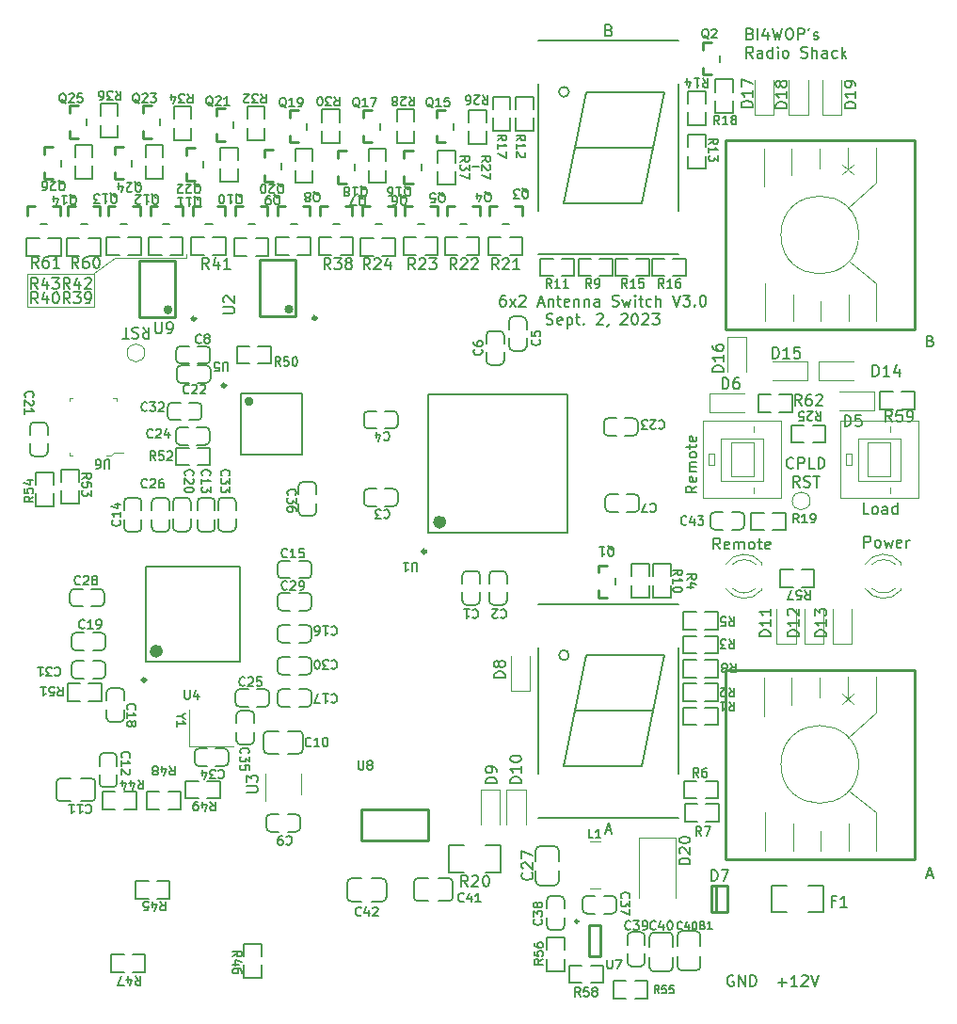
<source format=gto>
G04 Layer: BottomSilkscreenLayer*
G04 EasyEDA Pro v2.1.32.5533625a, 2023-09-11 21:51:51*
G04 Gerber Generator version 0.3*
G04 Scale: 100 percent, Rotated: No, Reflected: No *
G04 Dimensions in millimeters  *
G04 leading zeros omitted , absolute positions ,3 integer and 6 decimal *
G04 #@! TF.GenerationSoftware,KiCad,Pcbnew,(5.1.10)-1*
G04 #@! TF.CreationDate,2023-09-11T22:03:16+08:00*
G04 #@! TF.ProjectId,AntennaSwitch_6x2,416e7465-6e6e-4615-9377-697463685f36,rev?*
G04 #@! TF.SameCoordinates,Original*
G04 #@! TF.FileFunction,Legend,Top*
G04 #@! TF.FilePolarity,Positive*
%FSLAX46Y46*%
G04 Gerber Fmt 4.6, Leading zero omitted, Abs format (unit mm)*
G04 Created by KiCad (PCBNEW (5.1.10)-1) date 2023-09-11 22:03:16*
%MOMM*%
%LPD*%
G01*
G04 APERTURE LIST*
%ADD10C,0.120000*%
%ADD11C,0.150000*%
%ADD12C,0.170000*%
%ADD13C,0.200000*%
%ADD14C,0.250000*%
%ADD15C,0.254000*%
%ADD16C,0.400000*%
%ADD17C,0.300000*%
%ADD18C,0.600000*%
%ADD19C,0.100000*%
G04 APERTURE END LIST*
D10*
X46700000Y-78100000D02*
X52700000Y-78100000D01*
X61000000Y-76700000D02*
X61000000Y-76300000D01*
X54600000Y-76700000D02*
X61000000Y-76700000D01*
X52700000Y-78000000D02*
X54600000Y-76700000D01*
X52700000Y-81100000D02*
X52700000Y-78000000D01*
X46700000Y-81100000D02*
X52700000Y-81100000D01*
X46700000Y-78100000D02*
X46700000Y-81100000D01*
D11*
X89690476Y-80027380D02*
X89500000Y-80027380D01*
X89404761Y-80075000D01*
X89357142Y-80122619D01*
X89261904Y-80265476D01*
X89214285Y-80455952D01*
X89214285Y-80836904D01*
X89261904Y-80932142D01*
X89309523Y-80979761D01*
X89404761Y-81027380D01*
X89595238Y-81027380D01*
X89690476Y-80979761D01*
X89738095Y-80932142D01*
X89785714Y-80836904D01*
X89785714Y-80598809D01*
X89738095Y-80503571D01*
X89690476Y-80455952D01*
X89595238Y-80408333D01*
X89404761Y-80408333D01*
X89309523Y-80455952D01*
X89261904Y-80503571D01*
X89214285Y-80598809D01*
X90119047Y-81027380D02*
X90642857Y-80360714D01*
X90119047Y-80360714D02*
X90642857Y-81027380D01*
X90976190Y-80122619D02*
X91023809Y-80075000D01*
X91119047Y-80027380D01*
X91357142Y-80027380D01*
X91452380Y-80075000D01*
X91500000Y-80122619D01*
X91547619Y-80217857D01*
X91547619Y-80313095D01*
X91500000Y-80455952D01*
X90928571Y-81027380D01*
X91547619Y-81027380D01*
X92690476Y-80741666D02*
X93166666Y-80741666D01*
X92595238Y-81027380D02*
X92928571Y-80027380D01*
X93261904Y-81027380D01*
X93595238Y-80360714D02*
X93595238Y-81027380D01*
X93595238Y-80455952D02*
X93642857Y-80408333D01*
X93738095Y-80360714D01*
X93880952Y-80360714D01*
X93976190Y-80408333D01*
X94023809Y-80503571D01*
X94023809Y-81027380D01*
X94357142Y-80360714D02*
X94738095Y-80360714D01*
X94500000Y-80027380D02*
X94500000Y-80884523D01*
X94547619Y-80979761D01*
X94642857Y-81027380D01*
X94738095Y-81027380D01*
X95452380Y-80979761D02*
X95357142Y-81027380D01*
X95166666Y-81027380D01*
X95071428Y-80979761D01*
X95023809Y-80884523D01*
X95023809Y-80503571D01*
X95071428Y-80408333D01*
X95166666Y-80360714D01*
X95357142Y-80360714D01*
X95452380Y-80408333D01*
X95500000Y-80503571D01*
X95500000Y-80598809D01*
X95023809Y-80694047D01*
X95928571Y-80360714D02*
X95928571Y-81027380D01*
X95928571Y-80455952D02*
X95976190Y-80408333D01*
X96071428Y-80360714D01*
X96214285Y-80360714D01*
X96309523Y-80408333D01*
X96357142Y-80503571D01*
X96357142Y-81027380D01*
X96833333Y-80360714D02*
X96833333Y-81027380D01*
X96833333Y-80455952D02*
X96880952Y-80408333D01*
X96976190Y-80360714D01*
X97119047Y-80360714D01*
X97214285Y-80408333D01*
X97261904Y-80503571D01*
X97261904Y-81027380D01*
X98166666Y-81027380D02*
X98166666Y-80503571D01*
X98119047Y-80408333D01*
X98023809Y-80360714D01*
X97833333Y-80360714D01*
X97738095Y-80408333D01*
X98166666Y-80979761D02*
X98071428Y-81027380D01*
X97833333Y-81027380D01*
X97738095Y-80979761D01*
X97690476Y-80884523D01*
X97690476Y-80789285D01*
X97738095Y-80694047D01*
X97833333Y-80646428D01*
X98071428Y-80646428D01*
X98166666Y-80598809D01*
X99357142Y-80979761D02*
X99500000Y-81027380D01*
X99738095Y-81027380D01*
X99833333Y-80979761D01*
X99880952Y-80932142D01*
X99928571Y-80836904D01*
X99928571Y-80741666D01*
X99880952Y-80646428D01*
X99833333Y-80598809D01*
X99738095Y-80551190D01*
X99547619Y-80503571D01*
X99452380Y-80455952D01*
X99404761Y-80408333D01*
X99357142Y-80313095D01*
X99357142Y-80217857D01*
X99404761Y-80122619D01*
X99452380Y-80075000D01*
X99547619Y-80027380D01*
X99785714Y-80027380D01*
X99928571Y-80075000D01*
X100261904Y-80360714D02*
X100452380Y-81027380D01*
X100642857Y-80551190D01*
X100833333Y-81027380D01*
X101023809Y-80360714D01*
X101404761Y-81027380D02*
X101404761Y-80360714D01*
X101404761Y-80027380D02*
X101357142Y-80075000D01*
X101404761Y-80122619D01*
X101452380Y-80075000D01*
X101404761Y-80027380D01*
X101404761Y-80122619D01*
X101738095Y-80360714D02*
X102119047Y-80360714D01*
X101880952Y-80027380D02*
X101880952Y-80884523D01*
X101928571Y-80979761D01*
X102023809Y-81027380D01*
X102119047Y-81027380D01*
X102880952Y-80979761D02*
X102785714Y-81027380D01*
X102595238Y-81027380D01*
X102500000Y-80979761D01*
X102452380Y-80932142D01*
X102404761Y-80836904D01*
X102404761Y-80551190D01*
X102452380Y-80455952D01*
X102500000Y-80408333D01*
X102595238Y-80360714D01*
X102785714Y-80360714D01*
X102880952Y-80408333D01*
X103309523Y-81027380D02*
X103309523Y-80027380D01*
X103738095Y-81027380D02*
X103738095Y-80503571D01*
X103690476Y-80408333D01*
X103595238Y-80360714D01*
X103452380Y-80360714D01*
X103357142Y-80408333D01*
X103309523Y-80455952D01*
X104833333Y-80027380D02*
X105166666Y-81027380D01*
X105500000Y-80027380D01*
X105738095Y-80027380D02*
X106357142Y-80027380D01*
X106023809Y-80408333D01*
X106166666Y-80408333D01*
X106261904Y-80455952D01*
X106309523Y-80503571D01*
X106357142Y-80598809D01*
X106357142Y-80836904D01*
X106309523Y-80932142D01*
X106261904Y-80979761D01*
X106166666Y-81027380D01*
X105880952Y-81027380D01*
X105785714Y-80979761D01*
X105738095Y-80932142D01*
X106785714Y-80932142D02*
X106833333Y-80979761D01*
X106785714Y-81027380D01*
X106738095Y-80979761D01*
X106785714Y-80932142D01*
X106785714Y-81027380D01*
X107452380Y-80027380D02*
X107547619Y-80027380D01*
X107642857Y-80075000D01*
X107690476Y-80122619D01*
X107738095Y-80217857D01*
X107785714Y-80408333D01*
X107785714Y-80646428D01*
X107738095Y-80836904D01*
X107690476Y-80932142D01*
X107642857Y-80979761D01*
X107547619Y-81027380D01*
X107452380Y-81027380D01*
X107357142Y-80979761D01*
X107309523Y-80932142D01*
X107261904Y-80836904D01*
X107214285Y-80646428D01*
X107214285Y-80408333D01*
X107261904Y-80217857D01*
X107309523Y-80122619D01*
X107357142Y-80075000D01*
X107452380Y-80027380D01*
X93428571Y-82629761D02*
X93571428Y-82677380D01*
X93809523Y-82677380D01*
X93904761Y-82629761D01*
X93952380Y-82582142D01*
X94000000Y-82486904D01*
X94000000Y-82391666D01*
X93952380Y-82296428D01*
X93904761Y-82248809D01*
X93809523Y-82201190D01*
X93619047Y-82153571D01*
X93523809Y-82105952D01*
X93476190Y-82058333D01*
X93428571Y-81963095D01*
X93428571Y-81867857D01*
X93476190Y-81772619D01*
X93523809Y-81725000D01*
X93619047Y-81677380D01*
X93857142Y-81677380D01*
X94000000Y-81725000D01*
X94809523Y-82629761D02*
X94714285Y-82677380D01*
X94523809Y-82677380D01*
X94428571Y-82629761D01*
X94380952Y-82534523D01*
X94380952Y-82153571D01*
X94428571Y-82058333D01*
X94523809Y-82010714D01*
X94714285Y-82010714D01*
X94809523Y-82058333D01*
X94857142Y-82153571D01*
X94857142Y-82248809D01*
X94380952Y-82344047D01*
X95285714Y-82010714D02*
X95285714Y-83010714D01*
X95285714Y-82058333D02*
X95380952Y-82010714D01*
X95571428Y-82010714D01*
X95666666Y-82058333D01*
X95714285Y-82105952D01*
X95761904Y-82201190D01*
X95761904Y-82486904D01*
X95714285Y-82582142D01*
X95666666Y-82629761D01*
X95571428Y-82677380D01*
X95380952Y-82677380D01*
X95285714Y-82629761D01*
X96047619Y-82010714D02*
X96428571Y-82010714D01*
X96190476Y-81677380D02*
X96190476Y-82534523D01*
X96238095Y-82629761D01*
X96333333Y-82677380D01*
X96428571Y-82677380D01*
X96761904Y-82582142D02*
X96809523Y-82629761D01*
X96761904Y-82677380D01*
X96714285Y-82629761D01*
X96761904Y-82582142D01*
X96761904Y-82677380D01*
X97952380Y-81772619D02*
X98000000Y-81725000D01*
X98095238Y-81677380D01*
X98333333Y-81677380D01*
X98428571Y-81725000D01*
X98476190Y-81772619D01*
X98523809Y-81867857D01*
X98523809Y-81963095D01*
X98476190Y-82105952D01*
X97904761Y-82677380D01*
X98523809Y-82677380D01*
X99000000Y-82629761D02*
X99000000Y-82677380D01*
X98952380Y-82772619D01*
X98904761Y-82820238D01*
X100142857Y-81772619D02*
X100190476Y-81725000D01*
X100285714Y-81677380D01*
X100523809Y-81677380D01*
X100619047Y-81725000D01*
X100666666Y-81772619D01*
X100714285Y-81867857D01*
X100714285Y-81963095D01*
X100666666Y-82105952D01*
X100095238Y-82677380D01*
X100714285Y-82677380D01*
X101333333Y-81677380D02*
X101428571Y-81677380D01*
X101523809Y-81725000D01*
X101571428Y-81772619D01*
X101619047Y-81867857D01*
X101666666Y-82058333D01*
X101666666Y-82296428D01*
X101619047Y-82486904D01*
X101571428Y-82582142D01*
X101523809Y-82629761D01*
X101428571Y-82677380D01*
X101333333Y-82677380D01*
X101238095Y-82629761D01*
X101190476Y-82582142D01*
X101142857Y-82486904D01*
X101095238Y-82296428D01*
X101095238Y-82058333D01*
X101142857Y-81867857D01*
X101190476Y-81772619D01*
X101238095Y-81725000D01*
X101333333Y-81677380D01*
X102047619Y-81772619D02*
X102095238Y-81725000D01*
X102190476Y-81677380D01*
X102428571Y-81677380D01*
X102523809Y-81725000D01*
X102571428Y-81772619D01*
X102619047Y-81867857D01*
X102619047Y-81963095D01*
X102571428Y-82105952D01*
X102000000Y-82677380D01*
X102619047Y-82677380D01*
X102952380Y-81677380D02*
X103571428Y-81677380D01*
X103238095Y-82058333D01*
X103380952Y-82058333D01*
X103476190Y-82105952D01*
X103523809Y-82153571D01*
X103571428Y-82248809D01*
X103571428Y-82486904D01*
X103523809Y-82582142D01*
X103476190Y-82629761D01*
X103380952Y-82677380D01*
X103095238Y-82677380D01*
X103000000Y-82629761D01*
X102952380Y-82582142D01*
X110238095Y-141250000D02*
X110142857Y-141202380D01*
X110000000Y-141202380D01*
X109857142Y-141250000D01*
X109761904Y-141345238D01*
X109714285Y-141440476D01*
X109666666Y-141630952D01*
X109666666Y-141773809D01*
X109714285Y-141964285D01*
X109761904Y-142059523D01*
X109857142Y-142154761D01*
X110000000Y-142202380D01*
X110095238Y-142202380D01*
X110238095Y-142154761D01*
X110285714Y-142107142D01*
X110285714Y-141773809D01*
X110095238Y-141773809D01*
X110714285Y-142202380D02*
X110714285Y-141202380D01*
X111285714Y-142202380D01*
X111285714Y-141202380D01*
X111761904Y-142202380D02*
X111761904Y-141202380D01*
X112000000Y-141202380D01*
X112142857Y-141250000D01*
X112238095Y-141345238D01*
X112285714Y-141440476D01*
X112333333Y-141630952D01*
X112333333Y-141773809D01*
X112285714Y-141964285D01*
X112238095Y-142059523D01*
X112142857Y-142154761D01*
X112000000Y-142202380D01*
X111761904Y-142202380D01*
X114238095Y-141821428D02*
X115000000Y-141821428D01*
X114619047Y-142202380D02*
X114619047Y-141440476D01*
X116000000Y-142202380D02*
X115428571Y-142202380D01*
X115714285Y-142202380D02*
X115714285Y-141202380D01*
X115619047Y-141345238D01*
X115523809Y-141440476D01*
X115428571Y-141488095D01*
X116380952Y-141297619D02*
X116428571Y-141250000D01*
X116523809Y-141202380D01*
X116761904Y-141202380D01*
X116857142Y-141250000D01*
X116904761Y-141297619D01*
X116952380Y-141392857D01*
X116952380Y-141488095D01*
X116904761Y-141630952D01*
X116333333Y-142202380D01*
X116952380Y-142202380D01*
X117238095Y-141202380D02*
X117571428Y-142202380D01*
X117904761Y-141202380D01*
X111768928Y-56503571D02*
X111911785Y-56551190D01*
X111959404Y-56598809D01*
X112007023Y-56694047D01*
X112007023Y-56836904D01*
X111959404Y-56932142D01*
X111911785Y-56979761D01*
X111816547Y-57027380D01*
X111435595Y-57027380D01*
X111435595Y-56027380D01*
X111768928Y-56027380D01*
X111864166Y-56075000D01*
X111911785Y-56122619D01*
X111959404Y-56217857D01*
X111959404Y-56313095D01*
X111911785Y-56408333D01*
X111864166Y-56455952D01*
X111768928Y-56503571D01*
X111435595Y-56503571D01*
X112435595Y-57027380D02*
X112435595Y-56027380D01*
X113340357Y-56360714D02*
X113340357Y-57027380D01*
X113102261Y-55979761D02*
X112864166Y-56694047D01*
X113483214Y-56694047D01*
X113768928Y-56027380D02*
X114007023Y-57027380D01*
X114197500Y-56313095D01*
X114387976Y-57027380D01*
X114626071Y-56027380D01*
X115197500Y-56027380D02*
X115387976Y-56027380D01*
X115483214Y-56075000D01*
X115578452Y-56170238D01*
X115626071Y-56360714D01*
X115626071Y-56694047D01*
X115578452Y-56884523D01*
X115483214Y-56979761D01*
X115387976Y-57027380D01*
X115197500Y-57027380D01*
X115102261Y-56979761D01*
X115007023Y-56884523D01*
X114959404Y-56694047D01*
X114959404Y-56360714D01*
X115007023Y-56170238D01*
X115102261Y-56075000D01*
X115197500Y-56027380D01*
X116054642Y-57027380D02*
X116054642Y-56027380D01*
X116435595Y-56027380D01*
X116530833Y-56075000D01*
X116578452Y-56122619D01*
X116626071Y-56217857D01*
X116626071Y-56360714D01*
X116578452Y-56455952D01*
X116530833Y-56503571D01*
X116435595Y-56551190D01*
X116054642Y-56551190D01*
X117102261Y-56027380D02*
X117007023Y-56217857D01*
X117483214Y-56979761D02*
X117578452Y-57027380D01*
X117768928Y-57027380D01*
X117864166Y-56979761D01*
X117911785Y-56884523D01*
X117911785Y-56836904D01*
X117864166Y-56741666D01*
X117768928Y-56694047D01*
X117626071Y-56694047D01*
X117530833Y-56646428D01*
X117483214Y-56551190D01*
X117483214Y-56503571D01*
X117530833Y-56408333D01*
X117626071Y-56360714D01*
X117768928Y-56360714D01*
X117864166Y-56408333D01*
X112007023Y-58677380D02*
X111673690Y-58201190D01*
X111435595Y-58677380D02*
X111435595Y-57677380D01*
X111816547Y-57677380D01*
X111911785Y-57725000D01*
X111959404Y-57772619D01*
X112007023Y-57867857D01*
X112007023Y-58010714D01*
X111959404Y-58105952D01*
X111911785Y-58153571D01*
X111816547Y-58201190D01*
X111435595Y-58201190D01*
X112864166Y-58677380D02*
X112864166Y-58153571D01*
X112816547Y-58058333D01*
X112721309Y-58010714D01*
X112530833Y-58010714D01*
X112435595Y-58058333D01*
X112864166Y-58629761D02*
X112768928Y-58677380D01*
X112530833Y-58677380D01*
X112435595Y-58629761D01*
X112387976Y-58534523D01*
X112387976Y-58439285D01*
X112435595Y-58344047D01*
X112530833Y-58296428D01*
X112768928Y-58296428D01*
X112864166Y-58248809D01*
X113768928Y-58677380D02*
X113768928Y-57677380D01*
X113768928Y-58629761D02*
X113673690Y-58677380D01*
X113483214Y-58677380D01*
X113387976Y-58629761D01*
X113340357Y-58582142D01*
X113292738Y-58486904D01*
X113292738Y-58201190D01*
X113340357Y-58105952D01*
X113387976Y-58058333D01*
X113483214Y-58010714D01*
X113673690Y-58010714D01*
X113768928Y-58058333D01*
X114245119Y-58677380D02*
X114245119Y-58010714D01*
X114245119Y-57677380D02*
X114197500Y-57725000D01*
X114245119Y-57772619D01*
X114292738Y-57725000D01*
X114245119Y-57677380D01*
X114245119Y-57772619D01*
X114864166Y-58677380D02*
X114768928Y-58629761D01*
X114721309Y-58582142D01*
X114673690Y-58486904D01*
X114673690Y-58201190D01*
X114721309Y-58105952D01*
X114768928Y-58058333D01*
X114864166Y-58010714D01*
X115007023Y-58010714D01*
X115102261Y-58058333D01*
X115149880Y-58105952D01*
X115197500Y-58201190D01*
X115197500Y-58486904D01*
X115149880Y-58582142D01*
X115102261Y-58629761D01*
X115007023Y-58677380D01*
X114864166Y-58677380D01*
X116340357Y-58629761D02*
X116483214Y-58677380D01*
X116721309Y-58677380D01*
X116816547Y-58629761D01*
X116864166Y-58582142D01*
X116911785Y-58486904D01*
X116911785Y-58391666D01*
X116864166Y-58296428D01*
X116816547Y-58248809D01*
X116721309Y-58201190D01*
X116530833Y-58153571D01*
X116435595Y-58105952D01*
X116387976Y-58058333D01*
X116340357Y-57963095D01*
X116340357Y-57867857D01*
X116387976Y-57772619D01*
X116435595Y-57725000D01*
X116530833Y-57677380D01*
X116768928Y-57677380D01*
X116911785Y-57725000D01*
X117340357Y-58677380D02*
X117340357Y-57677380D01*
X117768928Y-58677380D02*
X117768928Y-58153571D01*
X117721309Y-58058333D01*
X117626071Y-58010714D01*
X117483214Y-58010714D01*
X117387976Y-58058333D01*
X117340357Y-58105952D01*
X118673690Y-58677380D02*
X118673690Y-58153571D01*
X118626071Y-58058333D01*
X118530833Y-58010714D01*
X118340357Y-58010714D01*
X118245119Y-58058333D01*
X118673690Y-58629761D02*
X118578452Y-58677380D01*
X118340357Y-58677380D01*
X118245119Y-58629761D01*
X118197500Y-58534523D01*
X118197500Y-58439285D01*
X118245119Y-58344047D01*
X118340357Y-58296428D01*
X118578452Y-58296428D01*
X118673690Y-58248809D01*
X119578452Y-58629761D02*
X119483214Y-58677380D01*
X119292738Y-58677380D01*
X119197500Y-58629761D01*
X119149880Y-58582142D01*
X119102261Y-58486904D01*
X119102261Y-58201190D01*
X119149880Y-58105952D01*
X119197500Y-58058333D01*
X119292738Y-58010714D01*
X119483214Y-58010714D01*
X119578452Y-58058333D01*
X120007023Y-58677380D02*
X120007023Y-57677380D01*
X120102261Y-58296428D02*
X120387976Y-58677380D01*
X120387976Y-58010714D02*
X120007023Y-58391666D01*
D12*
X115654761Y-95522142D02*
X115607142Y-95569761D01*
X115464285Y-95617380D01*
X115369047Y-95617380D01*
X115226190Y-95569761D01*
X115130952Y-95474523D01*
X115083333Y-95379285D01*
X115035714Y-95188809D01*
X115035714Y-95045952D01*
X115083333Y-94855476D01*
X115130952Y-94760238D01*
X115226190Y-94665000D01*
X115369047Y-94617380D01*
X115464285Y-94617380D01*
X115607142Y-94665000D01*
X115654761Y-94712619D01*
X116083333Y-95617380D02*
X116083333Y-94617380D01*
X116464285Y-94617380D01*
X116559523Y-94665000D01*
X116607142Y-94712619D01*
X116654761Y-94807857D01*
X116654761Y-94950714D01*
X116607142Y-95045952D01*
X116559523Y-95093571D01*
X116464285Y-95141190D01*
X116083333Y-95141190D01*
X117559523Y-95617380D02*
X117083333Y-95617380D01*
X117083333Y-94617380D01*
X117892857Y-95617380D02*
X117892857Y-94617380D01*
X118130952Y-94617380D01*
X118273809Y-94665000D01*
X118369047Y-94760238D01*
X118416666Y-94855476D01*
X118464285Y-95045952D01*
X118464285Y-95188809D01*
X118416666Y-95379285D01*
X118369047Y-95474523D01*
X118273809Y-95569761D01*
X118130952Y-95617380D01*
X117892857Y-95617380D01*
X116202380Y-97287380D02*
X115869047Y-96811190D01*
X115630952Y-97287380D02*
X115630952Y-96287380D01*
X116011904Y-96287380D01*
X116107142Y-96335000D01*
X116154761Y-96382619D01*
X116202380Y-96477857D01*
X116202380Y-96620714D01*
X116154761Y-96715952D01*
X116107142Y-96763571D01*
X116011904Y-96811190D01*
X115630952Y-96811190D01*
X116583333Y-97239761D02*
X116726190Y-97287380D01*
X116964285Y-97287380D01*
X117059523Y-97239761D01*
X117107142Y-97192142D01*
X117154761Y-97096904D01*
X117154761Y-97001666D01*
X117107142Y-96906428D01*
X117059523Y-96858809D01*
X116964285Y-96811190D01*
X116773809Y-96763571D01*
X116678571Y-96715952D01*
X116630952Y-96668333D01*
X116583333Y-96573095D01*
X116583333Y-96477857D01*
X116630952Y-96382619D01*
X116678571Y-96335000D01*
X116773809Y-96287380D01*
X117011904Y-96287380D01*
X117154761Y-96335000D01*
X117440476Y-96287380D02*
X118011904Y-96287380D01*
X117726190Y-97287380D02*
X117726190Y-96287380D01*
D11*
X57103619Y-82914619D02*
X57436952Y-83390809D01*
X57675047Y-82914619D02*
X57675047Y-83914619D01*
X57294095Y-83914619D01*
X57198857Y-83867000D01*
X57151238Y-83819380D01*
X57103619Y-83724142D01*
X57103619Y-83581285D01*
X57151238Y-83486047D01*
X57198857Y-83438428D01*
X57294095Y-83390809D01*
X57675047Y-83390809D01*
X56722666Y-82962238D02*
X56579809Y-82914619D01*
X56341714Y-82914619D01*
X56246476Y-82962238D01*
X56198857Y-83009857D01*
X56151238Y-83105095D01*
X56151238Y-83200333D01*
X56198857Y-83295571D01*
X56246476Y-83343190D01*
X56341714Y-83390809D01*
X56532190Y-83438428D01*
X56627428Y-83486047D01*
X56675047Y-83533666D01*
X56722666Y-83628904D01*
X56722666Y-83724142D01*
X56675047Y-83819380D01*
X56627428Y-83867000D01*
X56532190Y-83914619D01*
X56294095Y-83914619D01*
X56151238Y-83867000D01*
X55865523Y-83914619D02*
X55294095Y-83914619D01*
X55579809Y-82914619D02*
X55579809Y-83914619D01*
X87352761Y-68462857D02*
X86743238Y-68462857D01*
X106952380Y-97202380D02*
X106476190Y-97535714D01*
X106952380Y-97773809D02*
X105952380Y-97773809D01*
X105952380Y-97392857D01*
X106000000Y-97297619D01*
X106047619Y-97250000D01*
X106142857Y-97202380D01*
X106285714Y-97202380D01*
X106380952Y-97250000D01*
X106428571Y-97297619D01*
X106476190Y-97392857D01*
X106476190Y-97773809D01*
X106904761Y-96392857D02*
X106952380Y-96488095D01*
X106952380Y-96678571D01*
X106904761Y-96773809D01*
X106809523Y-96821428D01*
X106428571Y-96821428D01*
X106333333Y-96773809D01*
X106285714Y-96678571D01*
X106285714Y-96488095D01*
X106333333Y-96392857D01*
X106428571Y-96345238D01*
X106523809Y-96345238D01*
X106619047Y-96821428D01*
X106952380Y-95916666D02*
X106285714Y-95916666D01*
X106380952Y-95916666D02*
X106333333Y-95869047D01*
X106285714Y-95773809D01*
X106285714Y-95630952D01*
X106333333Y-95535714D01*
X106428571Y-95488095D01*
X106952380Y-95488095D01*
X106428571Y-95488095D02*
X106333333Y-95440476D01*
X106285714Y-95345238D01*
X106285714Y-95202380D01*
X106333333Y-95107142D01*
X106428571Y-95059523D01*
X106952380Y-95059523D01*
X106952380Y-94440476D02*
X106904761Y-94535714D01*
X106857142Y-94583333D01*
X106761904Y-94630952D01*
X106476190Y-94630952D01*
X106380952Y-94583333D01*
X106333333Y-94535714D01*
X106285714Y-94440476D01*
X106285714Y-94297619D01*
X106333333Y-94202380D01*
X106380952Y-94154761D01*
X106476190Y-94107142D01*
X106761904Y-94107142D01*
X106857142Y-94154761D01*
X106904761Y-94202380D01*
X106952380Y-94297619D01*
X106952380Y-94440476D01*
X106285714Y-93821428D02*
X106285714Y-93440476D01*
X105952380Y-93678571D02*
X106809523Y-93678571D01*
X106904761Y-93630952D01*
X106952380Y-93535714D01*
X106952380Y-93440476D01*
X106904761Y-92726190D02*
X106952380Y-92821428D01*
X106952380Y-93011904D01*
X106904761Y-93107142D01*
X106809523Y-93154761D01*
X106428571Y-93154761D01*
X106333333Y-93107142D01*
X106285714Y-93011904D01*
X106285714Y-92821428D01*
X106333333Y-92726190D01*
X106428571Y-92678571D01*
X106523809Y-92678571D01*
X106619047Y-93154761D01*
X122437380Y-99702380D02*
X121961190Y-99702380D01*
X121961190Y-98702380D01*
X122913571Y-99702380D02*
X122818333Y-99654761D01*
X122770714Y-99607142D01*
X122723095Y-99511904D01*
X122723095Y-99226190D01*
X122770714Y-99130952D01*
X122818333Y-99083333D01*
X122913571Y-99035714D01*
X123056428Y-99035714D01*
X123151666Y-99083333D01*
X123199285Y-99130952D01*
X123246904Y-99226190D01*
X123246904Y-99511904D01*
X123199285Y-99607142D01*
X123151666Y-99654761D01*
X123056428Y-99702380D01*
X122913571Y-99702380D01*
X124104047Y-99702380D02*
X124104047Y-99178571D01*
X124056428Y-99083333D01*
X123961190Y-99035714D01*
X123770714Y-99035714D01*
X123675476Y-99083333D01*
X124104047Y-99654761D02*
X124008809Y-99702380D01*
X123770714Y-99702380D01*
X123675476Y-99654761D01*
X123627857Y-99559523D01*
X123627857Y-99464285D01*
X123675476Y-99369047D01*
X123770714Y-99321428D01*
X124008809Y-99321428D01*
X124104047Y-99273809D01*
X125008809Y-99702380D02*
X125008809Y-98702380D01*
X125008809Y-99654761D02*
X124913571Y-99702380D01*
X124723095Y-99702380D01*
X124627857Y-99654761D01*
X124580238Y-99607142D01*
X124532619Y-99511904D01*
X124532619Y-99226190D01*
X124580238Y-99130952D01*
X124627857Y-99083333D01*
X124723095Y-99035714D01*
X124913571Y-99035714D01*
X125008809Y-99083333D01*
X99071428Y-56178571D02*
X99214285Y-56226190D01*
X99261904Y-56273809D01*
X99309523Y-56369047D01*
X99309523Y-56511904D01*
X99261904Y-56607142D01*
X99214285Y-56654761D01*
X99119047Y-56702380D01*
X98738095Y-56702380D01*
X98738095Y-55702380D01*
X99071428Y-55702380D01*
X99166666Y-55750000D01*
X99214285Y-55797619D01*
X99261904Y-55892857D01*
X99261904Y-55988095D01*
X99214285Y-56083333D01*
X99166666Y-56130952D01*
X99071428Y-56178571D01*
X98738095Y-56178571D01*
X98761904Y-128166666D02*
X99238095Y-128166666D01*
X98666666Y-128452380D02*
X99000000Y-127452380D01*
X99333333Y-128452380D01*
X127971428Y-84128571D02*
X128114285Y-84176190D01*
X128161904Y-84223809D01*
X128209523Y-84319047D01*
X128209523Y-84461904D01*
X128161904Y-84557142D01*
X128114285Y-84604761D01*
X128019047Y-84652380D01*
X127638095Y-84652380D01*
X127638095Y-83652380D01*
X127971428Y-83652380D01*
X128066666Y-83700000D01*
X128114285Y-83747619D01*
X128161904Y-83842857D01*
X128161904Y-83938095D01*
X128114285Y-84033333D01*
X128066666Y-84080952D01*
X127971428Y-84128571D01*
X127638095Y-84128571D01*
X127661904Y-132166666D02*
X128138095Y-132166666D01*
X127566666Y-132452380D02*
X127900000Y-131452380D01*
X128233333Y-132452380D01*
X109047619Y-102869380D02*
X108714285Y-102393190D01*
X108476190Y-102869380D02*
X108476190Y-101869380D01*
X108857142Y-101869380D01*
X108952380Y-101917000D01*
X109000000Y-101964619D01*
X109047619Y-102059857D01*
X109047619Y-102202714D01*
X109000000Y-102297952D01*
X108952380Y-102345571D01*
X108857142Y-102393190D01*
X108476190Y-102393190D01*
X109857142Y-102821761D02*
X109761904Y-102869380D01*
X109571428Y-102869380D01*
X109476190Y-102821761D01*
X109428571Y-102726523D01*
X109428571Y-102345571D01*
X109476190Y-102250333D01*
X109571428Y-102202714D01*
X109761904Y-102202714D01*
X109857142Y-102250333D01*
X109904761Y-102345571D01*
X109904761Y-102440809D01*
X109428571Y-102536047D01*
X110333333Y-102869380D02*
X110333333Y-102202714D01*
X110333333Y-102297952D02*
X110380952Y-102250333D01*
X110476190Y-102202714D01*
X110619047Y-102202714D01*
X110714285Y-102250333D01*
X110761904Y-102345571D01*
X110761904Y-102869380D01*
X110761904Y-102345571D02*
X110809523Y-102250333D01*
X110904761Y-102202714D01*
X111047619Y-102202714D01*
X111142857Y-102250333D01*
X111190476Y-102345571D01*
X111190476Y-102869380D01*
X111809523Y-102869380D02*
X111714285Y-102821761D01*
X111666666Y-102774142D01*
X111619047Y-102678904D01*
X111619047Y-102393190D01*
X111666666Y-102297952D01*
X111714285Y-102250333D01*
X111809523Y-102202714D01*
X111952380Y-102202714D01*
X112047619Y-102250333D01*
X112095238Y-102297952D01*
X112142857Y-102393190D01*
X112142857Y-102678904D01*
X112095238Y-102774142D01*
X112047619Y-102821761D01*
X111952380Y-102869380D01*
X111809523Y-102869380D01*
X112428571Y-102202714D02*
X112809523Y-102202714D01*
X112571428Y-101869380D02*
X112571428Y-102726523D01*
X112619047Y-102821761D01*
X112714285Y-102869380D01*
X112809523Y-102869380D01*
X113523809Y-102821761D02*
X113428571Y-102869380D01*
X113238095Y-102869380D01*
X113142857Y-102821761D01*
X113095238Y-102726523D01*
X113095238Y-102345571D01*
X113142857Y-102250333D01*
X113238095Y-102202714D01*
X113428571Y-102202714D01*
X113523809Y-102250333D01*
X113571428Y-102345571D01*
X113571428Y-102440809D01*
X113095238Y-102536047D01*
X122023809Y-102702380D02*
X122023809Y-101702380D01*
X122404761Y-101702380D01*
X122500000Y-101750000D01*
X122547619Y-101797619D01*
X122595238Y-101892857D01*
X122595238Y-102035714D01*
X122547619Y-102130952D01*
X122500000Y-102178571D01*
X122404761Y-102226190D01*
X122023809Y-102226190D01*
X123166666Y-102702380D02*
X123071428Y-102654761D01*
X123023809Y-102607142D01*
X122976190Y-102511904D01*
X122976190Y-102226190D01*
X123023809Y-102130952D01*
X123071428Y-102083333D01*
X123166666Y-102035714D01*
X123309523Y-102035714D01*
X123404761Y-102083333D01*
X123452380Y-102130952D01*
X123500000Y-102226190D01*
X123500000Y-102511904D01*
X123452380Y-102607142D01*
X123404761Y-102654761D01*
X123309523Y-102702380D01*
X123166666Y-102702380D01*
X123833333Y-102035714D02*
X124023809Y-102702380D01*
X124214285Y-102226190D01*
X124404761Y-102702380D01*
X124595238Y-102035714D01*
X125357142Y-102654761D02*
X125261904Y-102702380D01*
X125071428Y-102702380D01*
X124976190Y-102654761D01*
X124928571Y-102559523D01*
X124928571Y-102178571D01*
X124976190Y-102083333D01*
X125071428Y-102035714D01*
X125261904Y-102035714D01*
X125357142Y-102083333D01*
X125404761Y-102178571D01*
X125404761Y-102273809D01*
X124928571Y-102369047D01*
X125833333Y-102702380D02*
X125833333Y-102035714D01*
X125833333Y-102226190D02*
X125880952Y-102130952D01*
X125928571Y-102083333D01*
X126023809Y-102035714D01*
X126119047Y-102035714D01*
D10*
X68140000Y-123100000D02*
X68140000Y-125550000D01*
X71360000Y-124900000D02*
X71360000Y-123100000D01*
D13*
X102535000Y-143290000D02*
X101400000Y-143290000D01*
X99465000Y-141710000D02*
X99465000Y-143290000D01*
X102535000Y-141710000D02*
X102535000Y-143290000D01*
X100600000Y-143290000D02*
X99465000Y-143290000D01*
X102535000Y-141710000D02*
X101400000Y-141710000D01*
X100600000Y-141710000D02*
X99465000Y-141710000D01*
X105615000Y-137230000D02*
X106885000Y-137230000D01*
X105215000Y-137630000D02*
X105215000Y-138550000D01*
X105615000Y-140770000D02*
X106885000Y-140770000D01*
X105215000Y-139450000D02*
X105215000Y-140370000D01*
X107285000Y-139450000D02*
X107285000Y-140370000D01*
X107285000Y-137630000D02*
X107285000Y-138550000D01*
X106885010Y-137230000D02*
G75*
G02*
X107285010Y-137630000I0J-400000D01*
G01*
X105215000Y-137630000D02*
G75*
G02*
X105615000Y-137230000I400000J0D01*
G01*
X105615000Y-140770000D02*
G75*
G02*
X105215000Y-140370000I0J400000D01*
G01*
X107285000Y-140370000D02*
G75*
G02*
X106885000Y-140770000I-400000J0D01*
G01*
D14*
X126524000Y-130729000D02*
X126524000Y-113729000D01*
X109524000Y-113729000D02*
X109524000Y-130729000D01*
X109524000Y-130729000D02*
X126524000Y-130729000D01*
X109524000Y-113729000D02*
X126524000Y-113729000D01*
D10*
X121072000Y-115879000D02*
X120056000Y-116768000D01*
X120056000Y-115879000D02*
X121072000Y-116768000D01*
X120564000Y-114355000D02*
X120564000Y-116260000D01*
X112997658Y-114455627D02*
X112997658Y-117884627D01*
X117997658Y-114455627D02*
X117997658Y-116233627D01*
X115497658Y-114455627D02*
X115497658Y-116868627D01*
X113104000Y-129976000D02*
X113104000Y-126547000D01*
X115604000Y-129976000D02*
X115604000Y-127563000D01*
X118104000Y-129976000D02*
X118104000Y-128198000D01*
X120604000Y-129976000D02*
X120604000Y-127563000D01*
X123104000Y-117530000D02*
X120564000Y-119816000D01*
X123104000Y-114355000D02*
X123104000Y-117530000D01*
X123104000Y-126547000D02*
X120691000Y-124642000D01*
X123104000Y-129976000D02*
X123104000Y-126547000D01*
X121524000Y-122229000D02*
G75*
G03*
X121524000Y-122229000I-3500000J0D01*
G01*
D14*
X126524001Y-83104000D02*
X126524001Y-66104000D01*
X109524001Y-66104000D02*
X109524001Y-83104000D01*
X109524001Y-83104000D02*
X126524001Y-83104000D01*
X109524001Y-66104000D02*
X126524001Y-66104000D01*
D10*
X121072001Y-68254000D02*
X120056001Y-69143000D01*
X120056001Y-68254000D02*
X121072001Y-69143000D01*
X120564001Y-66730000D02*
X120564001Y-68635000D01*
X112997659Y-66830627D02*
X112997659Y-70259627D01*
X117997659Y-66830627D02*
X117997659Y-68608627D01*
X115497659Y-66830627D02*
X115497659Y-69243627D01*
X113104001Y-82351000D02*
X113104001Y-78922000D01*
X115604001Y-82351000D02*
X115604001Y-79938000D01*
X118104001Y-82351000D02*
X118104001Y-80573000D01*
X120604001Y-82351000D02*
X120604001Y-79938000D01*
X123104001Y-69905000D02*
X120564001Y-72191000D01*
X123104001Y-66730000D02*
X123104001Y-69905000D01*
X123104001Y-78922000D02*
X120691001Y-77017000D01*
X123104001Y-82351000D02*
X123104001Y-78922000D01*
X121524001Y-74604000D02*
G75*
G03*
X121524001Y-74604000I-3500000J0D01*
G01*
X110039000Y-96297000D02*
X110039000Y-93297000D01*
X112039000Y-96297000D02*
X112039000Y-93297000D01*
X112039000Y-93297000D02*
X110039000Y-93297000D01*
X112039000Y-96297000D02*
X110039000Y-96297000D01*
X109139000Y-92897000D02*
X109139000Y-96697000D01*
X109266000Y-96697000D02*
X109139000Y-96697000D01*
X112939000Y-96697000D02*
X109266000Y-96697000D01*
X112939000Y-92897000D02*
X109139000Y-92897000D01*
X112939000Y-96697000D02*
X112939000Y-92897000D01*
X107539000Y-91297000D02*
X107539000Y-98297000D01*
X114539000Y-98297000D02*
X114539000Y-91297000D01*
X114539000Y-91297000D02*
X107539000Y-91297000D01*
X114539000Y-98297000D02*
X107539000Y-98297000D01*
X108539000Y-95297000D02*
X108539000Y-94297000D01*
X108539000Y-94297000D02*
X108039000Y-94297000D01*
X108039000Y-94297000D02*
X108039000Y-95297000D01*
X108039000Y-95297000D02*
X108539000Y-95297000D01*
X112039000Y-91797000D02*
X112039000Y-92297000D01*
X112039000Y-97797000D02*
X112039000Y-97297000D01*
X122358000Y-96297000D02*
X122358000Y-93297000D01*
X124358000Y-96297000D02*
X124358000Y-93297000D01*
X124358000Y-93297000D02*
X122358000Y-93297000D01*
X124358000Y-96297000D02*
X122358000Y-96297000D01*
X121458000Y-92897000D02*
X121458000Y-96697000D01*
X121585000Y-96697000D02*
X121458000Y-96697000D01*
X125258000Y-96697000D02*
X121585000Y-96697000D01*
X125258000Y-92897000D02*
X121458000Y-92897000D01*
X125258000Y-96697000D02*
X125258000Y-92897000D01*
X119858000Y-91297000D02*
X119858000Y-98297000D01*
X126858000Y-98297000D02*
X126858000Y-91297000D01*
X126858000Y-91297000D02*
X119858000Y-91297000D01*
X126858000Y-98297000D02*
X119858000Y-98297000D01*
X120858000Y-95297000D02*
X120858000Y-94297000D01*
X120858000Y-94297000D02*
X120358000Y-94297000D01*
X120358000Y-94297000D02*
X120358000Y-95297000D01*
X120358000Y-95297000D02*
X120858000Y-95297000D01*
X124358000Y-91797000D02*
X124358000Y-92297000D01*
X124358000Y-97797000D02*
X124358000Y-97297000D01*
X105050000Y-128800000D02*
X101750000Y-128800000D01*
X101750000Y-128800000D02*
X101750000Y-134200000D01*
X105050000Y-128800000D02*
X105050000Y-134200000D01*
X118250000Y-63800000D02*
X119950000Y-63800000D01*
X119950000Y-63800000D02*
X119950000Y-60650000D01*
X118250000Y-63800000D02*
X118250000Y-60650000D01*
X115250000Y-63800000D02*
X116950000Y-63800000D01*
X116950000Y-63800000D02*
X116950000Y-60650000D01*
X115250000Y-63800000D02*
X115250000Y-60650000D01*
X112150000Y-63800000D02*
X113850000Y-63800000D01*
X113850000Y-63800000D02*
X113850000Y-60650000D01*
X112150000Y-63800000D02*
X112150000Y-60650000D01*
X111400000Y-83800000D02*
X109700000Y-83800000D01*
X109700000Y-83800000D02*
X109700000Y-86950000D01*
X111400000Y-83800000D02*
X111400000Y-86950000D01*
X116900000Y-87650000D02*
X116900000Y-85950000D01*
X116900000Y-85950000D02*
X113750000Y-85950000D01*
X116900000Y-87650000D02*
X113750000Y-87650000D01*
X117900000Y-85950000D02*
X117900000Y-87650000D01*
X117900000Y-87650000D02*
X121050000Y-87650000D01*
X117900000Y-85950000D02*
X121050000Y-85950000D01*
X119150000Y-111400000D02*
X120850000Y-111400000D01*
X120850000Y-111400000D02*
X120850000Y-108250000D01*
X119150000Y-111400000D02*
X119150000Y-108250000D01*
X116650000Y-111400000D02*
X118350000Y-111400000D01*
X118350000Y-111400000D02*
X118350000Y-108250000D01*
X116650000Y-111400000D02*
X116650000Y-108250000D01*
X114150000Y-111400000D02*
X115850000Y-111400000D01*
X115850000Y-111400000D02*
X115850000Y-108250000D01*
X114150000Y-111400000D02*
X114150000Y-108250000D01*
X91550000Y-124500000D02*
X89850000Y-124500000D01*
X89850000Y-124500000D02*
X89850000Y-127650000D01*
X91550000Y-124500000D02*
X91550000Y-127650000D01*
X89250000Y-124500000D02*
X87550000Y-124500000D01*
X87550000Y-124500000D02*
X87550000Y-127650000D01*
X89250000Y-124500000D02*
X89250000Y-127650000D01*
X90250000Y-115600000D02*
X91950000Y-115600000D01*
X91950000Y-115600000D02*
X91950000Y-112450000D01*
X90250000Y-115600000D02*
X90250000Y-112450000D01*
D13*
X94135000Y-133120000D02*
X92865000Y-133120000D01*
X94535000Y-132720000D02*
X94535000Y-131800000D01*
X94135000Y-129580000D02*
X92865000Y-129580000D01*
X94535000Y-130900000D02*
X94535000Y-129980000D01*
X92465000Y-130900000D02*
X92465000Y-129980000D01*
X92465000Y-132720000D02*
X92465000Y-131800000D01*
X92864990Y-133120000D02*
G75*
G02*
X92464990Y-132720000I0J400000D01*
G01*
X94535000Y-132720000D02*
G75*
G02*
X94135000Y-133120000I-400000J0D01*
G01*
X94135000Y-129580000D02*
G75*
G02*
X94535000Y-129980000I0J-400000D01*
G01*
X92465000Y-129980000D02*
G75*
G02*
X92865000Y-129580000I400000J0D01*
G01*
X117000000Y-133150000D02*
X118355000Y-133150000D01*
X117000000Y-135550000D02*
X118355000Y-135550000D01*
X113645000Y-135550000D02*
X115000000Y-135550000D01*
X113645000Y-135550000D02*
X113645000Y-133150000D01*
X118355000Y-135550000D02*
X118355000Y-133150000D01*
X113645000Y-133150000D02*
X115000000Y-133150000D01*
D15*
X108300000Y-133150000D02*
X109700000Y-133150000D01*
X108300000Y-135550000D02*
X109700000Y-135550000D01*
X108650000Y-135550000D02*
X108650000Y-133150000D01*
X108300000Y-135550000D02*
X108300000Y-133150000D01*
X109700000Y-135550000D02*
X109700000Y-133150000D01*
D10*
X108100000Y-88850000D02*
X111250000Y-88850000D01*
X108100000Y-90550000D02*
X111250000Y-90550000D01*
X108100000Y-88850000D02*
X108100000Y-90550000D01*
X122899999Y-90350000D02*
X119749999Y-90350000D01*
X122899999Y-88650000D02*
X119749999Y-88650000D01*
X122899999Y-90350000D02*
X122899999Y-88650000D01*
D15*
X98250000Y-136700000D02*
X98250000Y-139500000D01*
X97250000Y-136700000D02*
X97250000Y-139500000D01*
X98250000Y-139500000D02*
X97250000Y-139500000D01*
X98250000Y-136700000D02*
X97250000Y-136700000D01*
D14*
X96275000Y-136350000D02*
G75*
G03*
X96275000Y-136350000I-125000J0D01*
G01*
D13*
X115535001Y-90540000D02*
X114400001Y-90540000D01*
X112465001Y-88960000D02*
X112465001Y-90540000D01*
X115535001Y-88960000D02*
X115535001Y-90540000D01*
X113600001Y-90540000D02*
X112465001Y-90540000D01*
X115535001Y-88960000D02*
X114400001Y-88960000D01*
X113600001Y-88960000D02*
X112465001Y-88960000D01*
X126535000Y-90290000D02*
X125400000Y-90290000D01*
X123465000Y-88710000D02*
X123465000Y-90290000D01*
X126535000Y-88710000D02*
X126535000Y-90290000D01*
X124600000Y-90290000D02*
X123465000Y-90290000D01*
X126535000Y-88710000D02*
X125400000Y-88710000D01*
X124600000Y-88710000D02*
X123465000Y-88710000D01*
D15*
X59985000Y-81980000D02*
X59985000Y-76880000D01*
X56785000Y-81980000D02*
X56785000Y-76880000D01*
X59985000Y-81980000D02*
X56785000Y-81980000D01*
X59985000Y-76880000D02*
X56785000Y-76880000D01*
D16*
X59585000Y-81330000D02*
G75*
G03*
X59585000Y-81330000I-200000J0D01*
G01*
D17*
X61835000Y-82130000D02*
G75*
G03*
X61835000Y-82130000I-150000J0D01*
G01*
D15*
X70856000Y-81928999D02*
X70856000Y-76828999D01*
X67656000Y-81928999D02*
X67656000Y-76828999D01*
X70856000Y-81928999D02*
X67656000Y-81928999D01*
X70856000Y-76828999D02*
X67656000Y-76828999D01*
D16*
X70456000Y-81278999D02*
G75*
G03*
X70456000Y-81278999I-200000J0D01*
G01*
D17*
X72706000Y-82078999D02*
G75*
G03*
X72706000Y-82078999I-150000J0D01*
G01*
D13*
X49735000Y-76461000D02*
X48600000Y-76461000D01*
X46665000Y-74881000D02*
X46665000Y-76461000D01*
X49735000Y-74881000D02*
X49735000Y-76461000D01*
X47800000Y-76461000D02*
X46665000Y-76461000D01*
X49735000Y-74881000D02*
X48600000Y-74881000D01*
X47800000Y-74881000D02*
X46665000Y-74881000D01*
X53335000Y-76490000D02*
X52200000Y-76490000D01*
X50265000Y-74910000D02*
X50265000Y-76490000D01*
X53335000Y-74910000D02*
X53335000Y-76490000D01*
X51400000Y-76490000D02*
X50265000Y-76490000D01*
X53335000Y-74910000D02*
X52200000Y-74910000D01*
X51400000Y-74910000D02*
X50265000Y-74910000D01*
X56923000Y-76410000D02*
X55788000Y-76410000D01*
X53853000Y-74830000D02*
X53853000Y-76410000D01*
X56923000Y-74830000D02*
X56923000Y-76410000D01*
X54988000Y-76410000D02*
X53853000Y-76410000D01*
X56923000Y-74830000D02*
X55788000Y-74830000D01*
X54988000Y-74830000D02*
X53853000Y-74830000D01*
X60725000Y-76410000D02*
X59590000Y-76410000D01*
X57655000Y-74830000D02*
X57655000Y-76410000D01*
X60725000Y-74830000D02*
X60725000Y-76410000D01*
X58790000Y-76410000D02*
X57655000Y-76410000D01*
X60725000Y-74830000D02*
X59590000Y-74830000D01*
X58790000Y-74830000D02*
X57655000Y-74830000D01*
X64543000Y-76410000D02*
X63408000Y-76410000D01*
X61473000Y-74830000D02*
X61473000Y-76410000D01*
X64543000Y-74830000D02*
X64543000Y-76410000D01*
X62608000Y-76410000D02*
X61473000Y-76410000D01*
X64543000Y-74830000D02*
X63408000Y-74830000D01*
X62608000Y-74830000D02*
X61473000Y-74830000D01*
X68403000Y-76460999D02*
X67268000Y-76460999D01*
X65333000Y-74880999D02*
X65333000Y-76460999D01*
X68403000Y-74880999D02*
X68403000Y-76460999D01*
X66468000Y-76460999D02*
X65333000Y-76460999D01*
X68403000Y-74880999D02*
X67268000Y-74880999D01*
X66468000Y-74880999D02*
X65333000Y-74880999D01*
X72163000Y-76409999D02*
X71028000Y-76409999D01*
X69093000Y-74829999D02*
X69093000Y-76409999D01*
X72163000Y-74829999D02*
X72163000Y-76409999D01*
X70228000Y-76409999D02*
X69093000Y-76409999D01*
X72163000Y-74829999D02*
X71028000Y-74829999D01*
X70228000Y-74829999D02*
X69093000Y-74829999D01*
X76023000Y-76410000D02*
X74888000Y-76410000D01*
X72953000Y-74830000D02*
X72953000Y-76410000D01*
X76023000Y-74830000D02*
X76023000Y-76410000D01*
X74088000Y-76410000D02*
X72953000Y-76410000D01*
X76023000Y-74830000D02*
X74888000Y-74830000D01*
X74088000Y-74830000D02*
X72953000Y-74830000D01*
X79783000Y-76461000D02*
X78648000Y-76461000D01*
X76713000Y-74881000D02*
X76713000Y-76461000D01*
X79783000Y-74881000D02*
X79783000Y-76461000D01*
X77848000Y-76461000D02*
X76713000Y-76461000D01*
X79783000Y-74881000D02*
X78648000Y-74881000D01*
X77848000Y-74881000D02*
X76713000Y-74881000D01*
X83643400Y-76410000D02*
X82508400Y-76410000D01*
X80573400Y-74830000D02*
X80573400Y-76410000D01*
X83643400Y-74830000D02*
X83643400Y-76410000D01*
X81708400Y-76410000D02*
X80573400Y-76410000D01*
X83643400Y-74830000D02*
X82508400Y-74830000D01*
X81708400Y-74830000D02*
X80573400Y-74830000D01*
X87359800Y-76410000D02*
X86224800Y-76410000D01*
X84289800Y-74830000D02*
X84289800Y-76410000D01*
X87359800Y-74830000D02*
X87359800Y-76410000D01*
X85424800Y-76410000D02*
X84289800Y-76410000D01*
X87359800Y-74830000D02*
X86224800Y-74830000D01*
X85424800Y-74830000D02*
X84289800Y-74830000D01*
X91263400Y-76410000D02*
X90128400Y-76410000D01*
X88193400Y-74830000D02*
X88193400Y-76410000D01*
X91263400Y-74830000D02*
X91263400Y-76410000D01*
X89328400Y-76410000D02*
X88193400Y-76410000D01*
X91263400Y-74830000D02*
X90128400Y-74830000D01*
X89328400Y-74830000D02*
X88193400Y-74830000D01*
X87985200Y-129538000D02*
X89340200Y-129538000D01*
X87985200Y-131938000D02*
X89340200Y-131938000D01*
X84630200Y-131938000D02*
X85985200Y-131938000D01*
X84630200Y-131938000D02*
X84630200Y-129538000D01*
X89340200Y-131938000D02*
X89340200Y-129538000D01*
X84630200Y-129538000D02*
X85985200Y-129538000D01*
X114923500Y-101174999D02*
X113788500Y-101174999D01*
X111853500Y-99594999D02*
X111853500Y-101174999D01*
X114923500Y-99594999D02*
X114923500Y-101174999D01*
X112988500Y-101174999D02*
X111853500Y-101174999D01*
X114923500Y-99594999D02*
X113788500Y-99594999D01*
X112988500Y-99594999D02*
X111853500Y-99594999D01*
D10*
X117150819Y-98530800D02*
G75*
G03*
X117150819Y-98530800I-803219J0D01*
G01*
D13*
X110840500Y-101111500D02*
X110105500Y-101111500D01*
X108170500Y-99931500D02*
X108170500Y-100711500D01*
X111240500Y-99931500D02*
X111240500Y-100711500D01*
X109305500Y-101111500D02*
X108570500Y-101111500D01*
X109305500Y-99531500D02*
X108570500Y-99531500D01*
X110840500Y-99531500D02*
X110105500Y-99531500D01*
X108570500Y-101111500D02*
G75*
G02*
X108170500Y-100711500I0J400000D01*
G01*
X108170500Y-99931500D02*
G75*
G02*
X108570500Y-99531500I400000J0D01*
G01*
X110840500Y-99531500D02*
G75*
G02*
X111240500Y-99931500I0J-400000D01*
G01*
X111240500Y-100711500D02*
G75*
G02*
X110840500Y-101111500I-400000J0D01*
G01*
D10*
X57295219Y-85208000D02*
G75*
G03*
X57295219Y-85208000I-803219J0D01*
G01*
D13*
X82818000Y-101428000D02*
X95318000Y-101428000D01*
X82818000Y-88928000D02*
X95318000Y-88928000D01*
X82818000Y-101428000D02*
X82818000Y-88928000D01*
X95318000Y-101428000D02*
X95318000Y-88928000D01*
D17*
X82568000Y-103078000D02*
G75*
G03*
X82568000Y-103078000I-150000J0D01*
G01*
D18*
X84118000Y-100428000D02*
G75*
G03*
X84118000Y-100428000I-300000J0D01*
G01*
D11*
X95447214Y-112403001D02*
G75*
G03*
X95447214Y-112403001I-447214J0D01*
G01*
X102000000Y-122403001D02*
X103000000Y-117403001D01*
X103000000Y-117403001D02*
X104000000Y-112403001D01*
X104000000Y-112403001D02*
X97000000Y-112403001D01*
X97000000Y-112403001D02*
X96000000Y-117403001D01*
X95000000Y-122403001D02*
X96000000Y-117403001D01*
X96000000Y-117403001D02*
X103000000Y-117403001D01*
X102000000Y-122403001D02*
X95000000Y-122403001D01*
X92700000Y-107803001D02*
X105300000Y-107803001D01*
X105300000Y-123103001D02*
X105300000Y-111703001D01*
X92700000Y-123103001D02*
X92700000Y-111703001D01*
X105300000Y-127003001D02*
X92700000Y-127003001D01*
D13*
X62779000Y-86189000D02*
X62044000Y-86189000D01*
X60109000Y-85009000D02*
X60109000Y-85789000D01*
X63179000Y-85009000D02*
X63179000Y-85789000D01*
X61244000Y-86189000D02*
X60509000Y-86189000D01*
X61244000Y-84609000D02*
X60509000Y-84609000D01*
X62779000Y-84609000D02*
X62044000Y-84609000D01*
X60509000Y-86189000D02*
G75*
G02*
X60109000Y-85789000I0J400000D01*
G01*
X60109000Y-85009000D02*
G75*
G02*
X60509000Y-84609000I400000J0D01*
G01*
X62779000Y-84609000D02*
G75*
G02*
X63179000Y-85009000I0J-400000D01*
G01*
X63179000Y-85789000D02*
G75*
G02*
X62779000Y-86189000I-400000J0D01*
G01*
X88024000Y-85899000D02*
X88024000Y-85164000D01*
X89204000Y-83229000D02*
X88424000Y-83229000D01*
X89204000Y-86299000D02*
X88424000Y-86299000D01*
X88024000Y-84364000D02*
X88024000Y-83629000D01*
X89604000Y-84364000D02*
X89604000Y-83629000D01*
X89604000Y-85899000D02*
X89604000Y-85164000D01*
X88024000Y-83629000D02*
G75*
G02*
X88424000Y-83229000I400000J0D01*
G01*
X89204000Y-83229000D02*
G75*
G02*
X89604000Y-83629000I0J-400000D01*
G01*
X89604000Y-85899000D02*
G75*
G02*
X89204000Y-86299000I-400000J0D01*
G01*
X88424000Y-86299000D02*
G75*
G02*
X88024000Y-85899000I0J400000D01*
G01*
D15*
X76797000Y-129090001D02*
X82797000Y-129090001D01*
X76797000Y-126290001D02*
X76797000Y-129090001D01*
X76797000Y-126290001D02*
X82797000Y-126290001D01*
X82797000Y-126290001D02*
X82797000Y-129090001D01*
D13*
X62152000Y-120804001D02*
X62887000Y-120804001D01*
X64822000Y-121984001D02*
X64822000Y-121204001D01*
X61752000Y-121984001D02*
X61752000Y-121204001D01*
X63687000Y-120804001D02*
X64422000Y-120804001D01*
X63687000Y-122384001D02*
X64422000Y-122384001D01*
X62152000Y-122384001D02*
X62887000Y-122384001D01*
X64422000Y-120804001D02*
G75*
G02*
X64822000Y-121204001I0J-400000D01*
G01*
X64822000Y-121984001D02*
G75*
G02*
X64422000Y-122384001I-400000J0D01*
G01*
X62152000Y-122384001D02*
G75*
G02*
X61752000Y-121984001I0J400000D01*
G01*
X61752000Y-121204001D02*
G75*
G02*
X62152000Y-120804001I400000J0D01*
G01*
X102290000Y-137715000D02*
X102290000Y-138450000D01*
X101110000Y-140385000D02*
X101890000Y-140385000D01*
X101110000Y-137315000D02*
X101890000Y-137315000D01*
X102290000Y-139250000D02*
X102290000Y-139985000D01*
X100710000Y-139250000D02*
X100710000Y-139985000D01*
X100710000Y-137715000D02*
X100710000Y-138450000D01*
X102290000Y-139985000D02*
G75*
G02*
X101890000Y-140385000I-400000J0D01*
G01*
X101110000Y-140385000D02*
G75*
G02*
X100710000Y-139985000I0J400000D01*
G01*
X100710000Y-137715000D02*
G75*
G02*
X101110000Y-137315000I400000J0D01*
G01*
X101890000Y-137315000D02*
G75*
G02*
X102290000Y-137715000I0J-400000D01*
G01*
X95040000Y-134465000D02*
X95040000Y-135200000D01*
X93860000Y-137135000D02*
X94640000Y-137135000D01*
X93860000Y-134065000D02*
X94640000Y-134065000D01*
X95040000Y-136000000D02*
X95040000Y-136735000D01*
X93460000Y-136000000D02*
X93460000Y-136735000D01*
X93460000Y-134465000D02*
X93460000Y-135200000D01*
X95040000Y-136735000D02*
G75*
G02*
X94640000Y-137135000I-400000J0D01*
G01*
X93860000Y-137135000D02*
G75*
G02*
X93460000Y-136735000I0J400000D01*
G01*
X93460000Y-134465000D02*
G75*
G02*
X93860000Y-134065000I400000J0D01*
G01*
X94640000Y-134065000D02*
G75*
G02*
X95040000Y-134465000I0J-400000D01*
G01*
X99335000Y-135640000D02*
X98600000Y-135640000D01*
X96665000Y-134460000D02*
X96665000Y-135240000D01*
X99735000Y-134460000D02*
X99735000Y-135240000D01*
X97800000Y-135640000D02*
X97065000Y-135640000D01*
X97800000Y-134060000D02*
X97065000Y-134060000D01*
X99335000Y-134060000D02*
X98600000Y-134060000D01*
X97065000Y-135640000D02*
G75*
G02*
X96665000Y-135240000I0J400000D01*
G01*
X96665000Y-134460000D02*
G75*
G02*
X97065000Y-134060000I400000J0D01*
G01*
X99335000Y-134060000D02*
G75*
G02*
X99735000Y-134460000I0J-400000D01*
G01*
X99735000Y-135240000D02*
G75*
G02*
X99335000Y-135640000I-400000J0D01*
G01*
X71133000Y-99480000D02*
X71133000Y-98745000D01*
X72313000Y-96810000D02*
X71533000Y-96810000D01*
X72313000Y-99880000D02*
X71533000Y-99880000D01*
X71133000Y-97945000D02*
X71133000Y-97210000D01*
X72713000Y-97945000D02*
X72713000Y-97210000D01*
X72713000Y-99480000D02*
X72713000Y-98745000D01*
X71133000Y-97210000D02*
G75*
G02*
X71533000Y-96810000I400000J0D01*
G01*
X72313000Y-96810000D02*
G75*
G02*
X72713000Y-97210000I0J-400000D01*
G01*
X72713000Y-99480000D02*
G75*
G02*
X72313000Y-99880000I-400000J0D01*
G01*
X71533000Y-99880000D02*
G75*
G02*
X71133000Y-99480000I0J400000D01*
G01*
X67125000Y-117791999D02*
X67125000Y-118526999D01*
X65945000Y-120461999D02*
X66725000Y-120461999D01*
X65945000Y-117391999D02*
X66725000Y-117391999D01*
X67125000Y-119326999D02*
X67125000Y-120061999D01*
X65545000Y-119326999D02*
X65545000Y-120061999D01*
X65545000Y-117791999D02*
X65545000Y-118526999D01*
X67125000Y-120061999D02*
G75*
G02*
X66725000Y-120461999I-400000J0D01*
G01*
X65945000Y-120461999D02*
G75*
G02*
X65545000Y-120061999I0J400000D01*
G01*
X65545000Y-117791999D02*
G75*
G02*
X65945000Y-117391999I400000J0D01*
G01*
X66725000Y-117391999D02*
G75*
G02*
X67125000Y-117791999I0J-400000D01*
G01*
X63894000Y-100885000D02*
X63894000Y-100150000D01*
X65074000Y-98215000D02*
X64294000Y-98215000D01*
X65074000Y-101285000D02*
X64294000Y-101285000D01*
X63894000Y-99350000D02*
X63894000Y-98615000D01*
X65474000Y-99350000D02*
X65474000Y-98615000D01*
X65474000Y-100885000D02*
X65474000Y-100150000D01*
X63894000Y-98615000D02*
G75*
G02*
X64294000Y-98215000I400000J0D01*
G01*
X65074000Y-98215000D02*
G75*
G02*
X65474000Y-98615000I0J-400000D01*
G01*
X65474000Y-100885000D02*
G75*
G02*
X65074000Y-101285000I-400000J0D01*
G01*
X64294000Y-101285000D02*
G75*
G02*
X63894000Y-100885000I0J400000D01*
G01*
X62009000Y-91269000D02*
X61274000Y-91269000D01*
X59339000Y-90089000D02*
X59339000Y-90869000D01*
X62409000Y-90089000D02*
X62409000Y-90869000D01*
X60474000Y-91269000D02*
X59739000Y-91269000D01*
X60474000Y-89689000D02*
X59739000Y-89689000D01*
X62009000Y-89689000D02*
X61274000Y-89689000D01*
X59739000Y-91269000D02*
G75*
G02*
X59339000Y-90869000I0J400000D01*
G01*
X59339000Y-90089000D02*
G75*
G02*
X59739000Y-89689000I400000J0D01*
G01*
X62009000Y-89689000D02*
G75*
G02*
X62409000Y-90089000I0J-400000D01*
G01*
X62409000Y-90869000D02*
G75*
G02*
X62009000Y-91269000I-400000J0D01*
G01*
X53356000Y-114510000D02*
X52621000Y-114510000D01*
X50686000Y-113330000D02*
X50686000Y-114110000D01*
X53756000Y-113330000D02*
X53756000Y-114110000D01*
X51821000Y-114510000D02*
X51086000Y-114510000D01*
X51821000Y-112930000D02*
X51086000Y-112930000D01*
X53356000Y-112930000D02*
X52621000Y-112930000D01*
X51086000Y-114510000D02*
G75*
G02*
X50686000Y-114110000I0J400000D01*
G01*
X50686000Y-113330000D02*
G75*
G02*
X51086000Y-112930000I400000J0D01*
G01*
X53356000Y-112930000D02*
G75*
G02*
X53756000Y-113330000I0J-400000D01*
G01*
X53756000Y-114110000D02*
G75*
G02*
X53356000Y-114510000I-400000J0D01*
G01*
X69628000Y-112580800D02*
X70363000Y-112580800D01*
X72298000Y-113760800D02*
X72298000Y-112980800D01*
X69228000Y-113760800D02*
X69228000Y-112980800D01*
X71163000Y-112580800D02*
X71898000Y-112580800D01*
X71163000Y-114160800D02*
X71898000Y-114160800D01*
X69628000Y-114160800D02*
X70363000Y-114160800D01*
X71898000Y-112580800D02*
G75*
G02*
X72298000Y-112980800I0J-400000D01*
G01*
X72298000Y-113760800D02*
G75*
G02*
X71898000Y-114160800I-400000J0D01*
G01*
X69628000Y-114160800D02*
G75*
G02*
X69228000Y-113760800I0J400000D01*
G01*
X69228000Y-112980800D02*
G75*
G02*
X69628000Y-112580800I400000J0D01*
G01*
X69627999Y-106802200D02*
X70362999Y-106802200D01*
X72297999Y-107982200D02*
X72297999Y-107202200D01*
X69227999Y-107982200D02*
X69227999Y-107202200D01*
X71162999Y-106802200D02*
X71897999Y-106802200D01*
X71162999Y-108382200D02*
X71897999Y-108382200D01*
X69627999Y-108382200D02*
X70362999Y-108382200D01*
X71897999Y-106802200D02*
G75*
G02*
X72297999Y-107202200I0J-400000D01*
G01*
X72297999Y-107982200D02*
G75*
G02*
X71897999Y-108382200I-400000J0D01*
G01*
X69627999Y-108382200D02*
G75*
G02*
X69227999Y-107982200I0J400000D01*
G01*
X69227999Y-107202200D02*
G75*
G02*
X69627999Y-106802200I400000J0D01*
G01*
X53229000Y-108033000D02*
X52494000Y-108033000D01*
X50559000Y-106853000D02*
X50559000Y-107633000D01*
X53629000Y-106853000D02*
X53629000Y-107633000D01*
X51694000Y-108033000D02*
X50959000Y-108033000D01*
X51694000Y-106453000D02*
X50959000Y-106453000D01*
X53229000Y-106453000D02*
X52494000Y-106453000D01*
X50959000Y-108033000D02*
G75*
G02*
X50559000Y-107633000I0J400000D01*
G01*
X50559000Y-106853000D02*
G75*
G02*
X50959000Y-106453000I400000J0D01*
G01*
X53229000Y-106453000D02*
G75*
G02*
X53629000Y-106853000I0J-400000D01*
G01*
X53629000Y-107633000D02*
G75*
G02*
X53229000Y-108033000I-400000J0D01*
G01*
X57930000Y-100910999D02*
X57930000Y-100175999D01*
X59110000Y-98240999D02*
X58330000Y-98240999D01*
X59110000Y-101310999D02*
X58330000Y-101310999D01*
X57930000Y-99375999D02*
X57930000Y-98640999D01*
X59510000Y-99375999D02*
X59510000Y-98640999D01*
X59510000Y-100910999D02*
X59510000Y-100175999D01*
X57930000Y-98640999D02*
G75*
G02*
X58330000Y-98240999I400000J0D01*
G01*
X59110000Y-98240999D02*
G75*
G02*
X59510000Y-98640999I0J-400000D01*
G01*
X59510000Y-100910999D02*
G75*
G02*
X59110000Y-101310999I-400000J0D01*
G01*
X58330000Y-101310999D02*
G75*
G02*
X57930000Y-100910999I0J400000D01*
G01*
X65834999Y-115470000D02*
X66569999Y-115470000D01*
X68504999Y-116650000D02*
X68504999Y-115870000D01*
X65434999Y-116650000D02*
X65434999Y-115870000D01*
X67369999Y-115470000D02*
X68104999Y-115470000D01*
X67369999Y-117050000D02*
X68104999Y-117050000D01*
X65834999Y-117050000D02*
X66569999Y-117050000D01*
X68104999Y-115470000D02*
G75*
G02*
X68504999Y-115870000I0J-400000D01*
G01*
X68504999Y-116650000D02*
G75*
G02*
X68104999Y-117050000I-400000J0D01*
G01*
X65834999Y-117050000D02*
G75*
G02*
X65434999Y-116650000I0J400000D01*
G01*
X65434999Y-115870000D02*
G75*
G02*
X65834999Y-115470000I400000J0D01*
G01*
X62731000Y-93479001D02*
X61996000Y-93479001D01*
X60061000Y-92299001D02*
X60061000Y-93079001D01*
X63131000Y-92299001D02*
X63131000Y-93079001D01*
X61196000Y-93479001D02*
X60461000Y-93479001D01*
X61196000Y-91899001D02*
X60461000Y-91899001D01*
X62731000Y-91899001D02*
X61996000Y-91899001D01*
X60461000Y-93479001D02*
G75*
G02*
X60061000Y-93079001I0J400000D01*
G01*
X60061000Y-92299001D02*
G75*
G02*
X60461000Y-91899001I400000J0D01*
G01*
X62731000Y-91899001D02*
G75*
G02*
X63131000Y-92299001I0J-400000D01*
G01*
X63131000Y-93079001D02*
G75*
G02*
X62731000Y-93479001I-400000J0D01*
G01*
X98974000Y-91086000D02*
X99709000Y-91086000D01*
X101644000Y-92266000D02*
X101644000Y-91486000D01*
X98574000Y-92266000D02*
X98574000Y-91486000D01*
X100509000Y-91086000D02*
X101244000Y-91086000D01*
X100509000Y-92666000D02*
X101244000Y-92666000D01*
X98974000Y-92666000D02*
X99709000Y-92666000D01*
X101244000Y-91086000D02*
G75*
G02*
X101644000Y-91486000I0J-400000D01*
G01*
X101644000Y-92266000D02*
G75*
G02*
X101244000Y-92666000I-400000J0D01*
G01*
X98974000Y-92666000D02*
G75*
G02*
X98574000Y-92266000I0J400000D01*
G01*
X98574000Y-91486000D02*
G75*
G02*
X98974000Y-91086000I400000J0D01*
G01*
X62809000Y-87916000D02*
X62074000Y-87916000D01*
X60139000Y-86736000D02*
X60139000Y-87516000D01*
X63209000Y-86736000D02*
X63209000Y-87516000D01*
X61274000Y-87916000D02*
X60539000Y-87916000D01*
X61274000Y-86336000D02*
X60539000Y-86336000D01*
X62809000Y-86336000D02*
X62074000Y-86336000D01*
X60539000Y-87916000D02*
G75*
G02*
X60139000Y-87516000I0J400000D01*
G01*
X60139000Y-86736000D02*
G75*
G02*
X60539000Y-86336000I400000J0D01*
G01*
X62809000Y-86336000D02*
G75*
G02*
X63209000Y-86736000I0J-400000D01*
G01*
X63209000Y-87516000D02*
G75*
G02*
X62809000Y-87916000I-400000J0D01*
G01*
X46960000Y-94115000D02*
X46960000Y-93380000D01*
X48140000Y-91445000D02*
X47360000Y-91445000D01*
X48140000Y-94515000D02*
X47360000Y-94515000D01*
X46960000Y-92580000D02*
X46960000Y-91845000D01*
X48540000Y-92580000D02*
X48540000Y-91845000D01*
X48540000Y-94115000D02*
X48540000Y-93380000D01*
X46960000Y-91845000D02*
G75*
G02*
X47360000Y-91445000I400000J0D01*
G01*
X48140000Y-91445000D02*
G75*
G02*
X48540000Y-91845000I0J-400000D01*
G01*
X48540000Y-94115000D02*
G75*
G02*
X48140000Y-94515000I-400000J0D01*
G01*
X47360000Y-94515000D02*
G75*
G02*
X46960000Y-94115000I0J400000D01*
G01*
X59830000Y-100885000D02*
X59830000Y-100150000D01*
X61010000Y-98215000D02*
X60230000Y-98215000D01*
X61010000Y-101285000D02*
X60230000Y-101285000D01*
X59830000Y-99350000D02*
X59830000Y-98615000D01*
X61410000Y-99350000D02*
X61410000Y-98615000D01*
X61410000Y-100885000D02*
X61410000Y-100150000D01*
X59830000Y-98615000D02*
G75*
G02*
X60230000Y-98215000I400000J0D01*
G01*
X61010000Y-98215000D02*
G75*
G02*
X61410000Y-98615000I0J-400000D01*
G01*
X61410000Y-100885000D02*
G75*
G02*
X61010000Y-101285000I-400000J0D01*
G01*
X60230000Y-101285000D02*
G75*
G02*
X59830000Y-100885000I0J400000D01*
G01*
X53356000Y-111970000D02*
X52621000Y-111970000D01*
X50686000Y-110790000D02*
X50686000Y-111570000D01*
X53756000Y-110790000D02*
X53756000Y-111570000D01*
X51821000Y-111970000D02*
X51086000Y-111970000D01*
X51821000Y-110390000D02*
X51086000Y-110390000D01*
X53356000Y-110390000D02*
X52621000Y-110390000D01*
X51086000Y-111970000D02*
G75*
G02*
X50686000Y-111570000I0J400000D01*
G01*
X50686000Y-110790000D02*
G75*
G02*
X51086000Y-110390000I400000J0D01*
G01*
X53356000Y-110390000D02*
G75*
G02*
X53756000Y-110790000I0J-400000D01*
G01*
X53756000Y-111570000D02*
G75*
G02*
X53356000Y-111970000I-400000J0D01*
G01*
X55441000Y-115760000D02*
X55441000Y-116495000D01*
X54261000Y-118430000D02*
X55041000Y-118430000D01*
X54261000Y-115360000D02*
X55041000Y-115360000D01*
X55441000Y-117295000D02*
X55441000Y-118030000D01*
X53861000Y-117295000D02*
X53861000Y-118030000D01*
X53861000Y-115760000D02*
X53861000Y-116495000D01*
X55441000Y-118030000D02*
G75*
G02*
X55041000Y-118430000I-400000J0D01*
G01*
X54261000Y-118430000D02*
G75*
G02*
X53861000Y-118030000I0J400000D01*
G01*
X53861000Y-115760000D02*
G75*
G02*
X54261000Y-115360000I400000J0D01*
G01*
X55041000Y-115360000D02*
G75*
G02*
X55441000Y-115760000I0J-400000D01*
G01*
X69627999Y-115470000D02*
X70362999Y-115470000D01*
X72297999Y-116650000D02*
X72297999Y-115870000D01*
X69227999Y-116650000D02*
X69227999Y-115870000D01*
X71162999Y-115470000D02*
X71897999Y-115470000D01*
X71162999Y-117050000D02*
X71897999Y-117050000D01*
X69627999Y-117050000D02*
X70362999Y-117050000D01*
X71897999Y-115470000D02*
G75*
G02*
X72297999Y-115870000I0J-400000D01*
G01*
X72297999Y-116650000D02*
G75*
G02*
X71897999Y-117050000I-400000J0D01*
G01*
X69627999Y-117050000D02*
G75*
G02*
X69227999Y-116650000I0J400000D01*
G01*
X69227999Y-115870000D02*
G75*
G02*
X69627999Y-115470000I400000J0D01*
G01*
X69624000Y-109691501D02*
X70359000Y-109691501D01*
X72294000Y-110871501D02*
X72294000Y-110091501D01*
X69224000Y-110871501D02*
X69224000Y-110091501D01*
X71159000Y-109691501D02*
X71894000Y-109691501D01*
X71159000Y-111271501D02*
X71894000Y-111271501D01*
X69624000Y-111271501D02*
X70359000Y-111271501D01*
X71894000Y-109691501D02*
G75*
G02*
X72294000Y-110091501I0J-400000D01*
G01*
X72294000Y-110871501D02*
G75*
G02*
X71894000Y-111271501I-400000J0D01*
G01*
X69624000Y-111271501D02*
G75*
G02*
X69224000Y-110871501I0J400000D01*
G01*
X69224000Y-110091501D02*
G75*
G02*
X69624000Y-109691501I400000J0D01*
G01*
X69623000Y-103913000D02*
X70358000Y-103913000D01*
X72293000Y-105093000D02*
X72293000Y-104313000D01*
X69223000Y-105093000D02*
X69223000Y-104313000D01*
X71158000Y-103913000D02*
X71893000Y-103913000D01*
X71158000Y-105493000D02*
X71893000Y-105493000D01*
X69623000Y-105493000D02*
X70358000Y-105493000D01*
X71893000Y-103913000D02*
G75*
G02*
X72293000Y-104313000I0J-400000D01*
G01*
X72293000Y-105093000D02*
G75*
G02*
X71893000Y-105493000I-400000J0D01*
G01*
X69623000Y-105493000D02*
G75*
G02*
X69223000Y-105093000I0J400000D01*
G01*
X69223000Y-104313000D02*
G75*
G02*
X69623000Y-103913000I400000J0D01*
G01*
X55415000Y-100911000D02*
X55415000Y-100176000D01*
X56595000Y-98241000D02*
X55815000Y-98241000D01*
X56595000Y-101311000D02*
X55815000Y-101311000D01*
X55415000Y-99376000D02*
X55415000Y-98641000D01*
X56995000Y-99376000D02*
X56995000Y-98641000D01*
X56995000Y-100911000D02*
X56995000Y-100176000D01*
X55415000Y-98641000D02*
G75*
G02*
X55815000Y-98241000I400000J0D01*
G01*
X56595000Y-98241000D02*
G75*
G02*
X56995000Y-98641000I0J-400000D01*
G01*
X56995000Y-100911000D02*
G75*
G02*
X56595000Y-101311000I-400000J0D01*
G01*
X55815000Y-101311000D02*
G75*
G02*
X55415000Y-100911000I0J400000D01*
G01*
X63599000Y-98642000D02*
X63599000Y-99377000D01*
X62419000Y-101312000D02*
X63199000Y-101312000D01*
X62419000Y-98242000D02*
X63199000Y-98242000D01*
X63599000Y-100177000D02*
X63599000Y-100912000D01*
X62019000Y-100177000D02*
X62019000Y-100912000D01*
X62019000Y-98642000D02*
X62019000Y-99377000D01*
X63599000Y-100912000D02*
G75*
G02*
X63199000Y-101312000I-400000J0D01*
G01*
X62419000Y-101312000D02*
G75*
G02*
X62019000Y-100912000I0J400000D01*
G01*
X62019000Y-98642000D02*
G75*
G02*
X62419000Y-98242000I400000J0D01*
G01*
X63199000Y-98242000D02*
G75*
G02*
X63599000Y-98642000I0J-400000D01*
G01*
X53209000Y-123880000D02*
X53209000Y-123145000D01*
X54389000Y-121210000D02*
X53609000Y-121210000D01*
X54389000Y-124280000D02*
X53609000Y-124280000D01*
X53209000Y-122345000D02*
X53209000Y-121610000D01*
X54789000Y-122345000D02*
X54789000Y-121610000D01*
X54789000Y-123880000D02*
X54789000Y-123145000D01*
X53209000Y-121610000D02*
G75*
G02*
X53609000Y-121210000I400000J0D01*
G01*
X54389000Y-121210000D02*
G75*
G02*
X54789000Y-121610000I0J-400000D01*
G01*
X54789000Y-123880000D02*
G75*
G02*
X54389000Y-124280000I-400000J0D01*
G01*
X53609000Y-124280000D02*
G75*
G02*
X53209000Y-123880000I0J400000D01*
G01*
X68615000Y-126710000D02*
X69350000Y-126710000D01*
X71285000Y-127890000D02*
X71285000Y-127110000D01*
X68215000Y-127890000D02*
X68215000Y-127110000D01*
X70150000Y-126710000D02*
X70885000Y-126710000D01*
X70150000Y-128290000D02*
X70885000Y-128290000D01*
X68615000Y-128290000D02*
X69350000Y-128290000D01*
X70885000Y-126710000D02*
G75*
G02*
X71285000Y-127110000I0J-400000D01*
G01*
X71285000Y-127890000D02*
G75*
G02*
X70885000Y-128290000I-400000J0D01*
G01*
X68615000Y-128290000D02*
G75*
G02*
X68215000Y-127890000I0J400000D01*
G01*
X68215000Y-127110000D02*
G75*
G02*
X68615000Y-126710000I400000J0D01*
G01*
X99117000Y-97944000D02*
X99852000Y-97944000D01*
X101787000Y-99124000D02*
X101787000Y-98344000D01*
X98717000Y-99124000D02*
X98717000Y-98344000D01*
X100652000Y-97944000D02*
X101387000Y-97944000D01*
X100652000Y-99524000D02*
X101387000Y-99524000D01*
X99117000Y-99524000D02*
X99852000Y-99524000D01*
X101387000Y-97944000D02*
G75*
G02*
X101787000Y-98344000I0J-400000D01*
G01*
X101787000Y-99124000D02*
G75*
G02*
X101387000Y-99524000I-400000J0D01*
G01*
X99117000Y-99524000D02*
G75*
G02*
X98717000Y-99124000I0J400000D01*
G01*
X98717000Y-98344000D02*
G75*
G02*
X99117000Y-97944000I400000J0D01*
G01*
X90055999Y-84621000D02*
X90055999Y-83886000D01*
X91235999Y-81951000D02*
X90455999Y-81951000D01*
X91235999Y-85021000D02*
X90455999Y-85021000D01*
X90055999Y-83086000D02*
X90055999Y-82351000D01*
X91635999Y-83086000D02*
X91635999Y-82351000D01*
X91635999Y-84621000D02*
X91635999Y-83886000D01*
X90055999Y-82351000D02*
G75*
G02*
X90455999Y-81951000I400000J0D01*
G01*
X91235999Y-81951000D02*
G75*
G02*
X91635999Y-82351000I0J-400000D01*
G01*
X91635999Y-84621000D02*
G75*
G02*
X91235999Y-85021000I-400000J0D01*
G01*
X90455999Y-85021000D02*
G75*
G02*
X90055999Y-84621000I0J400000D01*
G01*
X79654000Y-92031000D02*
X78919000Y-92031000D01*
X76984000Y-90851000D02*
X76984000Y-91631000D01*
X80054000Y-90851000D02*
X80054000Y-91631000D01*
X78119000Y-92031000D02*
X77384000Y-92031000D01*
X78119000Y-90451000D02*
X77384000Y-90451000D01*
X79654000Y-90451000D02*
X78919000Y-90451000D01*
X77384000Y-92031000D02*
G75*
G02*
X76984000Y-91631000I0J400000D01*
G01*
X76984000Y-90851000D02*
G75*
G02*
X77384000Y-90451000I400000J0D01*
G01*
X79654000Y-90451000D02*
G75*
G02*
X80054000Y-90851000I0J-400000D01*
G01*
X80054000Y-91631000D02*
G75*
G02*
X79654000Y-92031000I-400000J0D01*
G01*
X79654000Y-99016000D02*
X78919000Y-99016000D01*
X76984000Y-97836000D02*
X76984000Y-98616000D01*
X80054000Y-97836000D02*
X80054000Y-98616000D01*
X78119000Y-99016000D02*
X77384000Y-99016000D01*
X78119000Y-97436000D02*
X77384000Y-97436000D01*
X79654000Y-97436000D02*
X78919000Y-97436000D01*
X77384000Y-99016000D02*
G75*
G02*
X76984000Y-98616000I0J400000D01*
G01*
X76984000Y-97836000D02*
G75*
G02*
X77384000Y-97436000I400000J0D01*
G01*
X79654000Y-97436000D02*
G75*
G02*
X80054000Y-97836000I0J-400000D01*
G01*
X80054000Y-98616000D02*
G75*
G02*
X79654000Y-99016000I-400000J0D01*
G01*
X89858000Y-105219000D02*
X89858000Y-105954000D01*
X88678000Y-107889000D02*
X89458000Y-107889000D01*
X88678000Y-104819000D02*
X89458000Y-104819000D01*
X89858000Y-106754000D02*
X89858000Y-107489000D01*
X88278000Y-106754000D02*
X88278000Y-107489000D01*
X88278000Y-105219000D02*
X88278000Y-105954000D01*
X89858000Y-107489000D02*
G75*
G02*
X89458000Y-107889000I-400000J0D01*
G01*
X88678000Y-107889000D02*
G75*
G02*
X88278000Y-107489000I0J400000D01*
G01*
X88278000Y-105219000D02*
G75*
G02*
X88678000Y-104819000I400000J0D01*
G01*
X89458000Y-104819000D02*
G75*
G02*
X89858000Y-105219000I0J-400000D01*
G01*
X87445000Y-105219000D02*
X87445000Y-105954000D01*
X86265000Y-107889000D02*
X87045000Y-107889000D01*
X86265000Y-104819000D02*
X87045000Y-104819000D01*
X87445000Y-106754000D02*
X87445000Y-107489000D01*
X85865000Y-106754000D02*
X85865000Y-107489000D01*
X85865000Y-105219000D02*
X85865000Y-105954000D01*
X87445000Y-107489000D02*
G75*
G02*
X87045000Y-107889000I-400000J0D01*
G01*
X86265000Y-107889000D02*
G75*
G02*
X85865000Y-107489000I0J400000D01*
G01*
X85865000Y-105219000D02*
G75*
G02*
X86265000Y-104819000I400000J0D01*
G01*
X87045000Y-104819000D02*
G75*
G02*
X87445000Y-105219000I0J-400000D01*
G01*
X79027000Y-132897000D02*
X79027000Y-134167000D01*
X78627000Y-132497000D02*
X77707000Y-132497000D01*
X75487000Y-132897000D02*
X75487000Y-134167000D01*
X76807000Y-132497000D02*
X75887000Y-132497000D01*
X76807000Y-134567000D02*
X75887000Y-134567000D01*
X78627000Y-134567000D02*
X77707000Y-134567000D01*
X79027000Y-134167010D02*
G75*
G02*
X78627000Y-134567010I-400000J0D01*
G01*
X78627000Y-132497000D02*
G75*
G02*
X79027000Y-132897000I0J-400000D01*
G01*
X75487000Y-132897000D02*
G75*
G02*
X75887000Y-132497000I400000J0D01*
G01*
X75887000Y-134567000D02*
G75*
G02*
X75487000Y-134167000I0J400000D01*
G01*
D19*
X50519000Y-89276000D02*
X50819000Y-89276000D01*
X50519000Y-89576000D02*
X50519000Y-89276000D01*
X50519000Y-94476000D02*
X50819000Y-94476000D01*
X50519000Y-94176000D02*
X50519000Y-94476000D01*
X54719000Y-89276000D02*
X54419000Y-89276000D01*
X54719000Y-89576000D02*
X54719000Y-89276000D01*
X54519000Y-94176000D02*
X55319000Y-94176000D01*
X54219000Y-94476000D02*
X54519000Y-94176000D01*
X53819000Y-94476000D02*
X54219000Y-94476000D01*
D13*
X65934000Y-94347000D02*
X71434000Y-94347000D01*
X65934000Y-88847000D02*
X71434000Y-88847000D01*
X71434000Y-88847000D02*
X71434000Y-94347000D01*
X65934000Y-88847000D02*
X65934000Y-94347000D01*
D16*
X66859000Y-89572000D02*
G75*
G03*
X66859000Y-89572000I-200000J0D01*
G01*
D17*
X64559000Y-88147000D02*
G75*
G03*
X64559000Y-88147000I-150000J0D01*
G01*
D13*
X65865000Y-112966800D02*
X65865000Y-104466800D01*
X57365000Y-112966800D02*
X57365000Y-104466800D01*
X57365000Y-104466800D02*
X65865000Y-104466800D01*
X57365000Y-112966800D02*
X65865000Y-112966800D01*
D18*
X58615000Y-112041800D02*
G75*
G03*
X58615000Y-112041800I-300000J0D01*
G01*
D17*
X57365000Y-114616800D02*
G75*
G03*
X57365000Y-114616800I-150000J0D01*
G01*
D13*
X95465000Y-140310000D02*
X96600000Y-140310000D01*
X98535000Y-141890000D02*
X98535000Y-140310000D01*
X95465000Y-141890000D02*
X95465000Y-140310000D01*
X97400000Y-140310000D02*
X98535000Y-140310000D01*
X95465000Y-141890000D02*
X96600000Y-141890000D01*
X97400000Y-141890000D02*
X98535000Y-141890000D01*
X117535000Y-106290000D02*
X116400000Y-106290000D01*
X114465000Y-104710000D02*
X114465000Y-106290000D01*
X117535000Y-104710000D02*
X117535000Y-106290000D01*
X115600000Y-106290000D02*
X114465000Y-106290000D01*
X117535000Y-104710000D02*
X116400000Y-104710000D01*
X115600000Y-104710000D02*
X114465000Y-104710000D01*
X95040000Y-137795000D02*
X95040000Y-138930000D01*
X93460000Y-140865000D02*
X95040000Y-140865000D01*
X93460000Y-137795000D02*
X95040000Y-137795000D01*
X95040000Y-139730000D02*
X95040000Y-140865000D01*
X93460000Y-137795000D02*
X93460000Y-138930000D01*
X93460000Y-139730000D02*
X93460000Y-140865000D01*
X47511000Y-98999000D02*
X47511000Y-97864000D01*
X49091000Y-95929000D02*
X47511000Y-95929000D01*
X49091000Y-98999000D02*
X47511000Y-98999000D01*
X47511000Y-97064000D02*
X47511000Y-95929000D01*
X49091000Y-98999000D02*
X49091000Y-97864000D01*
X49091000Y-97064000D02*
X49091000Y-95929000D01*
X50322000Y-114962000D02*
X51457000Y-114962000D01*
X53392000Y-116542000D02*
X53392000Y-114962000D01*
X50322000Y-116542000D02*
X50322000Y-114962000D01*
X52257000Y-114962000D02*
X53392000Y-114962000D01*
X50322000Y-116542000D02*
X51457000Y-116542000D01*
X52257000Y-116542000D02*
X53392000Y-116542000D01*
X65562000Y-84609000D02*
X66697000Y-84609000D01*
X68632000Y-86189000D02*
X68632000Y-84609000D01*
X65562000Y-86189000D02*
X65562000Y-84609000D01*
X67497000Y-84609000D02*
X68632000Y-84609000D01*
X65562000Y-86189000D02*
X66697000Y-86189000D01*
X67497000Y-86189000D02*
X68632000Y-86189000D01*
X64035000Y-125290000D02*
X62900000Y-125290000D01*
X60965000Y-123710000D02*
X60965000Y-125290000D01*
X64035000Y-123710000D02*
X64035000Y-125290000D01*
X62100000Y-125290000D02*
X60965000Y-125290000D01*
X64035000Y-123710000D02*
X62900000Y-123710000D01*
X62100000Y-123710000D02*
X60965000Y-123710000D01*
X60535000Y-126290000D02*
X59400000Y-126290000D01*
X57465000Y-124710000D02*
X57465000Y-126290000D01*
X60535000Y-124710000D02*
X60535000Y-126290000D01*
X58600000Y-126290000D02*
X57465000Y-126290000D01*
X60535000Y-124710000D02*
X59400000Y-124710000D01*
X58600000Y-124710000D02*
X57465000Y-124710000D01*
X54259000Y-139353999D02*
X55394000Y-139353999D01*
X57329000Y-140933999D02*
X57329000Y-139353999D01*
X54259000Y-140933999D02*
X54259000Y-139353999D01*
X56194000Y-139353999D02*
X57329000Y-139353999D01*
X54259000Y-140933999D02*
X55394000Y-140933999D01*
X56194000Y-140933999D02*
X57329000Y-140933999D01*
X66210000Y-141417000D02*
X66210000Y-140282000D01*
X67790000Y-138347000D02*
X66210000Y-138347000D01*
X67790000Y-141417000D02*
X66210000Y-141417000D01*
X66210000Y-139482000D02*
X66210000Y-138347000D01*
X67790000Y-141417000D02*
X67790000Y-140282000D01*
X67790000Y-139482000D02*
X67790000Y-138347000D01*
X59535001Y-134290000D02*
X58400001Y-134290000D01*
X56465001Y-132710000D02*
X56465001Y-134290000D01*
X59535001Y-132710000D02*
X59535001Y-134290000D01*
X57600001Y-134290000D02*
X56465001Y-134290000D01*
X59535001Y-132710000D02*
X58400001Y-132710000D01*
X57600001Y-132710000D02*
X56465001Y-132710000D01*
X56535000Y-126290000D02*
X55400000Y-126290000D01*
X53465000Y-124710000D02*
X53465000Y-126290000D01*
X56535000Y-124710000D02*
X56535000Y-126290000D01*
X54600000Y-126290000D02*
X53465000Y-126290000D01*
X56535000Y-124710000D02*
X55400000Y-124710000D01*
X54600000Y-124710000D02*
X53465000Y-124710000D01*
X90190000Y-62147000D02*
X90190000Y-63282000D01*
X88610000Y-65217000D02*
X90190000Y-65217000D01*
X88610000Y-62147000D02*
X90190000Y-62147000D01*
X90190000Y-64082000D02*
X90190000Y-65217000D01*
X88610000Y-62147000D02*
X88610000Y-63282000D01*
X88610000Y-64082000D02*
X88610000Y-65217000D01*
X102900000Y-76735000D02*
X104035000Y-76735000D01*
X105970000Y-78315000D02*
X105970000Y-76735000D01*
X102900000Y-78315000D02*
X102900000Y-76735000D01*
X104835000Y-76735000D02*
X105970000Y-76735000D01*
X102900000Y-78315000D02*
X104035000Y-78315000D01*
X104835000Y-78315000D02*
X105970000Y-78315000D01*
X99597999Y-76735000D02*
X100732999Y-76735000D01*
X102667999Y-78315000D02*
X102667999Y-76735000D01*
X99597999Y-78315000D02*
X99597999Y-76735000D01*
X101532999Y-76735000D02*
X102667999Y-76735000D01*
X99597999Y-78315000D02*
X100732999Y-78315000D01*
X101532999Y-78315000D02*
X102667999Y-78315000D01*
X101105000Y-107254000D02*
X101105000Y-106119000D01*
X102685000Y-104184000D02*
X101105000Y-104184000D01*
X102685000Y-107254000D02*
X101105000Y-107254000D01*
X101105000Y-105319000D02*
X101105000Y-104184000D01*
X102685000Y-107254000D02*
X102685000Y-106119000D01*
X102685000Y-105319000D02*
X102685000Y-104184000D01*
X105765000Y-112810000D02*
X106900000Y-112810000D01*
X108835000Y-114390000D02*
X108835000Y-112810000D01*
X105765000Y-114390000D02*
X105765000Y-112810000D01*
X107700000Y-112810000D02*
X108835000Y-112810000D01*
X105765000Y-114390000D02*
X106900000Y-114390000D01*
X107700000Y-114390000D02*
X108835000Y-114390000D01*
X105795000Y-123710000D02*
X106930000Y-123710000D01*
X108865000Y-125290000D02*
X108865000Y-123710000D01*
X105795000Y-125290000D02*
X105795000Y-123710000D01*
X107730000Y-123710000D02*
X108865000Y-123710000D01*
X105795000Y-125290000D02*
X106930000Y-125290000D01*
X107730000Y-125290000D02*
X108865000Y-125290000D01*
X103010001Y-107254000D02*
X103010001Y-106119000D01*
X104590001Y-104184000D02*
X103010001Y-104184000D01*
X104590001Y-107254000D02*
X103010001Y-107254000D01*
X103010001Y-105319000D02*
X103010001Y-104184000D01*
X104590001Y-107254000D02*
X104590001Y-106119000D01*
X104590001Y-105319000D02*
X104590001Y-104184000D01*
X105765000Y-114960000D02*
X106900000Y-114960000D01*
X108835000Y-116540000D02*
X108835000Y-114960000D01*
X105765000Y-116540000D02*
X105765000Y-114960000D01*
X107700000Y-114960000D02*
X108835000Y-114960000D01*
X105765000Y-116540000D02*
X106900000Y-116540000D01*
X107700000Y-116540000D02*
X108835000Y-116540000D01*
X105765000Y-117110000D02*
X106900000Y-117110000D01*
X108835000Y-118690000D02*
X108835000Y-117110000D01*
X105765000Y-118690000D02*
X105765000Y-117110000D01*
X107700000Y-117110000D02*
X108835000Y-117110000D01*
X105765000Y-118690000D02*
X106900000Y-118690000D01*
X107700000Y-118690000D02*
X108835000Y-118690000D01*
X51377000Y-95675000D02*
X51377000Y-96810000D01*
X49797000Y-98745000D02*
X51377000Y-98745000D01*
X49797000Y-95675000D02*
X51377000Y-95675000D01*
X51377000Y-97610000D02*
X51377000Y-98745000D01*
X49797000Y-95675000D02*
X49797000Y-96810000D01*
X49797000Y-97610000D02*
X49797000Y-98745000D01*
X60101000Y-93753000D02*
X61236000Y-93753000D01*
X63171000Y-95333000D02*
X63171000Y-93753000D01*
X60101000Y-95333000D02*
X60101000Y-93753000D01*
X62036000Y-93753000D02*
X63171000Y-93753000D01*
X60101000Y-95333000D02*
X61236000Y-95333000D01*
X62036000Y-95333000D02*
X63171000Y-95333000D01*
X52583000Y-66465000D02*
X52583000Y-67600000D01*
X51003000Y-69535000D02*
X52583000Y-69535000D01*
X51003000Y-66465000D02*
X52583000Y-66465000D01*
X52583000Y-68400000D02*
X52583000Y-69535000D01*
X51003000Y-66465000D02*
X51003000Y-67600000D01*
X51003000Y-68400000D02*
X51003000Y-69535000D01*
X54868999Y-62782000D02*
X54868999Y-63917000D01*
X53288999Y-65852000D02*
X54868999Y-65852000D01*
X53288999Y-62782000D02*
X54868999Y-62782000D01*
X54868999Y-64717000D02*
X54868999Y-65852000D01*
X53288999Y-62782000D02*
X53288999Y-63917000D01*
X53288999Y-64717000D02*
X53288999Y-65852000D01*
X58933000Y-66465000D02*
X58933000Y-67600000D01*
X57353000Y-69535000D02*
X58933000Y-69535000D01*
X57353000Y-66465000D02*
X58933000Y-66465000D01*
X58933000Y-68400000D02*
X58933000Y-69535000D01*
X57353000Y-66465000D02*
X57353000Y-67600000D01*
X57353000Y-68400000D02*
X57353000Y-69535000D01*
X61473000Y-63036000D02*
X61473000Y-64171000D01*
X59893000Y-66106000D02*
X61473000Y-66106000D01*
X59893000Y-63036000D02*
X61473000Y-63036000D01*
X61473000Y-64971000D02*
X61473000Y-66106000D01*
X59893000Y-63036000D02*
X59893000Y-64171000D01*
X59893000Y-64971000D02*
X59893000Y-66106000D01*
X65664001Y-66719000D02*
X65664001Y-67854000D01*
X64084001Y-69789000D02*
X65664001Y-69789000D01*
X64084001Y-66719000D02*
X65664001Y-66719000D01*
X65664001Y-68654000D02*
X65664001Y-69789000D01*
X64084001Y-66719000D02*
X64084001Y-67854000D01*
X64084001Y-68654000D02*
X64084001Y-69789000D01*
X68077000Y-63036000D02*
X68077000Y-64171000D01*
X66497000Y-66106000D02*
X68077000Y-66106000D01*
X66497000Y-63036000D02*
X68077000Y-63036000D01*
X68077000Y-64971000D02*
X68077000Y-66106000D01*
X66497000Y-63036000D02*
X66497000Y-64171000D01*
X66497000Y-64971000D02*
X66497000Y-66106000D01*
X72395000Y-66846000D02*
X72395000Y-67981000D01*
X70815000Y-69916000D02*
X72395000Y-69916000D01*
X70815000Y-66846000D02*
X72395000Y-66846000D01*
X72395000Y-68781000D02*
X72395000Y-69916000D01*
X70815000Y-66846000D02*
X70815000Y-67981000D01*
X70815000Y-68781000D02*
X70815000Y-69916000D01*
X74808000Y-63298001D02*
X74808000Y-64433001D01*
X73228000Y-66368001D02*
X74808000Y-66368001D01*
X73228000Y-63298001D02*
X74808000Y-63298001D01*
X74808000Y-65233001D02*
X74808000Y-66368001D01*
X73228000Y-63298001D02*
X73228000Y-64433001D01*
X73228000Y-65233001D02*
X73228000Y-66368001D01*
X78999000Y-66846000D02*
X78999000Y-67981000D01*
X77419000Y-69916000D02*
X78999000Y-69916000D01*
X77419000Y-66846000D02*
X78999000Y-66846000D01*
X78999000Y-68781000D02*
X78999000Y-69916000D01*
X77419000Y-66846000D02*
X77419000Y-67981000D01*
X77419000Y-68781000D02*
X77419000Y-69916000D01*
X81539000Y-63290000D02*
X81539000Y-64425000D01*
X79959000Y-66360000D02*
X81539000Y-66360000D01*
X79959000Y-63290000D02*
X81539000Y-63290000D01*
X81539000Y-65225000D02*
X81539000Y-66360000D01*
X79959000Y-63290000D02*
X79959000Y-64425000D01*
X79959000Y-65225000D02*
X79959000Y-66360000D01*
X85222000Y-66973000D02*
X85222000Y-68108000D01*
X83642000Y-70043000D02*
X85222000Y-70043000D01*
X83642000Y-66973000D02*
X85222000Y-66973000D01*
X85222000Y-68908000D02*
X85222000Y-70043000D01*
X83642000Y-66973000D02*
X83642000Y-68108000D01*
X83642000Y-68908000D02*
X83642000Y-70043000D01*
X88016000Y-63338000D02*
X88016000Y-64473000D01*
X86436000Y-66408000D02*
X88016000Y-66408000D01*
X86436000Y-63338000D02*
X88016000Y-63338000D01*
X88016000Y-65273000D02*
X88016000Y-66408000D01*
X86436000Y-63338000D02*
X86436000Y-64473000D01*
X86436000Y-65273000D02*
X86436000Y-66408000D01*
X118535000Y-93290000D02*
X117400000Y-93290000D01*
X115465000Y-91710000D02*
X115465000Y-93290000D01*
X118535000Y-91710000D02*
X118535000Y-93290000D01*
X116600000Y-93290000D02*
X115465000Y-93290000D01*
X118535000Y-91710000D02*
X117400000Y-91710000D01*
X116600000Y-91710000D02*
X115465000Y-91710000D01*
X110178000Y-60598000D02*
X110178000Y-61733000D01*
X108598000Y-63668000D02*
X110178000Y-63668000D01*
X108598000Y-60598000D02*
X110178000Y-60598000D01*
X110178000Y-62533000D02*
X110178000Y-63668000D01*
X108598000Y-60598000D02*
X108598000Y-61733000D01*
X108598000Y-62533000D02*
X108598000Y-63668000D01*
X107765000Y-61639000D02*
X107765000Y-62774000D01*
X106185000Y-64709000D02*
X107765000Y-64709000D01*
X106185000Y-61639000D02*
X107765000Y-61639000D01*
X107765000Y-63574000D02*
X107765000Y-64709000D01*
X106185000Y-61639000D02*
X106185000Y-62774000D01*
X106185000Y-63574000D02*
X106185000Y-64709000D01*
X107765000Y-65576000D02*
X107765000Y-66711000D01*
X106185000Y-68646000D02*
X107765000Y-68646000D01*
X106185000Y-65576000D02*
X107765000Y-65576000D01*
X107765000Y-67511000D02*
X107765000Y-68646000D01*
X106185000Y-65576000D02*
X106185000Y-66711000D01*
X106185000Y-67511000D02*
X106185000Y-68646000D01*
X92271000Y-62147000D02*
X92271000Y-63282000D01*
X90691000Y-65217000D02*
X92271000Y-65217000D01*
X90691000Y-62147000D02*
X92271000Y-62147000D01*
X92271000Y-64082000D02*
X92271000Y-65217000D01*
X90691000Y-62147000D02*
X90691000Y-63282000D01*
X90691000Y-64082000D02*
X90691000Y-65217000D01*
X92867001Y-76735000D02*
X94002001Y-76735000D01*
X95937001Y-78315000D02*
X95937001Y-76735000D01*
X92867001Y-78315000D02*
X92867001Y-76735000D01*
X94802001Y-76735000D02*
X95937001Y-76735000D01*
X92867001Y-78315000D02*
X94002001Y-78315000D01*
X94802001Y-78315000D02*
X95937001Y-78315000D01*
X96296000Y-76735000D02*
X97431000Y-76735000D01*
X99366000Y-78315000D02*
X99366000Y-76735000D01*
X96296000Y-78315000D02*
X96296000Y-76735000D01*
X98231000Y-76735000D02*
X99366000Y-76735000D01*
X96296000Y-78315000D02*
X97431000Y-78315000D01*
X98231000Y-78315000D02*
X99366000Y-78315000D01*
X105865000Y-125810000D02*
X107000000Y-125810000D01*
X108935000Y-127390000D02*
X108935000Y-125810000D01*
X105865000Y-127390000D02*
X105865000Y-125810000D01*
X107800000Y-125810000D02*
X108935000Y-125810000D01*
X105865000Y-127390000D02*
X107000000Y-127390000D01*
X107800000Y-127390000D02*
X108935000Y-127390000D01*
X105765000Y-108510000D02*
X106900000Y-108510000D01*
X108835000Y-110090000D02*
X108835000Y-108510000D01*
X105765000Y-110090000D02*
X105765000Y-108510000D01*
X107700000Y-108510000D02*
X108835000Y-108510000D01*
X105765000Y-110090000D02*
X106900000Y-110090000D01*
X107700000Y-110090000D02*
X108835000Y-110090000D01*
X105765000Y-110660000D02*
X106900000Y-110660000D01*
X108835000Y-112240000D02*
X108835000Y-110660000D01*
X105765000Y-112240000D02*
X105765000Y-110660000D01*
X107700000Y-110660000D02*
X108835000Y-110660000D01*
X105765000Y-112240000D02*
X106900000Y-112240000D01*
X107700000Y-112240000D02*
X108835000Y-112240000D01*
D10*
X61266000Y-117277600D02*
X61266000Y-120577600D01*
X61266000Y-120577600D02*
X65266000Y-120577600D01*
D11*
X95447214Y-61730000D02*
G75*
G03*
X95447214Y-61730000I-447214J0D01*
G01*
X102000000Y-71730000D02*
X103000000Y-66730000D01*
X103000000Y-66730000D02*
X104000000Y-61730000D01*
X104000000Y-61730000D02*
X97000000Y-61730000D01*
X97000000Y-61730000D02*
X96000000Y-66730000D01*
X95000000Y-71730000D02*
X96000000Y-66730000D01*
X96000000Y-66730000D02*
X103000000Y-66730000D01*
X102000000Y-71730000D02*
X95000000Y-71730000D01*
X92700000Y-57130000D02*
X105300000Y-57130000D01*
X105300000Y-72430000D02*
X105300000Y-61030000D01*
X92700000Y-72430000D02*
X92700000Y-61030000D01*
X105300000Y-76330000D02*
X92700000Y-76330000D01*
D13*
X49771999Y-68427000D02*
X49771999Y-67827000D01*
D15*
X48221999Y-69587000D02*
X48221999Y-68927000D01*
X48221999Y-69587000D02*
X49036999Y-69587000D01*
X48221999Y-66667000D02*
X49036999Y-66667000D01*
X48221999Y-67327000D02*
X48221999Y-66667000D01*
X48221999Y-67327000D02*
X48221999Y-66667000D01*
X48221999Y-67327000D02*
X48221999Y-66667000D01*
D13*
X52058000Y-64744000D02*
X52058000Y-64144000D01*
D15*
X50508000Y-65904000D02*
X50508000Y-65244000D01*
X50508000Y-65904000D02*
X51323000Y-65904000D01*
X50508000Y-62984000D02*
X51323000Y-62984000D01*
X50508000Y-63644000D02*
X50508000Y-62984000D01*
X50508000Y-63644000D02*
X50508000Y-62984000D01*
X50508000Y-63644000D02*
X50508000Y-62984000D01*
D13*
X56122000Y-68426999D02*
X56122000Y-67826999D01*
D15*
X54572000Y-69586999D02*
X54572000Y-68926999D01*
X54572000Y-69586999D02*
X55387000Y-69586999D01*
X54572000Y-66666999D02*
X55387000Y-66666999D01*
X54572000Y-67326999D02*
X54572000Y-66666999D01*
X54572000Y-67326999D02*
X54572000Y-66666999D01*
X54572000Y-67326999D02*
X54572000Y-66666999D01*
D13*
X58662000Y-64744000D02*
X58662000Y-64144000D01*
D15*
X57112000Y-65904000D02*
X57112000Y-65244000D01*
X57112000Y-65904000D02*
X57927000Y-65904000D01*
X57112000Y-62984000D02*
X57927000Y-62984000D01*
X57112000Y-63644000D02*
X57112000Y-62984000D01*
X57112000Y-63644000D02*
X57112000Y-62984000D01*
X57112000Y-63644000D02*
X57112000Y-62984000D01*
D13*
X62536000Y-68554000D02*
X62536000Y-67954000D01*
D15*
X60986000Y-69714000D02*
X60986000Y-69054000D01*
X60986000Y-69714000D02*
X61801000Y-69714000D01*
X60986000Y-66794000D02*
X61801000Y-66794000D01*
X60986000Y-67454000D02*
X60986000Y-66794000D01*
X60986000Y-67454000D02*
X60986000Y-66794000D01*
X60986000Y-67454000D02*
X60986000Y-66794000D01*
D13*
X65266000Y-64998000D02*
X65266000Y-64398000D01*
D15*
X63716000Y-66158000D02*
X63716000Y-65498000D01*
X63716000Y-66158000D02*
X64531000Y-66158000D01*
X63716000Y-63238000D02*
X64531000Y-63238000D01*
X63716000Y-63898000D02*
X63716000Y-63238000D01*
X63716000Y-63898000D02*
X63716000Y-63238000D01*
X63716000Y-63898000D02*
X63716000Y-63238000D01*
D13*
X69584000Y-68681000D02*
X69584000Y-68081000D01*
D15*
X68034000Y-69841000D02*
X68034000Y-69181000D01*
X68034000Y-69841000D02*
X68849000Y-69841000D01*
X68034000Y-66921000D02*
X68849000Y-66921000D01*
X68034000Y-67581000D02*
X68034000Y-66921000D01*
X68034000Y-67581000D02*
X68034000Y-66921000D01*
X68034000Y-67581000D02*
X68034000Y-66921000D01*
D13*
X71870000Y-65125000D02*
X71870000Y-64525000D01*
D15*
X70320000Y-66285000D02*
X70320000Y-65625000D01*
X70320000Y-66285000D02*
X71135000Y-66285000D01*
X70320000Y-63365000D02*
X71135000Y-63365000D01*
X70320000Y-64025000D02*
X70320000Y-63365000D01*
X70320000Y-64025000D02*
X70320000Y-63365000D01*
X70320000Y-64025000D02*
X70320000Y-63365000D01*
D13*
X76188001Y-68808000D02*
X76188001Y-68208000D01*
D15*
X74638001Y-69968000D02*
X74638001Y-69308000D01*
X74638001Y-69968000D02*
X75453001Y-69968000D01*
X74638001Y-67048000D02*
X75453001Y-67048000D01*
X74638001Y-67708000D02*
X74638001Y-67048000D01*
X74638001Y-67708000D02*
X74638001Y-67048000D01*
X74638001Y-67708000D02*
X74638001Y-67048000D01*
D13*
X78474000Y-65125000D02*
X78474000Y-64525000D01*
D15*
X76924000Y-66285000D02*
X76924000Y-65625000D01*
X76924000Y-66285000D02*
X77739000Y-66285000D01*
X76924000Y-63365000D02*
X77739000Y-63365000D01*
X76924000Y-64025000D02*
X76924000Y-63365000D01*
X76924000Y-64025000D02*
X76924000Y-63365000D01*
X76924000Y-64025000D02*
X76924000Y-63365000D01*
D13*
X82157000Y-68808000D02*
X82157000Y-68208000D01*
D15*
X80607000Y-69968000D02*
X80607000Y-69308000D01*
X80607000Y-69968000D02*
X81422000Y-69968000D01*
X80607000Y-67048000D02*
X81422000Y-67048000D01*
X80607000Y-67708000D02*
X80607000Y-67048000D01*
X80607000Y-67708000D02*
X80607000Y-67048000D01*
X80607000Y-67708000D02*
X80607000Y-67048000D01*
D13*
X85078000Y-65125000D02*
X85078000Y-64525000D01*
D15*
X83528000Y-66285000D02*
X83528000Y-65625000D01*
X83528000Y-66285000D02*
X84343000Y-66285000D01*
X83528000Y-63365000D02*
X84343000Y-63365000D01*
X83528000Y-64025000D02*
X83528000Y-63365000D01*
X83528000Y-64025000D02*
X83528000Y-63365000D01*
X83528000Y-64025000D02*
X83528000Y-63365000D01*
D13*
X47900000Y-73599000D02*
X48500000Y-73599000D01*
D15*
X46740000Y-72049000D02*
X47400000Y-72049000D01*
X46740000Y-72049000D02*
X46740000Y-72864000D01*
X49660000Y-72049000D02*
X49660000Y-72864000D01*
X49000000Y-72049000D02*
X49660000Y-72049000D01*
X49000000Y-72049000D02*
X49660000Y-72049000D01*
X49000000Y-72049000D02*
X49660000Y-72049000D01*
D13*
X51500000Y-73599000D02*
X52100000Y-73599000D01*
D15*
X50340000Y-72049000D02*
X51000000Y-72049000D01*
X50340000Y-72049000D02*
X50340000Y-72864000D01*
X53260000Y-72049000D02*
X53260000Y-72864000D01*
X52600000Y-72049000D02*
X53260000Y-72049000D01*
X52600000Y-72049000D02*
X53260000Y-72049000D01*
X52600000Y-72049000D02*
X53260000Y-72049000D01*
D13*
X55124000Y-73599000D02*
X55724000Y-73599000D01*
D15*
X53964000Y-72049000D02*
X54624000Y-72049000D01*
X53964000Y-72049000D02*
X53964000Y-72864000D01*
X56884000Y-72049000D02*
X56884000Y-72864000D01*
X56224000Y-72049000D02*
X56884000Y-72049000D01*
X56224000Y-72049000D02*
X56884000Y-72049000D01*
X56224000Y-72049000D02*
X56884000Y-72049000D01*
D13*
X58940000Y-73599001D02*
X59540000Y-73599001D01*
D15*
X57780000Y-72049001D02*
X58440000Y-72049001D01*
X57780000Y-72049001D02*
X57780000Y-72864001D01*
X60700000Y-72049001D02*
X60700000Y-72864001D01*
X60040000Y-72049001D02*
X60700000Y-72049001D01*
X60040000Y-72049001D02*
X60700000Y-72049001D01*
X60040000Y-72049001D02*
X60700000Y-72049001D01*
D13*
X62756000Y-73599000D02*
X63356000Y-73599000D01*
D15*
X61596000Y-72049000D02*
X62256000Y-72049000D01*
X61596000Y-72049000D02*
X61596000Y-72864000D01*
X64516000Y-72049000D02*
X64516000Y-72864000D01*
X63856000Y-72049000D02*
X64516000Y-72049000D01*
X63856000Y-72049000D02*
X64516000Y-72049000D01*
X63856000Y-72049000D02*
X64516000Y-72049000D01*
D13*
X66572000Y-73599001D02*
X67172000Y-73599001D01*
D15*
X65412000Y-72049001D02*
X66072000Y-72049001D01*
X65412000Y-72049001D02*
X65412000Y-72864001D01*
X68332000Y-72049001D02*
X68332000Y-72864001D01*
X67672000Y-72049001D02*
X68332000Y-72049001D01*
X67672000Y-72049001D02*
X68332000Y-72049001D01*
X67672000Y-72049001D02*
X68332000Y-72049001D01*
D13*
X70387000Y-73599000D02*
X70987000Y-73599000D01*
D15*
X69227000Y-72049000D02*
X69887000Y-72049000D01*
X69227000Y-72049000D02*
X69227000Y-72864000D01*
X72147000Y-72049000D02*
X72147000Y-72864000D01*
X71487000Y-72049000D02*
X72147000Y-72049000D01*
X71487000Y-72049000D02*
X72147000Y-72049000D01*
X71487000Y-72049000D02*
X72147000Y-72049000D01*
D13*
X74203000Y-73599000D02*
X74803000Y-73599000D01*
D15*
X73043000Y-72049000D02*
X73703000Y-72049000D01*
X73043000Y-72049000D02*
X73043000Y-72864000D01*
X75963000Y-72049000D02*
X75963000Y-72864000D01*
X75303000Y-72049000D02*
X75963000Y-72049000D01*
X75303000Y-72049000D02*
X75963000Y-72049000D01*
X75303000Y-72049000D02*
X75963000Y-72049000D01*
D13*
X78019000Y-73599000D02*
X78619000Y-73599000D01*
D15*
X76859000Y-72049000D02*
X77519000Y-72049000D01*
X76859000Y-72049000D02*
X76859000Y-72864000D01*
X79779000Y-72049000D02*
X79779000Y-72864000D01*
X79119000Y-72049000D02*
X79779000Y-72049000D01*
X79119000Y-72049000D02*
X79779000Y-72049000D01*
X79119000Y-72049000D02*
X79779000Y-72049000D01*
D13*
X81834500Y-73599000D02*
X82434500Y-73599000D01*
D15*
X80674500Y-72049000D02*
X81334500Y-72049000D01*
X80674500Y-72049000D02*
X80674500Y-72864000D01*
X83594500Y-72049000D02*
X83594500Y-72864000D01*
X82934500Y-72049000D02*
X83594500Y-72049000D01*
X82934500Y-72049000D02*
X83594500Y-72049000D01*
X82934500Y-72049000D02*
X83594500Y-72049000D01*
D13*
X85650300Y-73599000D02*
X86250300Y-73599000D01*
D15*
X84490300Y-72049000D02*
X85150300Y-72049000D01*
X84490300Y-72049000D02*
X84490300Y-72864000D01*
X87410300Y-72049000D02*
X87410300Y-72864000D01*
X86750300Y-72049000D02*
X87410300Y-72049000D01*
X86750300Y-72049000D02*
X87410300Y-72049000D01*
X86750300Y-72049000D02*
X87410300Y-72049000D01*
D13*
X89466000Y-73599000D02*
X90066000Y-73599000D01*
D15*
X88306000Y-72049000D02*
X88966000Y-72049000D01*
X88306000Y-72049000D02*
X88306000Y-72864000D01*
X91226000Y-72049000D02*
X91226000Y-72864000D01*
X90566000Y-72049000D02*
X91226000Y-72049000D01*
X90566000Y-72049000D02*
X91226000Y-72049000D01*
X90566000Y-72049000D02*
X91226000Y-72049000D01*
D13*
X109018000Y-59029000D02*
X109018000Y-58429000D01*
D15*
X107468000Y-60189000D02*
X107468000Y-59529000D01*
X107468000Y-60189000D02*
X108283000Y-60189000D01*
X107468000Y-57269000D02*
X108283000Y-57269000D01*
X107468000Y-57929000D02*
X107468000Y-57269000D01*
X107468000Y-57929000D02*
X107468000Y-57269000D01*
X107468000Y-57929000D02*
X107468000Y-57269000D01*
D13*
X99640000Y-106080000D02*
X99640000Y-105480000D01*
D15*
X98090000Y-107240000D02*
X98090000Y-106580000D01*
X98090000Y-107240000D02*
X98905000Y-107240000D01*
X98090000Y-104320000D02*
X98905000Y-104320000D01*
X98090000Y-104980000D02*
X98090000Y-104320000D01*
X98090000Y-104980000D02*
X98090000Y-104320000D01*
X98090000Y-104980000D02*
X98090000Y-104320000D01*
D10*
X98295000Y-133400000D02*
X97305000Y-133400000D01*
X98295000Y-129200000D02*
X97305000Y-129200000D01*
X125324400Y-106548600D02*
X125324400Y-106392600D01*
X125324400Y-104232600D02*
X125324400Y-104076600D01*
X122092065Y-106391208D02*
G75*
G03*
X125324400Y-106548116I1672335J1078608D01*
G01*
X122092065Y-104233992D02*
G75*
G02*
X125324400Y-104077084I1672335J-1078608D01*
G01*
X122723270Y-106392437D02*
G75*
G03*
X124805361Y-106392600I1041130J1079837D01*
G01*
X122723270Y-104232763D02*
G75*
G02*
X124805361Y-104232600I1041130J-1079837D01*
G01*
X112776800Y-106548600D02*
X112776800Y-106392600D01*
X112776800Y-104232600D02*
X112776800Y-104076600D01*
X109544465Y-106391208D02*
G75*
G03*
X112776800Y-106548116I1672335J1078608D01*
G01*
X109544465Y-104233992D02*
G75*
G02*
X112776800Y-104077084I1672335J-1078608D01*
G01*
X110175670Y-106392437D02*
G75*
G03*
X112257761Y-106392600I1041130J1079837D01*
G01*
X110175670Y-104232763D02*
G75*
G02*
X112257761Y-104232600I1041130J-1079837D01*
G01*
D13*
X81480000Y-134135000D02*
X81480000Y-132865000D01*
X81880000Y-134535000D02*
X82800000Y-134535000D01*
X85020000Y-134135000D02*
X85020000Y-132865000D01*
X83700000Y-134535000D02*
X84620000Y-134535000D01*
X83700000Y-132465000D02*
X84620000Y-132465000D01*
X81880000Y-132465000D02*
X82800000Y-132465000D01*
X81480000Y-132864990D02*
G75*
G02*
X81880000Y-132464990I400000J0D01*
G01*
X81880000Y-134535000D02*
G75*
G02*
X81480000Y-134135000I0J400000D01*
G01*
X85020000Y-134135000D02*
G75*
G02*
X84620000Y-134535000I-400000J0D01*
G01*
X84620000Y-132465000D02*
G75*
G02*
X85020000Y-132865000I0J-400000D01*
G01*
X103115000Y-137330000D02*
X104385000Y-137330000D01*
X102715000Y-137730000D02*
X102715000Y-138650000D01*
X103115000Y-140870000D02*
X104385000Y-140870000D01*
X102715000Y-139550000D02*
X102715000Y-140470000D01*
X104785000Y-139550000D02*
X104785000Y-140470000D01*
X104785000Y-137730000D02*
X104785000Y-138650000D01*
X104385010Y-137330000D02*
G75*
G02*
X104785010Y-137730000I0J-400000D01*
G01*
X102715000Y-137730000D02*
G75*
G02*
X103115000Y-137330000I400000J0D01*
G01*
X103115000Y-140870000D02*
G75*
G02*
X102715000Y-140470000I0J400000D01*
G01*
X104785000Y-140470000D02*
G75*
G02*
X104385000Y-140870000I-400000J0D01*
G01*
X52848000Y-123880000D02*
X52848000Y-125150000D01*
X52448000Y-123480000D02*
X51528000Y-123480000D01*
X49308000Y-123880000D02*
X49308000Y-125150000D01*
X50628000Y-123480000D02*
X49708000Y-123480000D01*
X50628000Y-125550000D02*
X49708000Y-125550000D01*
X52448000Y-125550000D02*
X51528000Y-125550000D01*
X52848000Y-125150010D02*
G75*
G02*
X52448000Y-125550010I-400000J0D01*
G01*
X52448000Y-123480000D02*
G75*
G02*
X52848000Y-123880000I0J-400000D01*
G01*
X49308000Y-123880000D02*
G75*
G02*
X49708000Y-123480000I400000J0D01*
G01*
X49708000Y-125550000D02*
G75*
G02*
X49308000Y-125150000I0J400000D01*
G01*
X67980000Y-120885000D02*
X67980000Y-119615000D01*
X68380000Y-121285000D02*
X69300000Y-121285000D01*
X71520000Y-120885000D02*
X71520000Y-119615000D01*
X70200000Y-121285000D02*
X71120000Y-121285000D01*
X70200000Y-119215000D02*
X71120000Y-119215000D01*
X68380000Y-119215000D02*
X69300000Y-119215000D01*
X67980000Y-119614990D02*
G75*
G02*
X68380000Y-119214990I400000J0D01*
G01*
X68380000Y-121285000D02*
G75*
G02*
X67980000Y-120885000I0J400000D01*
G01*
X71520000Y-120885000D02*
G75*
G02*
X71120000Y-121285000I-400000J0D01*
G01*
X71120000Y-119215000D02*
G75*
G02*
X71520000Y-119615000I0J-400000D01*
G01*
D11*
X66452380Y-124761904D02*
X67261904Y-124761904D01*
X67357142Y-124714285D01*
X67404761Y-124666666D01*
X67452380Y-124571428D01*
X67452380Y-124380952D01*
X67404761Y-124285714D01*
X67357142Y-124238095D01*
X67261904Y-124190476D01*
X66452380Y-124190476D01*
X66452380Y-123809523D02*
X66452380Y-123190476D01*
X66833333Y-123523809D01*
X66833333Y-123380952D01*
X66880952Y-123285714D01*
X66928571Y-123238095D01*
X67023809Y-123190476D01*
X67261904Y-123190476D01*
X67357142Y-123238095D01*
X67404761Y-123285714D01*
X67452380Y-123380952D01*
X67452380Y-123666666D01*
X67404761Y-123761904D01*
X67357142Y-123809523D01*
X103550000Y-142816666D02*
X103316666Y-142483333D01*
X103150000Y-142816666D02*
X103150000Y-142116666D01*
X103416666Y-142116666D01*
X103483333Y-142150000D01*
X103516666Y-142183333D01*
X103550000Y-142250000D01*
X103550000Y-142350000D01*
X103516666Y-142416666D01*
X103483333Y-142450000D01*
X103416666Y-142483333D01*
X103150000Y-142483333D01*
X104183333Y-142116666D02*
X103850000Y-142116666D01*
X103816666Y-142450000D01*
X103850000Y-142416666D01*
X103916666Y-142383333D01*
X104083333Y-142383333D01*
X104150000Y-142416666D01*
X104183333Y-142450000D01*
X104216666Y-142516666D01*
X104216666Y-142683333D01*
X104183333Y-142750000D01*
X104150000Y-142783333D01*
X104083333Y-142816666D01*
X103916666Y-142816666D01*
X103850000Y-142783333D01*
X103816666Y-142750000D01*
X104850000Y-142116666D02*
X104516666Y-142116666D01*
X104483333Y-142450000D01*
X104516666Y-142416666D01*
X104583333Y-142383333D01*
X104750000Y-142383333D01*
X104816666Y-142416666D01*
X104850000Y-142450000D01*
X104883333Y-142516666D01*
X104883333Y-142683333D01*
X104850000Y-142750000D01*
X104816666Y-142783333D01*
X104750000Y-142816666D01*
X104583333Y-142816666D01*
X104516666Y-142783333D01*
X104483333Y-142750000D01*
X105616666Y-137000000D02*
X105583333Y-137033333D01*
X105483333Y-137066666D01*
X105416666Y-137066666D01*
X105316666Y-137033333D01*
X105250000Y-136966666D01*
X105216666Y-136900000D01*
X105183333Y-136766666D01*
X105183333Y-136666666D01*
X105216666Y-136533333D01*
X105250000Y-136466666D01*
X105316666Y-136400000D01*
X105416666Y-136366666D01*
X105483333Y-136366666D01*
X105583333Y-136400000D01*
X105616666Y-136433333D01*
X106216666Y-136600000D02*
X106216666Y-137066666D01*
X106050000Y-136333333D02*
X105883333Y-136833333D01*
X106316666Y-136833333D01*
X106716666Y-136366666D02*
X106783333Y-136366666D01*
X106850000Y-136400000D01*
X106883333Y-136433333D01*
X106916666Y-136500000D01*
X106950000Y-136633333D01*
X106950000Y-136800000D01*
X106916666Y-136933333D01*
X106883333Y-137000000D01*
X106850000Y-137033333D01*
X106783333Y-137066666D01*
X106716666Y-137066666D01*
X106650000Y-137033333D01*
X106616666Y-137000000D01*
X106583333Y-136933333D01*
X106550000Y-136800000D01*
X106550000Y-136633333D01*
X106583333Y-136500000D01*
X106616666Y-136433333D01*
X106650000Y-136400000D01*
X106716666Y-136366666D01*
X107483333Y-136700000D02*
X107583333Y-136733333D01*
X107616666Y-136766666D01*
X107650000Y-136833333D01*
X107650000Y-136933333D01*
X107616666Y-137000000D01*
X107583333Y-137033333D01*
X107516666Y-137066666D01*
X107250000Y-137066666D01*
X107250000Y-136366666D01*
X107483333Y-136366666D01*
X107550000Y-136400000D01*
X107583333Y-136433333D01*
X107616666Y-136500000D01*
X107616666Y-136566666D01*
X107583333Y-136633333D01*
X107550000Y-136666666D01*
X107483333Y-136700000D01*
X107250000Y-136700000D01*
X108316666Y-137066666D02*
X107916666Y-137066666D01*
X108116666Y-137066666D02*
X108116666Y-136366666D01*
X108050000Y-136466666D01*
X107983333Y-136533333D01*
X107916666Y-136566666D01*
X106352380Y-131214285D02*
X105352380Y-131214285D01*
X105352380Y-130976190D01*
X105400000Y-130833333D01*
X105495238Y-130738095D01*
X105590476Y-130690476D01*
X105780952Y-130642857D01*
X105923809Y-130642857D01*
X106114285Y-130690476D01*
X106209523Y-130738095D01*
X106304761Y-130833333D01*
X106352380Y-130976190D01*
X106352380Y-131214285D01*
X105447619Y-130261904D02*
X105400000Y-130214285D01*
X105352380Y-130119047D01*
X105352380Y-129880952D01*
X105400000Y-129785714D01*
X105447619Y-129738095D01*
X105542857Y-129690476D01*
X105638095Y-129690476D01*
X105780952Y-129738095D01*
X106352380Y-130309523D01*
X106352380Y-129690476D01*
X105352380Y-129071428D02*
X105352380Y-128976190D01*
X105400000Y-128880952D01*
X105447619Y-128833333D01*
X105542857Y-128785714D01*
X105733333Y-128738095D01*
X105971428Y-128738095D01*
X106161904Y-128785714D01*
X106257142Y-128833333D01*
X106304761Y-128880952D01*
X106352380Y-128976190D01*
X106352380Y-129071428D01*
X106304761Y-129166666D01*
X106257142Y-129214285D01*
X106161904Y-129261904D01*
X105971428Y-129309523D01*
X105733333Y-129309523D01*
X105542857Y-129261904D01*
X105447619Y-129214285D01*
X105400000Y-129166666D01*
X105352380Y-129071428D01*
X121252380Y-63214285D02*
X120252380Y-63214285D01*
X120252380Y-62976190D01*
X120300000Y-62833333D01*
X120395238Y-62738095D01*
X120490476Y-62690476D01*
X120680952Y-62642857D01*
X120823809Y-62642857D01*
X121014285Y-62690476D01*
X121109523Y-62738095D01*
X121204761Y-62833333D01*
X121252380Y-62976190D01*
X121252380Y-63214285D01*
X121252380Y-61690476D02*
X121252380Y-62261904D01*
X121252380Y-61976190D02*
X120252380Y-61976190D01*
X120395238Y-62071428D01*
X120490476Y-62166666D01*
X120538095Y-62261904D01*
X121252380Y-61214285D02*
X121252380Y-61023809D01*
X121204761Y-60928571D01*
X121157142Y-60880952D01*
X121014285Y-60785714D01*
X120823809Y-60738095D01*
X120442857Y-60738095D01*
X120347619Y-60785714D01*
X120300000Y-60833333D01*
X120252380Y-60928571D01*
X120252380Y-61119047D01*
X120300000Y-61214285D01*
X120347619Y-61261904D01*
X120442857Y-61309523D01*
X120680952Y-61309523D01*
X120776190Y-61261904D01*
X120823809Y-61214285D01*
X120871428Y-61119047D01*
X120871428Y-60928571D01*
X120823809Y-60833333D01*
X120776190Y-60785714D01*
X120680952Y-60738095D01*
X115052380Y-63214285D02*
X114052380Y-63214285D01*
X114052380Y-62976190D01*
X114100000Y-62833333D01*
X114195238Y-62738095D01*
X114290476Y-62690476D01*
X114480952Y-62642857D01*
X114623809Y-62642857D01*
X114814285Y-62690476D01*
X114909523Y-62738095D01*
X115004761Y-62833333D01*
X115052380Y-62976190D01*
X115052380Y-63214285D01*
X115052380Y-61690476D02*
X115052380Y-62261904D01*
X115052380Y-61976190D02*
X114052380Y-61976190D01*
X114195238Y-62071428D01*
X114290476Y-62166666D01*
X114338095Y-62261904D01*
X114480952Y-61119047D02*
X114433333Y-61214285D01*
X114385714Y-61261904D01*
X114290476Y-61309523D01*
X114242857Y-61309523D01*
X114147619Y-61261904D01*
X114100000Y-61214285D01*
X114052380Y-61119047D01*
X114052380Y-60928571D01*
X114100000Y-60833333D01*
X114147619Y-60785714D01*
X114242857Y-60738095D01*
X114290476Y-60738095D01*
X114385714Y-60785714D01*
X114433333Y-60833333D01*
X114480952Y-60928571D01*
X114480952Y-61119047D01*
X114528571Y-61214285D01*
X114576190Y-61261904D01*
X114671428Y-61309523D01*
X114861904Y-61309523D01*
X114957142Y-61261904D01*
X115004761Y-61214285D01*
X115052380Y-61119047D01*
X115052380Y-60928571D01*
X115004761Y-60833333D01*
X114957142Y-60785714D01*
X114861904Y-60738095D01*
X114671428Y-60738095D01*
X114576190Y-60785714D01*
X114528571Y-60833333D01*
X114480952Y-60928571D01*
X111952380Y-63114285D02*
X110952380Y-63114285D01*
X110952380Y-62876190D01*
X111000000Y-62733333D01*
X111095238Y-62638095D01*
X111190476Y-62590476D01*
X111380952Y-62542857D01*
X111523809Y-62542857D01*
X111714285Y-62590476D01*
X111809523Y-62638095D01*
X111904761Y-62733333D01*
X111952380Y-62876190D01*
X111952380Y-63114285D01*
X111952380Y-61590476D02*
X111952380Y-62161904D01*
X111952380Y-61876190D02*
X110952380Y-61876190D01*
X111095238Y-61971428D01*
X111190476Y-62066666D01*
X111238095Y-62161904D01*
X110952380Y-61257142D02*
X110952380Y-60590476D01*
X111952380Y-61019047D01*
X109352380Y-86914285D02*
X108352380Y-86914285D01*
X108352380Y-86676190D01*
X108400000Y-86533333D01*
X108495238Y-86438095D01*
X108590476Y-86390476D01*
X108780952Y-86342857D01*
X108923809Y-86342857D01*
X109114285Y-86390476D01*
X109209523Y-86438095D01*
X109304761Y-86533333D01*
X109352380Y-86676190D01*
X109352380Y-86914285D01*
X109352380Y-85390476D02*
X109352380Y-85961904D01*
X109352380Y-85676190D02*
X108352380Y-85676190D01*
X108495238Y-85771428D01*
X108590476Y-85866666D01*
X108638095Y-85961904D01*
X108352380Y-84533333D02*
X108352380Y-84723809D01*
X108400000Y-84819047D01*
X108447619Y-84866666D01*
X108590476Y-84961904D01*
X108780952Y-85009523D01*
X109161904Y-85009523D01*
X109257142Y-84961904D01*
X109304761Y-84914285D01*
X109352380Y-84819047D01*
X109352380Y-84628571D01*
X109304761Y-84533333D01*
X109257142Y-84485714D01*
X109161904Y-84438095D01*
X108923809Y-84438095D01*
X108828571Y-84485714D01*
X108780952Y-84533333D01*
X108733333Y-84628571D01*
X108733333Y-84819047D01*
X108780952Y-84914285D01*
X108828571Y-84961904D01*
X108923809Y-85009523D01*
X113785714Y-85702380D02*
X113785714Y-84702380D01*
X114023809Y-84702380D01*
X114166666Y-84750000D01*
X114261904Y-84845238D01*
X114309523Y-84940476D01*
X114357142Y-85130952D01*
X114357142Y-85273809D01*
X114309523Y-85464285D01*
X114261904Y-85559523D01*
X114166666Y-85654761D01*
X114023809Y-85702380D01*
X113785714Y-85702380D01*
X115309523Y-85702380D02*
X114738095Y-85702380D01*
X115023809Y-85702380D02*
X115023809Y-84702380D01*
X114928571Y-84845238D01*
X114833333Y-84940476D01*
X114738095Y-84988095D01*
X116214285Y-84702380D02*
X115738095Y-84702380D01*
X115690476Y-85178571D01*
X115738095Y-85130952D01*
X115833333Y-85083333D01*
X116071428Y-85083333D01*
X116166666Y-85130952D01*
X116214285Y-85178571D01*
X116261904Y-85273809D01*
X116261904Y-85511904D01*
X116214285Y-85607142D01*
X116166666Y-85654761D01*
X116071428Y-85702380D01*
X115833333Y-85702380D01*
X115738095Y-85654761D01*
X115690476Y-85607142D01*
X122785714Y-87302380D02*
X122785714Y-86302380D01*
X123023809Y-86302380D01*
X123166666Y-86350000D01*
X123261904Y-86445238D01*
X123309523Y-86540476D01*
X123357142Y-86730952D01*
X123357142Y-86873809D01*
X123309523Y-87064285D01*
X123261904Y-87159523D01*
X123166666Y-87254761D01*
X123023809Y-87302380D01*
X122785714Y-87302380D01*
X124309523Y-87302380D02*
X123738095Y-87302380D01*
X124023809Y-87302380D02*
X124023809Y-86302380D01*
X123928571Y-86445238D01*
X123833333Y-86540476D01*
X123738095Y-86588095D01*
X125166666Y-86635714D02*
X125166666Y-87302380D01*
X124928571Y-86254761D02*
X124690476Y-86969047D01*
X125309523Y-86969047D01*
X118602380Y-110714285D02*
X117602380Y-110714285D01*
X117602380Y-110476190D01*
X117650000Y-110333333D01*
X117745238Y-110238095D01*
X117840476Y-110190476D01*
X118030952Y-110142857D01*
X118173809Y-110142857D01*
X118364285Y-110190476D01*
X118459523Y-110238095D01*
X118554761Y-110333333D01*
X118602380Y-110476190D01*
X118602380Y-110714285D01*
X118602380Y-109190476D02*
X118602380Y-109761904D01*
X118602380Y-109476190D02*
X117602380Y-109476190D01*
X117745238Y-109571428D01*
X117840476Y-109666666D01*
X117888095Y-109761904D01*
X117602380Y-108857142D02*
X117602380Y-108238095D01*
X117983333Y-108571428D01*
X117983333Y-108428571D01*
X118030952Y-108333333D01*
X118078571Y-108285714D01*
X118173809Y-108238095D01*
X118411904Y-108238095D01*
X118507142Y-108285714D01*
X118554761Y-108333333D01*
X118602380Y-108428571D01*
X118602380Y-108714285D01*
X118554761Y-108809523D01*
X118507142Y-108857142D01*
X116102380Y-110714285D02*
X115102380Y-110714285D01*
X115102380Y-110476190D01*
X115150000Y-110333333D01*
X115245238Y-110238095D01*
X115340476Y-110190476D01*
X115530952Y-110142857D01*
X115673809Y-110142857D01*
X115864285Y-110190476D01*
X115959523Y-110238095D01*
X116054761Y-110333333D01*
X116102380Y-110476190D01*
X116102380Y-110714285D01*
X116102380Y-109190476D02*
X116102380Y-109761904D01*
X116102380Y-109476190D02*
X115102380Y-109476190D01*
X115245238Y-109571428D01*
X115340476Y-109666666D01*
X115388095Y-109761904D01*
X115197619Y-108809523D02*
X115150000Y-108761904D01*
X115102380Y-108666666D01*
X115102380Y-108428571D01*
X115150000Y-108333333D01*
X115197619Y-108285714D01*
X115292857Y-108238095D01*
X115388095Y-108238095D01*
X115530952Y-108285714D01*
X116102380Y-108857142D01*
X116102380Y-108238095D01*
X113602380Y-110714285D02*
X112602380Y-110714285D01*
X112602380Y-110476190D01*
X112650000Y-110333333D01*
X112745238Y-110238095D01*
X112840476Y-110190476D01*
X113030952Y-110142857D01*
X113173809Y-110142857D01*
X113364285Y-110190476D01*
X113459523Y-110238095D01*
X113554761Y-110333333D01*
X113602380Y-110476190D01*
X113602380Y-110714285D01*
X113602380Y-109190476D02*
X113602380Y-109761904D01*
X113602380Y-109476190D02*
X112602380Y-109476190D01*
X112745238Y-109571428D01*
X112840476Y-109666666D01*
X112888095Y-109761904D01*
X113602380Y-108238095D02*
X113602380Y-108809523D01*
X113602380Y-108523809D02*
X112602380Y-108523809D01*
X112745238Y-108619047D01*
X112840476Y-108714285D01*
X112888095Y-108809523D01*
X91152380Y-123914285D02*
X90152380Y-123914285D01*
X90152380Y-123676190D01*
X90200000Y-123533333D01*
X90295238Y-123438095D01*
X90390476Y-123390476D01*
X90580952Y-123342857D01*
X90723809Y-123342857D01*
X90914285Y-123390476D01*
X91009523Y-123438095D01*
X91104761Y-123533333D01*
X91152380Y-123676190D01*
X91152380Y-123914285D01*
X91152380Y-122390476D02*
X91152380Y-122961904D01*
X91152380Y-122676190D02*
X90152380Y-122676190D01*
X90295238Y-122771428D01*
X90390476Y-122866666D01*
X90438095Y-122961904D01*
X90152380Y-121771428D02*
X90152380Y-121676190D01*
X90200000Y-121580952D01*
X90247619Y-121533333D01*
X90342857Y-121485714D01*
X90533333Y-121438095D01*
X90771428Y-121438095D01*
X90961904Y-121485714D01*
X91057142Y-121533333D01*
X91104761Y-121580952D01*
X91152380Y-121676190D01*
X91152380Y-121771428D01*
X91104761Y-121866666D01*
X91057142Y-121914285D01*
X90961904Y-121961904D01*
X90771428Y-122009523D01*
X90533333Y-122009523D01*
X90342857Y-121961904D01*
X90247619Y-121914285D01*
X90200000Y-121866666D01*
X90152380Y-121771428D01*
X88952380Y-123938095D02*
X87952380Y-123938095D01*
X87952380Y-123700000D01*
X88000000Y-123557142D01*
X88095238Y-123461904D01*
X88190476Y-123414285D01*
X88380952Y-123366666D01*
X88523809Y-123366666D01*
X88714285Y-123414285D01*
X88809523Y-123461904D01*
X88904761Y-123557142D01*
X88952380Y-123700000D01*
X88952380Y-123938095D01*
X88952380Y-122890476D02*
X88952380Y-122700000D01*
X88904761Y-122604761D01*
X88857142Y-122557142D01*
X88714285Y-122461904D01*
X88523809Y-122414285D01*
X88142857Y-122414285D01*
X88047619Y-122461904D01*
X88000000Y-122509523D01*
X87952380Y-122604761D01*
X87952380Y-122795238D01*
X88000000Y-122890476D01*
X88047619Y-122938095D01*
X88142857Y-122985714D01*
X88380952Y-122985714D01*
X88476190Y-122938095D01*
X88523809Y-122890476D01*
X88571428Y-122795238D01*
X88571428Y-122604761D01*
X88523809Y-122509523D01*
X88476190Y-122461904D01*
X88380952Y-122414285D01*
X89702380Y-114438095D02*
X88702380Y-114438095D01*
X88702380Y-114200000D01*
X88750000Y-114057142D01*
X88845238Y-113961904D01*
X88940476Y-113914285D01*
X89130952Y-113866666D01*
X89273809Y-113866666D01*
X89464285Y-113914285D01*
X89559523Y-113961904D01*
X89654761Y-114057142D01*
X89702380Y-114200000D01*
X89702380Y-114438095D01*
X89130952Y-113295238D02*
X89083333Y-113390476D01*
X89035714Y-113438095D01*
X88940476Y-113485714D01*
X88892857Y-113485714D01*
X88797619Y-113438095D01*
X88750000Y-113390476D01*
X88702380Y-113295238D01*
X88702380Y-113104761D01*
X88750000Y-113009523D01*
X88797619Y-112961904D01*
X88892857Y-112914285D01*
X88940476Y-112914285D01*
X89035714Y-112961904D01*
X89083333Y-113009523D01*
X89130952Y-113104761D01*
X89130952Y-113295238D01*
X89178571Y-113390476D01*
X89226190Y-113438095D01*
X89321428Y-113485714D01*
X89511904Y-113485714D01*
X89607142Y-113438095D01*
X89654761Y-113390476D01*
X89702380Y-113295238D01*
X89702380Y-113104761D01*
X89654761Y-113009523D01*
X89607142Y-112961904D01*
X89511904Y-112914285D01*
X89321428Y-112914285D01*
X89226190Y-112961904D01*
X89178571Y-113009523D01*
X89130952Y-113104761D01*
X92107142Y-131992857D02*
X92154761Y-132040476D01*
X92202380Y-132183333D01*
X92202380Y-132278571D01*
X92154761Y-132421428D01*
X92059523Y-132516666D01*
X91964285Y-132564285D01*
X91773809Y-132611904D01*
X91630952Y-132611904D01*
X91440476Y-132564285D01*
X91345238Y-132516666D01*
X91250000Y-132421428D01*
X91202380Y-132278571D01*
X91202380Y-132183333D01*
X91250000Y-132040476D01*
X91297619Y-131992857D01*
X91297619Y-131611904D02*
X91250000Y-131564285D01*
X91202380Y-131469047D01*
X91202380Y-131230952D01*
X91250000Y-131135714D01*
X91297619Y-131088095D01*
X91392857Y-131040476D01*
X91488095Y-131040476D01*
X91630952Y-131088095D01*
X92202380Y-131659523D01*
X92202380Y-131040476D01*
X91202380Y-130707142D02*
X91202380Y-130040476D01*
X92202380Y-130469047D01*
X119416666Y-134528571D02*
X119083333Y-134528571D01*
X119083333Y-135052380D02*
X119083333Y-134052380D01*
X119559523Y-134052380D01*
X120464285Y-135052380D02*
X119892857Y-135052380D01*
X120178571Y-135052380D02*
X120178571Y-134052380D01*
X120083333Y-134195238D01*
X119988095Y-134290476D01*
X119892857Y-134338095D01*
X108261904Y-132702380D02*
X108261904Y-131702380D01*
X108500000Y-131702380D01*
X108642857Y-131750000D01*
X108738095Y-131845238D01*
X108785714Y-131940476D01*
X108833333Y-132130952D01*
X108833333Y-132273809D01*
X108785714Y-132464285D01*
X108738095Y-132559523D01*
X108642857Y-132654761D01*
X108500000Y-132702380D01*
X108261904Y-132702380D01*
X109166666Y-131702380D02*
X109833333Y-131702380D01*
X109404761Y-132702380D01*
X109261904Y-88452380D02*
X109261904Y-87452380D01*
X109500000Y-87452380D01*
X109642857Y-87500000D01*
X109738095Y-87595238D01*
X109785714Y-87690476D01*
X109833333Y-87880952D01*
X109833333Y-88023809D01*
X109785714Y-88214285D01*
X109738095Y-88309523D01*
X109642857Y-88404761D01*
X109500000Y-88452380D01*
X109261904Y-88452380D01*
X110690476Y-87452380D02*
X110500000Y-87452380D01*
X110404761Y-87500000D01*
X110357142Y-87547619D01*
X110261904Y-87690476D01*
X110214285Y-87880952D01*
X110214285Y-88261904D01*
X110261904Y-88357142D01*
X110309523Y-88404761D01*
X110404761Y-88452380D01*
X110595238Y-88452380D01*
X110690476Y-88404761D01*
X110738095Y-88357142D01*
X110785714Y-88261904D01*
X110785714Y-88023809D01*
X110738095Y-87928571D01*
X110690476Y-87880952D01*
X110595238Y-87833333D01*
X110404761Y-87833333D01*
X110309523Y-87880952D01*
X110261904Y-87928571D01*
X110214285Y-88023809D01*
X120261903Y-91802380D02*
X120261903Y-90802380D01*
X120499999Y-90802380D01*
X120642856Y-90850000D01*
X120738094Y-90945238D01*
X120785713Y-91040476D01*
X120833332Y-91230952D01*
X120833332Y-91373809D01*
X120785713Y-91564285D01*
X120738094Y-91659523D01*
X120642856Y-91754761D01*
X120499999Y-91802380D01*
X120261903Y-91802380D01*
X121738094Y-90802380D02*
X121261903Y-90802380D01*
X121214284Y-91278571D01*
X121261903Y-91230952D01*
X121357141Y-91183333D01*
X121595237Y-91183333D01*
X121690475Y-91230952D01*
X121738094Y-91278571D01*
X121785713Y-91373809D01*
X121785713Y-91611904D01*
X121738094Y-91707142D01*
X121690475Y-91754761D01*
X121595237Y-91802380D01*
X121357141Y-91802380D01*
X121261903Y-91754761D01*
X121214284Y-91707142D01*
X98890476Y-139811904D02*
X98890476Y-140459523D01*
X98928571Y-140535714D01*
X98966666Y-140573809D01*
X99042857Y-140611904D01*
X99195238Y-140611904D01*
X99271428Y-140573809D01*
X99309523Y-140535714D01*
X99347619Y-140459523D01*
X99347619Y-139811904D01*
X99652380Y-139811904D02*
X100185714Y-139811904D01*
X99842857Y-140611904D01*
X116357142Y-89952380D02*
X116023809Y-89476190D01*
X115785714Y-89952380D02*
X115785714Y-88952380D01*
X116166666Y-88952380D01*
X116261904Y-89000000D01*
X116309523Y-89047619D01*
X116357142Y-89142857D01*
X116357142Y-89285714D01*
X116309523Y-89380952D01*
X116261904Y-89428571D01*
X116166666Y-89476190D01*
X115785714Y-89476190D01*
X117214285Y-88952380D02*
X117023809Y-88952380D01*
X116928571Y-89000000D01*
X116880952Y-89047619D01*
X116785714Y-89190476D01*
X116738095Y-89380952D01*
X116738095Y-89761904D01*
X116785714Y-89857142D01*
X116833333Y-89904761D01*
X116928571Y-89952380D01*
X117119047Y-89952380D01*
X117214285Y-89904761D01*
X117261904Y-89857142D01*
X117309523Y-89761904D01*
X117309523Y-89523809D01*
X117261904Y-89428571D01*
X117214285Y-89380952D01*
X117119047Y-89333333D01*
X116928571Y-89333333D01*
X116833333Y-89380952D01*
X116785714Y-89428571D01*
X116738095Y-89523809D01*
X117690476Y-89047619D02*
X117738095Y-89000000D01*
X117833333Y-88952380D01*
X118071428Y-88952380D01*
X118166666Y-89000000D01*
X118214285Y-89047619D01*
X118261904Y-89142857D01*
X118261904Y-89238095D01*
X118214285Y-89380952D01*
X117642857Y-89952380D01*
X118261904Y-89952380D01*
X124515761Y-91391656D02*
X124182428Y-90915466D01*
X123944333Y-91391656D02*
X123944333Y-90391656D01*
X124325285Y-90391656D01*
X124420523Y-90439276D01*
X124468142Y-90486895D01*
X124515761Y-90582133D01*
X124515761Y-90724990D01*
X124468142Y-90820228D01*
X124420523Y-90867847D01*
X124325285Y-90915466D01*
X123944333Y-90915466D01*
X125420523Y-90391656D02*
X124944333Y-90391656D01*
X124896714Y-90867847D01*
X124944333Y-90820228D01*
X125039571Y-90772609D01*
X125277666Y-90772609D01*
X125372904Y-90820228D01*
X125420523Y-90867847D01*
X125468142Y-90963085D01*
X125468142Y-91201180D01*
X125420523Y-91296418D01*
X125372904Y-91344037D01*
X125277666Y-91391656D01*
X125039571Y-91391656D01*
X124944333Y-91344037D01*
X124896714Y-91296418D01*
X125944333Y-91391656D02*
X126134809Y-91391656D01*
X126230047Y-91344037D01*
X126277666Y-91296418D01*
X126372904Y-91153561D01*
X126420523Y-90963085D01*
X126420523Y-90582133D01*
X126372904Y-90486895D01*
X126325285Y-90439276D01*
X126230047Y-90391656D01*
X126039571Y-90391656D01*
X125944333Y-90439276D01*
X125896714Y-90486895D01*
X125849095Y-90582133D01*
X125849095Y-90820228D01*
X125896714Y-90915466D01*
X125944333Y-90963085D01*
X126039571Y-91010704D01*
X126230047Y-91010704D01*
X126325285Y-90963085D01*
X126372904Y-90915466D01*
X126420523Y-90820228D01*
X58238095Y-82452380D02*
X58238095Y-83261904D01*
X58285714Y-83357142D01*
X58333333Y-83404761D01*
X58428571Y-83452380D01*
X58619047Y-83452380D01*
X58714285Y-83404761D01*
X58761904Y-83357142D01*
X58809523Y-83261904D01*
X58809523Y-82452380D01*
X59333333Y-83452380D02*
X59523809Y-83452380D01*
X59619047Y-83404761D01*
X59666666Y-83357142D01*
X59761904Y-83214285D01*
X59809523Y-83023809D01*
X59809523Y-82642857D01*
X59761904Y-82547619D01*
X59714285Y-82500000D01*
X59619047Y-82452380D01*
X59428571Y-82452380D01*
X59333333Y-82500000D01*
X59285714Y-82547619D01*
X59238095Y-82642857D01*
X59238095Y-82880952D01*
X59285714Y-82976190D01*
X59333333Y-83023809D01*
X59428571Y-83071428D01*
X59619047Y-83071428D01*
X59714285Y-83023809D01*
X59761904Y-82976190D01*
X59809523Y-82880952D01*
X64357504Y-81664522D02*
X65167028Y-81664522D01*
X65262266Y-81616903D01*
X65309885Y-81569284D01*
X65357504Y-81474046D01*
X65357504Y-81283570D01*
X65309885Y-81188332D01*
X65262266Y-81140713D01*
X65167028Y-81093094D01*
X64357504Y-81093094D01*
X64452743Y-80664522D02*
X64405124Y-80616903D01*
X64357504Y-80521665D01*
X64357504Y-80283570D01*
X64405124Y-80188332D01*
X64452743Y-80140713D01*
X64547981Y-80093094D01*
X64643219Y-80093094D01*
X64786076Y-80140713D01*
X65357504Y-80712141D01*
X65357504Y-80093094D01*
X47715761Y-77562656D02*
X47382428Y-77086466D01*
X47144333Y-77562656D02*
X47144333Y-76562656D01*
X47525285Y-76562656D01*
X47620523Y-76610276D01*
X47668142Y-76657895D01*
X47715761Y-76753133D01*
X47715761Y-76895990D01*
X47668142Y-76991228D01*
X47620523Y-77038847D01*
X47525285Y-77086466D01*
X47144333Y-77086466D01*
X48572904Y-76562656D02*
X48382428Y-76562656D01*
X48287190Y-76610276D01*
X48239571Y-76657895D01*
X48144333Y-76800752D01*
X48096714Y-76991228D01*
X48096714Y-77372180D01*
X48144333Y-77467418D01*
X48191952Y-77515037D01*
X48287190Y-77562656D01*
X48477666Y-77562656D01*
X48572904Y-77515037D01*
X48620523Y-77467418D01*
X48668142Y-77372180D01*
X48668142Y-77134085D01*
X48620523Y-77038847D01*
X48572904Y-76991228D01*
X48477666Y-76943609D01*
X48287190Y-76943609D01*
X48191952Y-76991228D01*
X48144333Y-77038847D01*
X48096714Y-77134085D01*
X49620523Y-77562656D02*
X49049095Y-77562656D01*
X49334809Y-77562656D02*
X49334809Y-76562656D01*
X49239571Y-76705514D01*
X49144333Y-76800752D01*
X49049095Y-76848371D01*
X51315761Y-77591656D02*
X50982428Y-77115466D01*
X50744333Y-77591656D02*
X50744333Y-76591656D01*
X51125285Y-76591656D01*
X51220523Y-76639276D01*
X51268142Y-76686895D01*
X51315761Y-76782133D01*
X51315761Y-76924990D01*
X51268142Y-77020228D01*
X51220523Y-77067847D01*
X51125285Y-77115466D01*
X50744333Y-77115466D01*
X52172904Y-76591656D02*
X51982428Y-76591656D01*
X51887190Y-76639276D01*
X51839571Y-76686895D01*
X51744333Y-76829752D01*
X51696714Y-77020228D01*
X51696714Y-77401180D01*
X51744333Y-77496418D01*
X51791952Y-77544037D01*
X51887190Y-77591656D01*
X52077666Y-77591656D01*
X52172904Y-77544037D01*
X52220523Y-77496418D01*
X52268142Y-77401180D01*
X52268142Y-77163085D01*
X52220523Y-77067847D01*
X52172904Y-77020228D01*
X52077666Y-76972609D01*
X51887190Y-76972609D01*
X51791952Y-77020228D01*
X51744333Y-77067847D01*
X51696714Y-77163085D01*
X52887190Y-76591656D02*
X52982428Y-76591656D01*
X53077666Y-76639276D01*
X53125285Y-76686895D01*
X53172904Y-76782133D01*
X53220523Y-76972609D01*
X53220523Y-77210704D01*
X53172904Y-77401180D01*
X53125285Y-77496418D01*
X53077666Y-77544037D01*
X52982428Y-77591656D01*
X52887190Y-77591656D01*
X52791952Y-77544037D01*
X52744333Y-77496418D01*
X52696714Y-77401180D01*
X52649095Y-77210704D01*
X52649095Y-76972609D01*
X52696714Y-76782133D01*
X52744333Y-76686895D01*
X52791952Y-76639276D01*
X52887190Y-76591656D01*
X47657142Y-79452380D02*
X47323809Y-78976190D01*
X47085714Y-79452380D02*
X47085714Y-78452380D01*
X47466666Y-78452380D01*
X47561904Y-78500000D01*
X47609523Y-78547619D01*
X47657142Y-78642857D01*
X47657142Y-78785714D01*
X47609523Y-78880952D01*
X47561904Y-78928571D01*
X47466666Y-78976190D01*
X47085714Y-78976190D01*
X48514285Y-78785714D02*
X48514285Y-79452380D01*
X48276190Y-78404761D02*
X48038095Y-79119047D01*
X48657142Y-79119047D01*
X48942857Y-78452380D02*
X49561904Y-78452380D01*
X49228571Y-78833333D01*
X49371428Y-78833333D01*
X49466666Y-78880952D01*
X49514285Y-78928571D01*
X49561904Y-79023809D01*
X49561904Y-79261904D01*
X49514285Y-79357142D01*
X49466666Y-79404761D01*
X49371428Y-79452380D01*
X49085714Y-79452380D01*
X48990476Y-79404761D01*
X48942857Y-79357142D01*
X50557142Y-79452380D02*
X50223809Y-78976190D01*
X49985714Y-79452380D02*
X49985714Y-78452380D01*
X50366666Y-78452380D01*
X50461904Y-78500000D01*
X50509523Y-78547619D01*
X50557142Y-78642857D01*
X50557142Y-78785714D01*
X50509523Y-78880952D01*
X50461904Y-78928571D01*
X50366666Y-78976190D01*
X49985714Y-78976190D01*
X51414285Y-78785714D02*
X51414285Y-79452380D01*
X51176190Y-78404761D02*
X50938095Y-79119047D01*
X51557142Y-79119047D01*
X51890476Y-78547619D02*
X51938095Y-78500000D01*
X52033333Y-78452380D01*
X52271428Y-78452380D01*
X52366666Y-78500000D01*
X52414285Y-78547619D01*
X52461904Y-78642857D01*
X52461904Y-78738095D01*
X52414285Y-78880952D01*
X51842857Y-79452380D01*
X52461904Y-79452380D01*
X63057142Y-77652380D02*
X62723809Y-77176190D01*
X62485714Y-77652380D02*
X62485714Y-76652380D01*
X62866666Y-76652380D01*
X62961904Y-76700000D01*
X63009523Y-76747619D01*
X63057142Y-76842857D01*
X63057142Y-76985714D01*
X63009523Y-77080952D01*
X62961904Y-77128571D01*
X62866666Y-77176190D01*
X62485714Y-77176190D01*
X63914285Y-76985714D02*
X63914285Y-77652380D01*
X63676190Y-76604761D02*
X63438095Y-77319047D01*
X64057142Y-77319047D01*
X64961904Y-77652380D02*
X64390476Y-77652380D01*
X64676190Y-77652380D02*
X64676190Y-76652380D01*
X64580952Y-76795238D01*
X64485714Y-76890476D01*
X64390476Y-76938095D01*
X47657142Y-80752380D02*
X47323809Y-80276190D01*
X47085714Y-80752380D02*
X47085714Y-79752380D01*
X47466666Y-79752380D01*
X47561904Y-79800000D01*
X47609523Y-79847619D01*
X47657142Y-79942857D01*
X47657142Y-80085714D01*
X47609523Y-80180952D01*
X47561904Y-80228571D01*
X47466666Y-80276190D01*
X47085714Y-80276190D01*
X48514285Y-80085714D02*
X48514285Y-80752380D01*
X48276190Y-79704761D02*
X48038095Y-80419047D01*
X48657142Y-80419047D01*
X49228571Y-79752380D02*
X49323809Y-79752380D01*
X49419047Y-79800000D01*
X49466666Y-79847619D01*
X49514285Y-79942857D01*
X49561904Y-80133333D01*
X49561904Y-80371428D01*
X49514285Y-80561904D01*
X49466666Y-80657142D01*
X49419047Y-80704761D01*
X49323809Y-80752380D01*
X49228571Y-80752380D01*
X49133333Y-80704761D01*
X49085714Y-80657142D01*
X49038095Y-80561904D01*
X48990476Y-80371428D01*
X48990476Y-80133333D01*
X49038095Y-79942857D01*
X49085714Y-79847619D01*
X49133333Y-79800000D01*
X49228571Y-79752380D01*
X50557142Y-80752380D02*
X50223809Y-80276190D01*
X49985714Y-80752380D02*
X49985714Y-79752380D01*
X50366666Y-79752380D01*
X50461904Y-79800000D01*
X50509523Y-79847619D01*
X50557142Y-79942857D01*
X50557142Y-80085714D01*
X50509523Y-80180952D01*
X50461904Y-80228571D01*
X50366666Y-80276190D01*
X49985714Y-80276190D01*
X50890476Y-79752380D02*
X51509523Y-79752380D01*
X51176190Y-80133333D01*
X51319047Y-80133333D01*
X51414285Y-80180952D01*
X51461904Y-80228571D01*
X51509523Y-80323809D01*
X51509523Y-80561904D01*
X51461904Y-80657142D01*
X51414285Y-80704761D01*
X51319047Y-80752380D01*
X51033333Y-80752380D01*
X50938095Y-80704761D01*
X50890476Y-80657142D01*
X51985714Y-80752380D02*
X52176190Y-80752380D01*
X52271428Y-80704761D01*
X52319047Y-80657142D01*
X52414285Y-80514285D01*
X52461904Y-80323809D01*
X52461904Y-79942857D01*
X52414285Y-79847619D01*
X52366666Y-79800000D01*
X52271428Y-79752380D01*
X52080952Y-79752380D01*
X51985714Y-79800000D01*
X51938095Y-79847619D01*
X51890476Y-79942857D01*
X51890476Y-80180952D01*
X51938095Y-80276190D01*
X51985714Y-80323809D01*
X52080952Y-80371428D01*
X52271428Y-80371428D01*
X52366666Y-80323809D01*
X52414285Y-80276190D01*
X52461904Y-80180952D01*
X74003761Y-77702380D02*
X73670428Y-77226190D01*
X73432333Y-77702380D02*
X73432333Y-76702380D01*
X73813285Y-76702380D01*
X73908523Y-76750000D01*
X73956142Y-76797619D01*
X74003761Y-76892857D01*
X74003761Y-77035714D01*
X73956142Y-77130952D01*
X73908523Y-77178571D01*
X73813285Y-77226190D01*
X73432333Y-77226190D01*
X74337095Y-76702380D02*
X74956142Y-76702380D01*
X74622809Y-77083333D01*
X74765666Y-77083333D01*
X74860904Y-77130952D01*
X74908523Y-77178571D01*
X74956142Y-77273809D01*
X74956142Y-77511904D01*
X74908523Y-77607142D01*
X74860904Y-77654761D01*
X74765666Y-77702380D01*
X74479952Y-77702380D01*
X74384714Y-77654761D01*
X74337095Y-77607142D01*
X75527571Y-77130952D02*
X75432333Y-77083333D01*
X75384714Y-77035714D01*
X75337095Y-76940476D01*
X75337095Y-76892857D01*
X75384714Y-76797619D01*
X75432333Y-76750000D01*
X75527571Y-76702380D01*
X75718047Y-76702380D01*
X75813285Y-76750000D01*
X75860904Y-76797619D01*
X75908523Y-76892857D01*
X75908523Y-76940476D01*
X75860904Y-77035714D01*
X75813285Y-77083333D01*
X75718047Y-77130952D01*
X75527571Y-77130952D01*
X75432333Y-77178571D01*
X75384714Y-77226190D01*
X75337095Y-77321428D01*
X75337095Y-77511904D01*
X75384714Y-77607142D01*
X75432333Y-77654761D01*
X75527571Y-77702380D01*
X75718047Y-77702380D01*
X75813285Y-77654761D01*
X75860904Y-77607142D01*
X75908523Y-77511904D01*
X75908523Y-77321428D01*
X75860904Y-77226190D01*
X75813285Y-77178571D01*
X75718047Y-77130952D01*
X77557142Y-77702380D02*
X77223809Y-77226190D01*
X76985714Y-77702380D02*
X76985714Y-76702380D01*
X77366666Y-76702380D01*
X77461904Y-76750000D01*
X77509523Y-76797619D01*
X77557142Y-76892857D01*
X77557142Y-77035714D01*
X77509523Y-77130952D01*
X77461904Y-77178571D01*
X77366666Y-77226190D01*
X76985714Y-77226190D01*
X77938095Y-76797619D02*
X77985714Y-76750000D01*
X78080952Y-76702380D01*
X78319047Y-76702380D01*
X78414285Y-76750000D01*
X78461904Y-76797619D01*
X78509523Y-76892857D01*
X78509523Y-76988095D01*
X78461904Y-77130952D01*
X77890476Y-77702380D01*
X78509523Y-77702380D01*
X79366666Y-77035714D02*
X79366666Y-77702380D01*
X79128571Y-76654761D02*
X78890476Y-77369047D01*
X79509523Y-77369047D01*
X81607142Y-77702380D02*
X81273809Y-77226190D01*
X81035714Y-77702380D02*
X81035714Y-76702380D01*
X81416666Y-76702380D01*
X81511904Y-76750000D01*
X81559523Y-76797619D01*
X81607142Y-76892857D01*
X81607142Y-77035714D01*
X81559523Y-77130952D01*
X81511904Y-77178571D01*
X81416666Y-77226190D01*
X81035714Y-77226190D01*
X81988095Y-76797619D02*
X82035714Y-76750000D01*
X82130952Y-76702380D01*
X82369047Y-76702380D01*
X82464285Y-76750000D01*
X82511904Y-76797619D01*
X82559523Y-76892857D01*
X82559523Y-76988095D01*
X82511904Y-77130952D01*
X81940476Y-77702380D01*
X82559523Y-77702380D01*
X82892857Y-76702380D02*
X83511904Y-76702380D01*
X83178571Y-77083333D01*
X83321428Y-77083333D01*
X83416666Y-77130952D01*
X83464285Y-77178571D01*
X83511904Y-77273809D01*
X83511904Y-77511904D01*
X83464285Y-77607142D01*
X83416666Y-77654761D01*
X83321428Y-77702380D01*
X83035714Y-77702380D01*
X82940476Y-77654761D01*
X82892857Y-77607142D01*
X85357142Y-77702380D02*
X85023809Y-77226190D01*
X84785714Y-77702380D02*
X84785714Y-76702380D01*
X85166666Y-76702380D01*
X85261904Y-76750000D01*
X85309523Y-76797619D01*
X85357142Y-76892857D01*
X85357142Y-77035714D01*
X85309523Y-77130952D01*
X85261904Y-77178571D01*
X85166666Y-77226190D01*
X84785714Y-77226190D01*
X85738095Y-76797619D02*
X85785714Y-76750000D01*
X85880952Y-76702380D01*
X86119047Y-76702380D01*
X86214285Y-76750000D01*
X86261904Y-76797619D01*
X86309523Y-76892857D01*
X86309523Y-76988095D01*
X86261904Y-77130952D01*
X85690476Y-77702380D01*
X86309523Y-77702380D01*
X86690476Y-76797619D02*
X86738095Y-76750000D01*
X86833333Y-76702380D01*
X87071428Y-76702380D01*
X87166666Y-76750000D01*
X87214285Y-76797619D01*
X87261904Y-76892857D01*
X87261904Y-76988095D01*
X87214285Y-77130952D01*
X86642857Y-77702380D01*
X87261904Y-77702380D01*
X89107142Y-77702380D02*
X88773809Y-77226190D01*
X88535714Y-77702380D02*
X88535714Y-76702380D01*
X88916666Y-76702380D01*
X89011904Y-76750000D01*
X89059523Y-76797619D01*
X89107142Y-76892857D01*
X89107142Y-77035714D01*
X89059523Y-77130952D01*
X89011904Y-77178571D01*
X88916666Y-77226190D01*
X88535714Y-77226190D01*
X89488095Y-76797619D02*
X89535714Y-76750000D01*
X89630952Y-76702380D01*
X89869047Y-76702380D01*
X89964285Y-76750000D01*
X90011904Y-76797619D01*
X90059523Y-76892857D01*
X90059523Y-76988095D01*
X90011904Y-77130952D01*
X89440476Y-77702380D01*
X90059523Y-77702380D01*
X91011904Y-77702380D02*
X90440476Y-77702380D01*
X90726190Y-77702380D02*
X90726190Y-76702380D01*
X90630952Y-76845238D01*
X90535714Y-76940476D01*
X90440476Y-76988095D01*
X86357142Y-133202380D02*
X86023809Y-132726190D01*
X85785714Y-133202380D02*
X85785714Y-132202380D01*
X86166666Y-132202380D01*
X86261904Y-132250000D01*
X86309523Y-132297619D01*
X86357142Y-132392857D01*
X86357142Y-132535714D01*
X86309523Y-132630952D01*
X86261904Y-132678571D01*
X86166666Y-132726190D01*
X85785714Y-132726190D01*
X86738095Y-132297619D02*
X86785714Y-132250000D01*
X86880952Y-132202380D01*
X87119047Y-132202380D01*
X87214285Y-132250000D01*
X87261904Y-132297619D01*
X87309523Y-132392857D01*
X87309523Y-132488095D01*
X87261904Y-132630952D01*
X86690476Y-133202380D01*
X87309523Y-133202380D01*
X87928571Y-132202380D02*
X88023809Y-132202380D01*
X88119047Y-132250000D01*
X88166666Y-132297619D01*
X88214285Y-132392857D01*
X88261904Y-132583333D01*
X88261904Y-132821428D01*
X88214285Y-133011904D01*
X88166666Y-133107142D01*
X88119047Y-133154761D01*
X88023809Y-133202380D01*
X87928571Y-133202380D01*
X87833333Y-133154761D01*
X87785714Y-133107142D01*
X87738095Y-133011904D01*
X87690476Y-132821428D01*
X87690476Y-132583333D01*
X87738095Y-132392857D01*
X87785714Y-132297619D01*
X87833333Y-132250000D01*
X87928571Y-132202380D01*
D12*
X116112714Y-100492903D02*
X115846047Y-100111951D01*
X115655571Y-100492903D02*
X115655571Y-99692903D01*
X115960333Y-99692903D01*
X116036523Y-99730999D01*
X116074619Y-99769094D01*
X116112714Y-99845284D01*
X116112714Y-99959570D01*
X116074619Y-100035760D01*
X116036523Y-100073856D01*
X115960333Y-100111951D01*
X115655571Y-100111951D01*
X116874619Y-100492903D02*
X116417476Y-100492903D01*
X116646047Y-100492903D02*
X116646047Y-99692903D01*
X116569857Y-99807189D01*
X116493666Y-99883379D01*
X116417476Y-99921475D01*
X117255571Y-100492903D02*
X117407952Y-100492903D01*
X117484142Y-100454808D01*
X117522238Y-100416713D01*
X117598428Y-100302427D01*
X117636523Y-100150046D01*
X117636523Y-99845284D01*
X117598428Y-99769094D01*
X117560333Y-99730999D01*
X117484142Y-99692903D01*
X117331761Y-99692903D01*
X117255571Y-99730999D01*
X117217476Y-99769094D01*
X117179380Y-99845284D01*
X117179380Y-100035760D01*
X117217476Y-100111951D01*
X117255571Y-100150046D01*
X117331761Y-100188141D01*
X117484142Y-100188141D01*
X117560333Y-100150046D01*
X117598428Y-100111951D01*
X117636523Y-100035760D01*
X106016214Y-100607214D02*
X105978119Y-100645309D01*
X105863833Y-100683404D01*
X105787642Y-100683404D01*
X105673357Y-100645309D01*
X105597166Y-100569119D01*
X105559071Y-100492928D01*
X105520976Y-100340547D01*
X105520976Y-100226261D01*
X105559071Y-100073880D01*
X105597166Y-99997690D01*
X105673357Y-99921500D01*
X105787642Y-99883404D01*
X105863833Y-99883404D01*
X105978119Y-99921500D01*
X106016214Y-99959595D01*
X106701928Y-100150071D02*
X106701928Y-100683404D01*
X106511452Y-99845309D02*
X106320976Y-100416738D01*
X106816214Y-100416738D01*
X107044785Y-99883404D02*
X107540023Y-99883404D01*
X107273357Y-100188166D01*
X107387642Y-100188166D01*
X107463833Y-100226261D01*
X107501928Y-100264357D01*
X107540023Y-100340547D01*
X107540023Y-100531023D01*
X107501928Y-100607214D01*
X107463833Y-100645309D01*
X107387642Y-100683404D01*
X107159071Y-100683404D01*
X107082880Y-100645309D01*
X107044785Y-100607214D01*
D11*
X81803523Y-104887095D02*
X81803523Y-104239476D01*
X81765428Y-104163285D01*
X81727333Y-104125190D01*
X81651142Y-104087095D01*
X81498761Y-104087095D01*
X81422571Y-104125190D01*
X81384476Y-104163285D01*
X81346380Y-104239476D01*
X81346380Y-104887095D01*
X80546380Y-104087095D02*
X81003523Y-104087095D01*
X80774952Y-104087095D02*
X80774952Y-104887095D01*
X80851142Y-104772809D01*
X80927333Y-104696619D01*
X81003523Y-104658523D01*
X62366666Y-84285714D02*
X62328571Y-84323809D01*
X62214285Y-84361904D01*
X62138095Y-84361904D01*
X62023809Y-84323809D01*
X61947619Y-84247619D01*
X61909523Y-84171428D01*
X61871428Y-84019047D01*
X61871428Y-83904761D01*
X61909523Y-83752380D01*
X61947619Y-83676190D01*
X62023809Y-83600000D01*
X62138095Y-83561904D01*
X62214285Y-83561904D01*
X62328571Y-83600000D01*
X62366666Y-83638095D01*
X62823809Y-83904761D02*
X62747619Y-83866666D01*
X62709523Y-83828571D01*
X62671428Y-83752380D01*
X62671428Y-83714285D01*
X62709523Y-83638095D01*
X62747619Y-83600000D01*
X62823809Y-83561904D01*
X62976190Y-83561904D01*
X63052380Y-83600000D01*
X63090476Y-83638095D01*
X63128571Y-83714285D01*
X63128571Y-83752380D01*
X63090476Y-83828571D01*
X63052380Y-83866666D01*
X62976190Y-83904761D01*
X62823809Y-83904761D01*
X62747619Y-83942857D01*
X62709523Y-83980952D01*
X62671428Y-84057142D01*
X62671428Y-84209523D01*
X62709523Y-84285714D01*
X62747619Y-84323809D01*
X62823809Y-84361904D01*
X62976190Y-84361904D01*
X63052380Y-84323809D01*
X63090476Y-84285714D01*
X63128571Y-84209523D01*
X63128571Y-84057142D01*
X63090476Y-83980952D01*
X63052380Y-83942857D01*
X62976190Y-83904761D01*
X87575714Y-84897333D02*
X87613809Y-84935428D01*
X87651904Y-85049714D01*
X87651904Y-85125904D01*
X87613809Y-85240190D01*
X87537619Y-85316380D01*
X87461428Y-85354476D01*
X87309047Y-85392571D01*
X87194761Y-85392571D01*
X87042380Y-85354476D01*
X86966190Y-85316380D01*
X86890000Y-85240190D01*
X86851904Y-85125904D01*
X86851904Y-85049714D01*
X86890000Y-84935428D01*
X86928095Y-84897333D01*
X86851904Y-84211619D02*
X86851904Y-84364000D01*
X86890000Y-84440190D01*
X86928095Y-84478285D01*
X87042380Y-84554476D01*
X87194761Y-84592571D01*
X87499523Y-84592571D01*
X87575714Y-84554476D01*
X87613809Y-84516380D01*
X87651904Y-84440190D01*
X87651904Y-84287809D01*
X87613809Y-84211619D01*
X87575714Y-84173523D01*
X87499523Y-84135428D01*
X87309047Y-84135428D01*
X87232857Y-84173523D01*
X87194761Y-84211619D01*
X87156666Y-84287809D01*
X87156666Y-84440190D01*
X87194761Y-84516380D01*
X87232857Y-84554476D01*
X87309047Y-84592571D01*
X76520476Y-121917905D02*
X76520476Y-122565524D01*
X76558571Y-122641715D01*
X76596666Y-122679810D01*
X76672857Y-122717905D01*
X76825238Y-122717905D01*
X76901428Y-122679810D01*
X76939523Y-122641715D01*
X76977619Y-122565524D01*
X76977619Y-121917905D01*
X77472857Y-122260762D02*
X77396666Y-122222667D01*
X77358571Y-122184572D01*
X77320476Y-122108381D01*
X77320476Y-122070286D01*
X77358571Y-121994096D01*
X77396666Y-121956001D01*
X77472857Y-121917905D01*
X77625238Y-121917905D01*
X77701428Y-121956001D01*
X77739523Y-121994096D01*
X77777619Y-122070286D01*
X77777619Y-122108381D01*
X77739523Y-122184572D01*
X77701428Y-122222667D01*
X77625238Y-122260762D01*
X77472857Y-122260762D01*
X77396666Y-122298858D01*
X77358571Y-122336953D01*
X77320476Y-122413143D01*
X77320476Y-122565524D01*
X77358571Y-122641715D01*
X77396666Y-122679810D01*
X77472857Y-122717905D01*
X77625238Y-122717905D01*
X77701428Y-122679810D01*
X77739523Y-122641715D01*
X77777619Y-122565524D01*
X77777619Y-122413143D01*
X77739523Y-122336953D01*
X77701428Y-122298858D01*
X77625238Y-122260762D01*
X63928285Y-122768786D02*
X63966380Y-122730691D01*
X64080666Y-122692596D01*
X64156857Y-122692596D01*
X64271142Y-122730691D01*
X64347333Y-122806881D01*
X64385428Y-122883072D01*
X64423523Y-123035453D01*
X64423523Y-123149739D01*
X64385428Y-123302120D01*
X64347333Y-123378310D01*
X64271142Y-123454501D01*
X64156857Y-123492596D01*
X64080666Y-123492596D01*
X63966380Y-123454501D01*
X63928285Y-123416405D01*
X63661619Y-123492596D02*
X63166380Y-123492596D01*
X63433047Y-123187834D01*
X63318761Y-123187834D01*
X63242571Y-123149739D01*
X63204476Y-123111643D01*
X63166380Y-123035453D01*
X63166380Y-122844977D01*
X63204476Y-122768786D01*
X63242571Y-122730691D01*
X63318761Y-122692596D01*
X63547333Y-122692596D01*
X63623523Y-122730691D01*
X63661619Y-122768786D01*
X62480666Y-123225929D02*
X62480666Y-122692596D01*
X62671142Y-123530691D02*
X62861619Y-122959262D01*
X62366380Y-122959262D01*
X100985714Y-137035714D02*
X100947619Y-137073809D01*
X100833333Y-137111904D01*
X100757142Y-137111904D01*
X100642857Y-137073809D01*
X100566666Y-136997619D01*
X100528571Y-136921428D01*
X100490476Y-136769047D01*
X100490476Y-136654761D01*
X100528571Y-136502380D01*
X100566666Y-136426190D01*
X100642857Y-136350000D01*
X100757142Y-136311904D01*
X100833333Y-136311904D01*
X100947619Y-136350000D01*
X100985714Y-136388095D01*
X101252380Y-136311904D02*
X101747619Y-136311904D01*
X101480952Y-136616666D01*
X101595238Y-136616666D01*
X101671428Y-136654761D01*
X101709523Y-136692857D01*
X101747619Y-136769047D01*
X101747619Y-136959523D01*
X101709523Y-137035714D01*
X101671428Y-137073809D01*
X101595238Y-137111904D01*
X101366666Y-137111904D01*
X101290476Y-137073809D01*
X101252380Y-137035714D01*
X102128571Y-137111904D02*
X102280952Y-137111904D01*
X102357142Y-137073809D01*
X102395238Y-137035714D01*
X102471428Y-136921428D01*
X102509523Y-136769047D01*
X102509523Y-136464285D01*
X102471428Y-136388095D01*
X102433333Y-136350000D01*
X102357142Y-136311904D01*
X102204761Y-136311904D01*
X102128571Y-136350000D01*
X102090476Y-136388095D01*
X102052380Y-136464285D01*
X102052380Y-136654761D01*
X102090476Y-136730952D01*
X102128571Y-136769047D01*
X102204761Y-136807142D01*
X102357142Y-136807142D01*
X102433333Y-136769047D01*
X102471428Y-136730952D01*
X102509523Y-136654761D01*
X92985314Y-136178685D02*
X93023409Y-136216780D01*
X93061504Y-136331066D01*
X93061504Y-136407257D01*
X93023409Y-136521542D01*
X92947219Y-136597733D01*
X92871028Y-136635828D01*
X92718647Y-136673923D01*
X92604361Y-136673923D01*
X92451980Y-136635828D01*
X92375790Y-136597733D01*
X92299600Y-136521542D01*
X92261504Y-136407257D01*
X92261504Y-136331066D01*
X92299600Y-136216780D01*
X92337695Y-136178685D01*
X92261504Y-135912019D02*
X92261504Y-135416780D01*
X92566266Y-135683447D01*
X92566266Y-135569161D01*
X92604361Y-135492971D01*
X92642457Y-135454876D01*
X92718647Y-135416780D01*
X92909123Y-135416780D01*
X92985314Y-135454876D01*
X93023409Y-135492971D01*
X93061504Y-135569161D01*
X93061504Y-135797733D01*
X93023409Y-135873923D01*
X92985314Y-135912019D01*
X92604361Y-134959638D02*
X92566266Y-135035828D01*
X92528171Y-135073923D01*
X92451980Y-135112019D01*
X92413885Y-135112019D01*
X92337695Y-135073923D01*
X92299600Y-135035828D01*
X92261504Y-134959638D01*
X92261504Y-134807257D01*
X92299600Y-134731066D01*
X92337695Y-134692971D01*
X92413885Y-134654876D01*
X92451980Y-134654876D01*
X92528171Y-134692971D01*
X92566266Y-134731066D01*
X92604361Y-134807257D01*
X92604361Y-134959638D01*
X92642457Y-135035828D01*
X92680552Y-135073923D01*
X92756742Y-135112019D01*
X92909123Y-135112019D01*
X92985314Y-135073923D01*
X93023409Y-135035828D01*
X93061504Y-134959638D01*
X93061504Y-134807257D01*
X93023409Y-134731066D01*
X92985314Y-134692971D01*
X92909123Y-134654876D01*
X92756742Y-134654876D01*
X92680552Y-134692971D01*
X92642457Y-134731066D01*
X92604361Y-134807257D01*
X100214285Y-134235714D02*
X100176190Y-134197619D01*
X100138095Y-134083333D01*
X100138095Y-134007142D01*
X100176190Y-133892857D01*
X100252380Y-133816666D01*
X100328571Y-133778571D01*
X100480952Y-133740476D01*
X100595238Y-133740476D01*
X100747619Y-133778571D01*
X100823809Y-133816666D01*
X100900000Y-133892857D01*
X100938095Y-134007142D01*
X100938095Y-134083333D01*
X100900000Y-134197619D01*
X100861904Y-134235714D01*
X100938095Y-134502380D02*
X100938095Y-134997619D01*
X100633333Y-134730952D01*
X100633333Y-134845238D01*
X100595238Y-134921428D01*
X100557142Y-134959523D01*
X100480952Y-134997619D01*
X100290476Y-134997619D01*
X100214285Y-134959523D01*
X100176190Y-134921428D01*
X100138095Y-134845238D01*
X100138095Y-134616666D01*
X100176190Y-134540476D01*
X100214285Y-134502380D01*
X100938095Y-135264285D02*
X100938095Y-135797619D01*
X100138095Y-135454761D01*
X70198009Y-97989333D02*
X70159914Y-97951238D01*
X70121819Y-97836952D01*
X70121819Y-97760761D01*
X70159914Y-97646476D01*
X70236104Y-97570285D01*
X70312295Y-97532190D01*
X70464676Y-97494095D01*
X70578962Y-97494095D01*
X70731343Y-97532190D01*
X70807533Y-97570285D01*
X70883724Y-97646476D01*
X70921819Y-97760761D01*
X70921819Y-97836952D01*
X70883724Y-97951238D01*
X70845628Y-97989333D01*
X70921819Y-98255999D02*
X70921819Y-98751238D01*
X70617057Y-98484571D01*
X70617057Y-98598857D01*
X70578962Y-98675047D01*
X70540866Y-98713142D01*
X70464676Y-98751238D01*
X70274200Y-98751238D01*
X70198009Y-98713142D01*
X70159914Y-98675047D01*
X70121819Y-98598857D01*
X70121819Y-98370285D01*
X70159914Y-98294095D01*
X70198009Y-98255999D01*
X70921819Y-99436952D02*
X70921819Y-99284571D01*
X70883724Y-99208380D01*
X70845628Y-99170285D01*
X70731343Y-99094095D01*
X70578962Y-99055999D01*
X70274200Y-99055999D01*
X70198009Y-99094095D01*
X70159914Y-99132190D01*
X70121819Y-99208380D01*
X70121819Y-99360761D01*
X70159914Y-99436952D01*
X70198009Y-99475047D01*
X70274200Y-99513142D01*
X70464676Y-99513142D01*
X70540866Y-99475047D01*
X70578962Y-99436952D01*
X70617057Y-99360761D01*
X70617057Y-99208380D01*
X70578962Y-99132190D01*
X70540866Y-99094095D01*
X70464676Y-99055999D01*
X65964285Y-121235714D02*
X65926190Y-121197619D01*
X65888095Y-121083333D01*
X65888095Y-121007142D01*
X65926190Y-120892857D01*
X66002380Y-120816666D01*
X66078571Y-120778571D01*
X66230952Y-120740476D01*
X66345238Y-120740476D01*
X66497619Y-120778571D01*
X66573809Y-120816666D01*
X66650000Y-120892857D01*
X66688095Y-121007142D01*
X66688095Y-121083333D01*
X66650000Y-121197619D01*
X66611904Y-121235714D01*
X66688095Y-121502380D02*
X66688095Y-121997619D01*
X66383333Y-121730952D01*
X66383333Y-121845238D01*
X66345238Y-121921428D01*
X66307142Y-121959523D01*
X66230952Y-121997619D01*
X66040476Y-121997619D01*
X65964285Y-121959523D01*
X65926190Y-121921428D01*
X65888095Y-121845238D01*
X65888095Y-121616666D01*
X65926190Y-121540476D01*
X65964285Y-121502380D01*
X66688095Y-122721428D02*
X66688095Y-122340476D01*
X66307142Y-122302380D01*
X66345238Y-122340476D01*
X66383333Y-122416666D01*
X66383333Y-122607142D01*
X66345238Y-122683333D01*
X66307142Y-122721428D01*
X66230952Y-122759523D01*
X66040476Y-122759523D01*
X65964285Y-122721428D01*
X65926190Y-122683333D01*
X65888095Y-122607142D01*
X65888095Y-122416666D01*
X65926190Y-122340476D01*
X65964285Y-122302380D01*
X64214285Y-96235714D02*
X64176190Y-96197619D01*
X64138095Y-96083333D01*
X64138095Y-96007142D01*
X64176190Y-95892857D01*
X64252380Y-95816666D01*
X64328571Y-95778571D01*
X64480952Y-95740476D01*
X64595238Y-95740476D01*
X64747619Y-95778571D01*
X64823809Y-95816666D01*
X64900000Y-95892857D01*
X64938095Y-96007142D01*
X64938095Y-96083333D01*
X64900000Y-96197619D01*
X64861904Y-96235714D01*
X64938095Y-96502380D02*
X64938095Y-96997619D01*
X64633333Y-96730952D01*
X64633333Y-96845238D01*
X64595238Y-96921428D01*
X64557142Y-96959523D01*
X64480952Y-96997619D01*
X64290476Y-96997619D01*
X64214285Y-96959523D01*
X64176190Y-96921428D01*
X64138095Y-96845238D01*
X64138095Y-96616666D01*
X64176190Y-96540476D01*
X64214285Y-96502380D01*
X64938095Y-97264285D02*
X64938095Y-97759523D01*
X64633333Y-97492857D01*
X64633333Y-97607142D01*
X64595238Y-97683333D01*
X64557142Y-97721428D01*
X64480952Y-97759523D01*
X64290476Y-97759523D01*
X64214285Y-97721428D01*
X64176190Y-97683333D01*
X64138095Y-97607142D01*
X64138095Y-97378571D01*
X64176190Y-97302380D01*
X64214285Y-97264285D01*
X57485714Y-90383714D02*
X57447619Y-90421809D01*
X57333333Y-90459904D01*
X57257142Y-90459904D01*
X57142857Y-90421809D01*
X57066666Y-90345619D01*
X57028571Y-90269428D01*
X56990476Y-90117047D01*
X56990476Y-90002761D01*
X57028571Y-89850380D01*
X57066666Y-89774190D01*
X57142857Y-89698000D01*
X57257142Y-89659904D01*
X57333333Y-89659904D01*
X57447619Y-89698000D01*
X57485714Y-89736095D01*
X57752380Y-89659904D02*
X58247619Y-89659904D01*
X57980952Y-89964666D01*
X58095238Y-89964666D01*
X58171428Y-90002761D01*
X58209523Y-90040857D01*
X58247619Y-90117047D01*
X58247619Y-90307523D01*
X58209523Y-90383714D01*
X58171428Y-90421809D01*
X58095238Y-90459904D01*
X57866666Y-90459904D01*
X57790476Y-90421809D01*
X57752380Y-90383714D01*
X58552380Y-89736095D02*
X58590476Y-89698000D01*
X58666666Y-89659904D01*
X58857142Y-89659904D01*
X58933333Y-89698000D01*
X58971428Y-89736095D01*
X59009523Y-89812285D01*
X59009523Y-89888476D01*
X58971428Y-90002761D01*
X58514285Y-90459904D01*
X59009523Y-90459904D01*
X49196285Y-113561285D02*
X49234380Y-113523190D01*
X49348666Y-113485095D01*
X49424857Y-113485095D01*
X49539142Y-113523190D01*
X49615333Y-113599380D01*
X49653428Y-113675571D01*
X49691523Y-113827952D01*
X49691523Y-113942238D01*
X49653428Y-114094619D01*
X49615333Y-114170809D01*
X49539142Y-114247000D01*
X49424857Y-114285095D01*
X49348666Y-114285095D01*
X49234380Y-114247000D01*
X49196285Y-114208904D01*
X48929619Y-114285095D02*
X48434380Y-114285095D01*
X48701047Y-113980333D01*
X48586761Y-113980333D01*
X48510571Y-113942238D01*
X48472476Y-113904142D01*
X48434380Y-113827952D01*
X48434380Y-113637476D01*
X48472476Y-113561285D01*
X48510571Y-113523190D01*
X48586761Y-113485095D01*
X48815333Y-113485095D01*
X48891523Y-113523190D01*
X48929619Y-113561285D01*
X47672476Y-113485095D02*
X48129619Y-113485095D01*
X47901047Y-113485095D02*
X47901047Y-114285095D01*
X47977238Y-114170809D01*
X48053428Y-114094619D01*
X48129619Y-114056523D01*
X74088285Y-112926285D02*
X74126380Y-112888190D01*
X74240666Y-112850095D01*
X74316857Y-112850095D01*
X74431142Y-112888190D01*
X74507333Y-112964380D01*
X74545428Y-113040571D01*
X74583523Y-113192952D01*
X74583523Y-113307238D01*
X74545428Y-113459619D01*
X74507333Y-113535809D01*
X74431142Y-113612000D01*
X74316857Y-113650095D01*
X74240666Y-113650095D01*
X74126380Y-113612000D01*
X74088285Y-113573904D01*
X73821619Y-113650095D02*
X73326380Y-113650095D01*
X73593047Y-113345333D01*
X73478761Y-113345333D01*
X73402571Y-113307238D01*
X73364476Y-113269142D01*
X73326380Y-113192952D01*
X73326380Y-113002476D01*
X73364476Y-112926285D01*
X73402571Y-112888190D01*
X73478761Y-112850095D01*
X73707333Y-112850095D01*
X73783523Y-112888190D01*
X73821619Y-112926285D01*
X72831142Y-113650095D02*
X72754952Y-113650095D01*
X72678761Y-113612000D01*
X72640666Y-113573904D01*
X72602571Y-113497714D01*
X72564476Y-113345333D01*
X72564476Y-113154857D01*
X72602571Y-113002476D01*
X72640666Y-112926285D01*
X72678761Y-112888190D01*
X72754952Y-112850095D01*
X72831142Y-112850095D01*
X72907333Y-112888190D01*
X72945428Y-112926285D01*
X72983523Y-113002476D01*
X73021619Y-113154857D01*
X73021619Y-113345333D01*
X72983523Y-113497714D01*
X72945428Y-113573904D01*
X72907333Y-113612000D01*
X72831142Y-113650095D01*
X70090094Y-106438638D02*
X70051999Y-106476733D01*
X69937713Y-106514828D01*
X69861522Y-106514828D01*
X69747237Y-106476733D01*
X69671046Y-106400543D01*
X69632951Y-106324352D01*
X69594856Y-106171971D01*
X69594856Y-106057685D01*
X69632951Y-105905304D01*
X69671046Y-105829114D01*
X69747237Y-105752924D01*
X69861522Y-105714828D01*
X69937713Y-105714828D01*
X70051999Y-105752924D01*
X70090094Y-105791019D01*
X70394856Y-105791019D02*
X70432951Y-105752924D01*
X70509141Y-105714828D01*
X70699618Y-105714828D01*
X70775808Y-105752924D01*
X70813903Y-105791019D01*
X70851999Y-105867209D01*
X70851999Y-105943400D01*
X70813903Y-106057685D01*
X70356760Y-106514828D01*
X70851999Y-106514828D01*
X71232951Y-106514828D02*
X71385332Y-106514828D01*
X71461522Y-106476733D01*
X71499618Y-106438638D01*
X71575808Y-106324352D01*
X71613903Y-106171971D01*
X71613903Y-105867209D01*
X71575808Y-105791019D01*
X71537713Y-105752924D01*
X71461522Y-105714828D01*
X71309141Y-105714828D01*
X71232951Y-105752924D01*
X71194856Y-105791019D01*
X71156760Y-105867209D01*
X71156760Y-106057685D01*
X71194856Y-106133876D01*
X71232951Y-106171971D01*
X71309141Y-106210066D01*
X71461522Y-106210066D01*
X71537713Y-106171971D01*
X71575808Y-106133876D01*
X71613903Y-106057685D01*
X51469714Y-106004714D02*
X51431619Y-106042809D01*
X51317333Y-106080904D01*
X51241142Y-106080904D01*
X51126857Y-106042809D01*
X51050666Y-105966619D01*
X51012571Y-105890428D01*
X50974476Y-105738047D01*
X50974476Y-105623761D01*
X51012571Y-105471380D01*
X51050666Y-105395190D01*
X51126857Y-105319000D01*
X51241142Y-105280904D01*
X51317333Y-105280904D01*
X51431619Y-105319000D01*
X51469714Y-105357095D01*
X51774476Y-105357095D02*
X51812571Y-105319000D01*
X51888761Y-105280904D01*
X52079238Y-105280904D01*
X52155428Y-105319000D01*
X52193523Y-105357095D01*
X52231619Y-105433285D01*
X52231619Y-105509476D01*
X52193523Y-105623761D01*
X51736380Y-106080904D01*
X52231619Y-106080904D01*
X52688761Y-105623761D02*
X52612571Y-105585666D01*
X52574476Y-105547571D01*
X52536380Y-105471380D01*
X52536380Y-105433285D01*
X52574476Y-105357095D01*
X52612571Y-105319000D01*
X52688761Y-105280904D01*
X52841142Y-105280904D01*
X52917333Y-105319000D01*
X52955428Y-105357095D01*
X52993523Y-105433285D01*
X52993523Y-105471380D01*
X52955428Y-105547571D01*
X52917333Y-105585666D01*
X52841142Y-105623761D01*
X52688761Y-105623761D01*
X52612571Y-105661857D01*
X52574476Y-105699952D01*
X52536380Y-105776142D01*
X52536380Y-105928523D01*
X52574476Y-106004714D01*
X52612571Y-106042809D01*
X52688761Y-106080904D01*
X52841142Y-106080904D01*
X52917333Y-106042809D01*
X52955428Y-106004714D01*
X52993523Y-105928523D01*
X52993523Y-105776142D01*
X52955428Y-105699952D01*
X52917333Y-105661857D01*
X52841142Y-105623761D01*
X57485714Y-97285714D02*
X57447619Y-97323809D01*
X57333333Y-97361904D01*
X57257142Y-97361904D01*
X57142857Y-97323809D01*
X57066666Y-97247619D01*
X57028571Y-97171428D01*
X56990476Y-97019047D01*
X56990476Y-96904761D01*
X57028571Y-96752380D01*
X57066666Y-96676190D01*
X57142857Y-96600000D01*
X57257142Y-96561904D01*
X57333333Y-96561904D01*
X57447619Y-96600000D01*
X57485714Y-96638095D01*
X57790476Y-96638095D02*
X57828571Y-96600000D01*
X57904761Y-96561904D01*
X58095238Y-96561904D01*
X58171428Y-96600000D01*
X58209523Y-96638095D01*
X58247619Y-96714285D01*
X58247619Y-96790476D01*
X58209523Y-96904761D01*
X57752380Y-97361904D01*
X58247619Y-97361904D01*
X58933333Y-96561904D02*
X58780952Y-96561904D01*
X58704761Y-96600000D01*
X58666666Y-96638095D01*
X58590476Y-96752380D01*
X58552380Y-96904761D01*
X58552380Y-97209523D01*
X58590476Y-97285714D01*
X58628571Y-97323809D01*
X58704761Y-97361904D01*
X58857142Y-97361904D01*
X58933333Y-97323809D01*
X58971428Y-97285714D01*
X59009523Y-97209523D01*
X59009523Y-97019047D01*
X58971428Y-96942857D01*
X58933333Y-96904761D01*
X58857142Y-96866666D01*
X58704761Y-96866666D01*
X58628571Y-96904761D01*
X58590476Y-96942857D01*
X58552380Y-97019047D01*
X66297094Y-115106438D02*
X66258999Y-115144533D01*
X66144713Y-115182628D01*
X66068522Y-115182628D01*
X65954237Y-115144533D01*
X65878046Y-115068343D01*
X65839951Y-114992152D01*
X65801856Y-114839771D01*
X65801856Y-114725485D01*
X65839951Y-114573104D01*
X65878046Y-114496914D01*
X65954237Y-114420724D01*
X66068522Y-114382628D01*
X66144713Y-114382628D01*
X66258999Y-114420724D01*
X66297094Y-114458819D01*
X66601856Y-114458819D02*
X66639951Y-114420724D01*
X66716141Y-114382628D01*
X66906618Y-114382628D01*
X66982808Y-114420724D01*
X67020903Y-114458819D01*
X67058999Y-114535009D01*
X67058999Y-114611200D01*
X67020903Y-114725485D01*
X66563760Y-115182628D01*
X67058999Y-115182628D01*
X67782808Y-114382628D02*
X67401856Y-114382628D01*
X67363760Y-114763581D01*
X67401856Y-114725485D01*
X67478046Y-114687390D01*
X67668522Y-114687390D01*
X67744713Y-114725485D01*
X67782808Y-114763581D01*
X67820903Y-114839771D01*
X67820903Y-115030247D01*
X67782808Y-115106438D01*
X67744713Y-115144533D01*
X67668522Y-115182628D01*
X67478046Y-115182628D01*
X67401856Y-115144533D01*
X67363760Y-115106438D01*
X57985714Y-92785714D02*
X57947619Y-92823809D01*
X57833333Y-92861904D01*
X57757142Y-92861904D01*
X57642857Y-92823809D01*
X57566666Y-92747619D01*
X57528571Y-92671428D01*
X57490476Y-92519047D01*
X57490476Y-92404761D01*
X57528571Y-92252380D01*
X57566666Y-92176190D01*
X57642857Y-92100000D01*
X57757142Y-92061904D01*
X57833333Y-92061904D01*
X57947619Y-92100000D01*
X57985714Y-92138095D01*
X58290476Y-92138095D02*
X58328571Y-92100000D01*
X58404761Y-92061904D01*
X58595238Y-92061904D01*
X58671428Y-92100000D01*
X58709523Y-92138095D01*
X58747619Y-92214285D01*
X58747619Y-92290476D01*
X58709523Y-92404761D01*
X58252380Y-92861904D01*
X58747619Y-92861904D01*
X59433333Y-92328571D02*
X59433333Y-92861904D01*
X59242857Y-92023809D02*
X59052380Y-92595238D01*
X59547619Y-92595238D01*
X103552285Y-91336285D02*
X103590380Y-91298190D01*
X103704666Y-91260095D01*
X103780857Y-91260095D01*
X103895142Y-91298190D01*
X103971333Y-91374380D01*
X104009428Y-91450571D01*
X104047523Y-91602952D01*
X104047523Y-91717238D01*
X104009428Y-91869619D01*
X103971333Y-91945809D01*
X103895142Y-92022000D01*
X103780857Y-92060095D01*
X103704666Y-92060095D01*
X103590380Y-92022000D01*
X103552285Y-91983904D01*
X103247523Y-91983904D02*
X103209428Y-92022000D01*
X103133238Y-92060095D01*
X102942761Y-92060095D01*
X102866571Y-92022000D01*
X102828476Y-91983904D01*
X102790380Y-91907714D01*
X102790380Y-91831523D01*
X102828476Y-91717238D01*
X103285619Y-91260095D01*
X102790380Y-91260095D01*
X102523714Y-92060095D02*
X102028476Y-92060095D01*
X102295142Y-91755333D01*
X102180857Y-91755333D01*
X102104666Y-91717238D01*
X102066571Y-91679142D01*
X102028476Y-91602952D01*
X102028476Y-91412476D01*
X102066571Y-91336285D01*
X102104666Y-91298190D01*
X102180857Y-91260095D01*
X102409428Y-91260095D01*
X102485619Y-91298190D01*
X102523714Y-91336285D01*
X61235714Y-88785714D02*
X61197619Y-88823809D01*
X61083333Y-88861904D01*
X61007142Y-88861904D01*
X60892857Y-88823809D01*
X60816666Y-88747619D01*
X60778571Y-88671428D01*
X60740476Y-88519047D01*
X60740476Y-88404761D01*
X60778571Y-88252380D01*
X60816666Y-88176190D01*
X60892857Y-88100000D01*
X61007142Y-88061904D01*
X61083333Y-88061904D01*
X61197619Y-88100000D01*
X61235714Y-88138095D01*
X61540476Y-88138095D02*
X61578571Y-88100000D01*
X61654761Y-88061904D01*
X61845238Y-88061904D01*
X61921428Y-88100000D01*
X61959523Y-88138095D01*
X61997619Y-88214285D01*
X61997619Y-88290476D01*
X61959523Y-88404761D01*
X61502380Y-88861904D01*
X61997619Y-88861904D01*
X62302380Y-88138095D02*
X62340476Y-88100000D01*
X62416666Y-88061904D01*
X62607142Y-88061904D01*
X62683333Y-88100000D01*
X62721428Y-88138095D01*
X62759523Y-88214285D01*
X62759523Y-88290476D01*
X62721428Y-88404761D01*
X62264285Y-88861904D01*
X62759523Y-88861904D01*
X46575285Y-89163714D02*
X46537190Y-89125619D01*
X46499095Y-89011333D01*
X46499095Y-88935142D01*
X46537190Y-88820857D01*
X46613380Y-88744666D01*
X46689571Y-88706571D01*
X46841952Y-88668476D01*
X46956238Y-88668476D01*
X47108619Y-88706571D01*
X47184809Y-88744666D01*
X47261000Y-88820857D01*
X47299095Y-88935142D01*
X47299095Y-89011333D01*
X47261000Y-89125619D01*
X47222904Y-89163714D01*
X47222904Y-89468476D02*
X47261000Y-89506571D01*
X47299095Y-89582761D01*
X47299095Y-89773238D01*
X47261000Y-89849428D01*
X47222904Y-89887523D01*
X47146714Y-89925619D01*
X47070523Y-89925619D01*
X46956238Y-89887523D01*
X46499095Y-89430380D01*
X46499095Y-89925619D01*
X46499095Y-90687523D02*
X46499095Y-90230380D01*
X46499095Y-90458952D02*
X47299095Y-90458952D01*
X47184809Y-90382761D01*
X47108619Y-90306571D01*
X47070523Y-90230380D01*
X60964285Y-96235714D02*
X60926190Y-96197619D01*
X60888095Y-96083333D01*
X60888095Y-96007142D01*
X60926190Y-95892857D01*
X61002380Y-95816666D01*
X61078571Y-95778571D01*
X61230952Y-95740476D01*
X61345238Y-95740476D01*
X61497619Y-95778571D01*
X61573809Y-95816666D01*
X61650000Y-95892857D01*
X61688095Y-96007142D01*
X61688095Y-96083333D01*
X61650000Y-96197619D01*
X61611904Y-96235714D01*
X61611904Y-96540476D02*
X61650000Y-96578571D01*
X61688095Y-96654761D01*
X61688095Y-96845238D01*
X61650000Y-96921428D01*
X61611904Y-96959523D01*
X61535714Y-96997619D01*
X61459523Y-96997619D01*
X61345238Y-96959523D01*
X60888095Y-96502380D01*
X60888095Y-96997619D01*
X61688095Y-97492857D02*
X61688095Y-97569047D01*
X61650000Y-97645238D01*
X61611904Y-97683333D01*
X61535714Y-97721428D01*
X61383333Y-97759523D01*
X61192857Y-97759523D01*
X61040476Y-97721428D01*
X60964285Y-97683333D01*
X60926190Y-97645238D01*
X60888095Y-97569047D01*
X60888095Y-97492857D01*
X60926190Y-97416666D01*
X60964285Y-97378571D01*
X61040476Y-97340476D01*
X61192857Y-97302380D01*
X61383333Y-97302380D01*
X61535714Y-97340476D01*
X61611904Y-97378571D01*
X61650000Y-97416666D01*
X61688095Y-97492857D01*
X51865333Y-109941714D02*
X51827238Y-109979809D01*
X51712952Y-110017904D01*
X51636761Y-110017904D01*
X51522476Y-109979809D01*
X51446285Y-109903619D01*
X51408190Y-109827428D01*
X51370095Y-109675047D01*
X51370095Y-109560761D01*
X51408190Y-109408380D01*
X51446285Y-109332190D01*
X51522476Y-109256000D01*
X51636761Y-109217904D01*
X51712952Y-109217904D01*
X51827238Y-109256000D01*
X51865333Y-109294095D01*
X52627238Y-110017904D02*
X52170095Y-110017904D01*
X52398666Y-110017904D02*
X52398666Y-109217904D01*
X52322476Y-109332190D01*
X52246285Y-109408380D01*
X52170095Y-109446476D01*
X53008190Y-110017904D02*
X53160571Y-110017904D01*
X53236761Y-109979809D01*
X53274857Y-109941714D01*
X53351047Y-109827428D01*
X53389142Y-109675047D01*
X53389142Y-109370285D01*
X53351047Y-109294095D01*
X53312952Y-109256000D01*
X53236761Y-109217904D01*
X53084380Y-109217904D01*
X53008190Y-109256000D01*
X52970095Y-109294095D01*
X52931999Y-109370285D01*
X52931999Y-109560761D01*
X52970095Y-109636952D01*
X53008190Y-109675047D01*
X53084380Y-109713142D01*
X53236761Y-109713142D01*
X53312952Y-109675047D01*
X53351047Y-109636952D01*
X53389142Y-109560761D01*
X55762285Y-117269714D02*
X55724190Y-117231619D01*
X55686095Y-117117333D01*
X55686095Y-117041142D01*
X55724190Y-116926857D01*
X55800380Y-116850666D01*
X55876571Y-116812571D01*
X56028952Y-116774476D01*
X56143238Y-116774476D01*
X56295619Y-116812571D01*
X56371809Y-116850666D01*
X56448000Y-116926857D01*
X56486095Y-117041142D01*
X56486095Y-117117333D01*
X56448000Y-117231619D01*
X56409904Y-117269714D01*
X55686095Y-118031619D02*
X55686095Y-117574476D01*
X55686095Y-117803047D02*
X56486095Y-117803047D01*
X56371809Y-117726857D01*
X56295619Y-117650666D01*
X56257523Y-117574476D01*
X56143238Y-118488761D02*
X56181333Y-118412571D01*
X56219428Y-118374476D01*
X56295619Y-118336380D01*
X56333714Y-118336380D01*
X56409904Y-118374476D01*
X56448000Y-118412571D01*
X56486095Y-118488761D01*
X56486095Y-118641142D01*
X56448000Y-118717333D01*
X56409904Y-118755428D01*
X56333714Y-118793523D01*
X56295619Y-118793523D01*
X56219428Y-118755428D01*
X56181333Y-118717333D01*
X56143238Y-118641142D01*
X56143238Y-118488761D01*
X56105142Y-118412571D01*
X56067047Y-118374476D01*
X55990857Y-118336380D01*
X55838476Y-118336380D01*
X55762285Y-118374476D01*
X55724190Y-118412571D01*
X55686095Y-118488761D01*
X55686095Y-118641142D01*
X55724190Y-118717333D01*
X55762285Y-118755428D01*
X55838476Y-118793523D01*
X55990857Y-118793523D01*
X56067047Y-118755428D01*
X56105142Y-118717333D01*
X56143238Y-118641142D01*
X74088284Y-115974285D02*
X74126379Y-115936190D01*
X74240665Y-115898095D01*
X74316856Y-115898095D01*
X74431141Y-115936190D01*
X74507332Y-116012380D01*
X74545427Y-116088571D01*
X74583522Y-116240952D01*
X74583522Y-116355238D01*
X74545427Y-116507619D01*
X74507332Y-116583809D01*
X74431141Y-116660000D01*
X74316856Y-116698095D01*
X74240665Y-116698095D01*
X74126379Y-116660000D01*
X74088284Y-116621904D01*
X73326379Y-115898095D02*
X73783522Y-115898095D01*
X73554951Y-115898095D02*
X73554951Y-116698095D01*
X73631141Y-116583809D01*
X73707332Y-116507619D01*
X73783522Y-116469523D01*
X73059713Y-116698095D02*
X72526379Y-116698095D01*
X72869237Y-115898095D01*
X74088285Y-109878286D02*
X74126380Y-109840191D01*
X74240666Y-109802096D01*
X74316857Y-109802096D01*
X74431142Y-109840191D01*
X74507333Y-109916381D01*
X74545428Y-109992572D01*
X74583523Y-110144953D01*
X74583523Y-110259239D01*
X74545428Y-110411620D01*
X74507333Y-110487810D01*
X74431142Y-110564001D01*
X74316857Y-110602096D01*
X74240666Y-110602096D01*
X74126380Y-110564001D01*
X74088285Y-110525905D01*
X73326380Y-109802096D02*
X73783523Y-109802096D01*
X73554952Y-109802096D02*
X73554952Y-110602096D01*
X73631142Y-110487810D01*
X73707333Y-110411620D01*
X73783523Y-110373524D01*
X72640666Y-110602096D02*
X72793047Y-110602096D01*
X72869238Y-110564001D01*
X72907333Y-110525905D01*
X72983523Y-110411620D01*
X73021619Y-110259239D01*
X73021619Y-109954477D01*
X72983523Y-109878286D01*
X72945428Y-109840191D01*
X72869238Y-109802096D01*
X72716857Y-109802096D01*
X72640666Y-109840191D01*
X72602571Y-109878286D01*
X72564476Y-109954477D01*
X72564476Y-110144953D01*
X72602571Y-110221143D01*
X72640666Y-110259239D01*
X72716857Y-110297334D01*
X72869238Y-110297334D01*
X72945428Y-110259239D01*
X72983523Y-110221143D01*
X73021619Y-110144953D01*
X70085095Y-103549438D02*
X70047000Y-103587533D01*
X69932714Y-103625628D01*
X69856523Y-103625628D01*
X69742238Y-103587533D01*
X69666047Y-103511343D01*
X69627952Y-103435152D01*
X69589857Y-103282771D01*
X69589857Y-103168485D01*
X69627952Y-103016104D01*
X69666047Y-102939914D01*
X69742238Y-102863724D01*
X69856523Y-102825628D01*
X69932714Y-102825628D01*
X70047000Y-102863724D01*
X70085095Y-102901819D01*
X70847000Y-103625628D02*
X70389857Y-103625628D01*
X70618428Y-103625628D02*
X70618428Y-102825628D01*
X70542238Y-102939914D01*
X70466047Y-103016104D01*
X70389857Y-103054200D01*
X71570809Y-102825628D02*
X71189857Y-102825628D01*
X71151761Y-103206581D01*
X71189857Y-103168485D01*
X71266047Y-103130390D01*
X71456523Y-103130390D01*
X71532714Y-103168485D01*
X71570809Y-103206581D01*
X71608904Y-103282771D01*
X71608904Y-103473247D01*
X71570809Y-103549438D01*
X71532714Y-103587533D01*
X71456523Y-103625628D01*
X71266047Y-103625628D01*
X71189857Y-103587533D01*
X71151761Y-103549438D01*
X55035714Y-100264285D02*
X55073809Y-100302380D01*
X55111904Y-100416666D01*
X55111904Y-100492857D01*
X55073809Y-100607142D01*
X54997619Y-100683333D01*
X54921428Y-100721428D01*
X54769047Y-100759523D01*
X54654761Y-100759523D01*
X54502380Y-100721428D01*
X54426190Y-100683333D01*
X54350000Y-100607142D01*
X54311904Y-100492857D01*
X54311904Y-100416666D01*
X54350000Y-100302380D01*
X54388095Y-100264285D01*
X55111904Y-99502380D02*
X55111904Y-99959523D01*
X55111904Y-99730952D02*
X54311904Y-99730952D01*
X54426190Y-99807142D01*
X54502380Y-99883333D01*
X54540476Y-99959523D01*
X54578571Y-98816666D02*
X55111904Y-98816666D01*
X54273809Y-99007142D02*
X54845238Y-99197619D01*
X54845238Y-98702380D01*
X62464285Y-96235714D02*
X62426190Y-96197619D01*
X62388095Y-96083333D01*
X62388095Y-96007142D01*
X62426190Y-95892857D01*
X62502380Y-95816666D01*
X62578571Y-95778571D01*
X62730952Y-95740476D01*
X62845238Y-95740476D01*
X62997619Y-95778571D01*
X63073809Y-95816666D01*
X63150000Y-95892857D01*
X63188095Y-96007142D01*
X63188095Y-96083333D01*
X63150000Y-96197619D01*
X63111904Y-96235714D01*
X62388095Y-96997619D02*
X62388095Y-96540476D01*
X62388095Y-96769047D02*
X63188095Y-96769047D01*
X63073809Y-96692857D01*
X62997619Y-96616666D01*
X62959523Y-96540476D01*
X63188095Y-97264285D02*
X63188095Y-97759523D01*
X62883333Y-97492857D01*
X62883333Y-97607142D01*
X62845238Y-97683333D01*
X62807142Y-97721428D01*
X62730952Y-97759523D01*
X62540476Y-97759523D01*
X62464285Y-97721428D01*
X62426190Y-97683333D01*
X62388095Y-97607142D01*
X62388095Y-97378571D01*
X62426190Y-97302380D01*
X62464285Y-97264285D01*
X55254285Y-121587714D02*
X55216190Y-121549619D01*
X55178095Y-121435333D01*
X55178095Y-121359142D01*
X55216190Y-121244857D01*
X55292380Y-121168666D01*
X55368571Y-121130571D01*
X55520952Y-121092476D01*
X55635238Y-121092476D01*
X55787619Y-121130571D01*
X55863809Y-121168666D01*
X55940000Y-121244857D01*
X55978095Y-121359142D01*
X55978095Y-121435333D01*
X55940000Y-121549619D01*
X55901904Y-121587714D01*
X55178095Y-122349619D02*
X55178095Y-121892476D01*
X55178095Y-122121047D02*
X55978095Y-122121047D01*
X55863809Y-122044857D01*
X55787619Y-121968666D01*
X55749523Y-121892476D01*
X55901904Y-122654380D02*
X55940000Y-122692476D01*
X55978095Y-122768666D01*
X55978095Y-122959142D01*
X55940000Y-123035333D01*
X55901904Y-123073428D01*
X55825714Y-123111523D01*
X55749523Y-123111523D01*
X55635238Y-123073428D01*
X55178095Y-122616285D01*
X55178095Y-123111523D01*
X70018333Y-128738285D02*
X70056428Y-128700190D01*
X70170714Y-128662095D01*
X70246904Y-128662095D01*
X70361190Y-128700190D01*
X70437380Y-128776380D01*
X70475476Y-128852571D01*
X70513571Y-129004952D01*
X70513571Y-129119238D01*
X70475476Y-129271619D01*
X70437380Y-129347809D01*
X70361190Y-129424000D01*
X70246904Y-129462095D01*
X70170714Y-129462095D01*
X70056428Y-129424000D01*
X70018333Y-129385904D01*
X69637380Y-128662095D02*
X69485000Y-128662095D01*
X69408809Y-128700190D01*
X69370714Y-128738285D01*
X69294523Y-128852571D01*
X69256428Y-129004952D01*
X69256428Y-129309714D01*
X69294523Y-129385904D01*
X69332619Y-129424000D01*
X69408809Y-129462095D01*
X69561190Y-129462095D01*
X69637380Y-129424000D01*
X69675476Y-129385904D01*
X69713571Y-129309714D01*
X69713571Y-129119238D01*
X69675476Y-129043047D01*
X69637380Y-129004952D01*
X69561190Y-128966857D01*
X69408809Y-128966857D01*
X69332619Y-129004952D01*
X69294523Y-129043047D01*
X69256428Y-129119238D01*
X102790333Y-98829285D02*
X102828428Y-98791190D01*
X102942714Y-98753095D01*
X103018904Y-98753095D01*
X103133190Y-98791190D01*
X103209380Y-98867380D01*
X103247476Y-98943571D01*
X103285571Y-99095952D01*
X103285571Y-99210238D01*
X103247476Y-99362619D01*
X103209380Y-99438809D01*
X103133190Y-99515000D01*
X103018904Y-99553095D01*
X102942714Y-99553095D01*
X102828428Y-99515000D01*
X102790333Y-99476904D01*
X102523666Y-99553095D02*
X101990333Y-99553095D01*
X102333190Y-98753095D01*
X92782713Y-84008333D02*
X92820808Y-84046428D01*
X92858903Y-84160714D01*
X92858903Y-84236904D01*
X92820808Y-84351190D01*
X92744618Y-84427380D01*
X92668427Y-84465476D01*
X92516046Y-84503571D01*
X92401760Y-84503571D01*
X92249379Y-84465476D01*
X92173189Y-84427380D01*
X92096999Y-84351190D01*
X92058903Y-84236904D01*
X92058903Y-84160714D01*
X92096999Y-84046428D01*
X92135094Y-84008333D01*
X92058903Y-83284523D02*
X92058903Y-83665476D01*
X92439856Y-83703571D01*
X92401760Y-83665476D01*
X92363665Y-83589285D01*
X92363665Y-83398809D01*
X92401760Y-83322619D01*
X92439856Y-83284523D01*
X92516046Y-83246428D01*
X92706522Y-83246428D01*
X92782713Y-83284523D01*
X92820808Y-83322619D01*
X92858903Y-83398809D01*
X92858903Y-83589285D01*
X92820808Y-83665476D01*
X92782713Y-83703571D01*
X78810952Y-92394561D02*
X78849047Y-92356466D01*
X78963333Y-92318371D01*
X79039523Y-92318371D01*
X79153809Y-92356466D01*
X79229999Y-92432656D01*
X79268095Y-92508847D01*
X79306190Y-92661228D01*
X79306190Y-92775514D01*
X79268095Y-92927895D01*
X79229999Y-93004085D01*
X79153809Y-93080276D01*
X79039523Y-93118371D01*
X78963333Y-93118371D01*
X78849047Y-93080276D01*
X78810952Y-93042180D01*
X78125238Y-92851704D02*
X78125238Y-92318371D01*
X78315714Y-93156466D02*
X78506190Y-92585037D01*
X78010952Y-92585037D01*
X78810952Y-99379561D02*
X78849047Y-99341466D01*
X78963333Y-99303371D01*
X79039523Y-99303371D01*
X79153809Y-99341466D01*
X79229999Y-99417656D01*
X79268095Y-99493847D01*
X79306190Y-99646228D01*
X79306190Y-99760514D01*
X79268095Y-99912895D01*
X79229999Y-99989085D01*
X79153809Y-100065276D01*
X79039523Y-100103371D01*
X78963333Y-100103371D01*
X78849047Y-100065276D01*
X78810952Y-100027180D01*
X78544285Y-100103371D02*
X78049047Y-100103371D01*
X78315714Y-99798609D01*
X78201428Y-99798609D01*
X78125238Y-99760514D01*
X78087142Y-99722418D01*
X78049047Y-99646228D01*
X78049047Y-99455752D01*
X78087142Y-99379561D01*
X78125238Y-99341466D01*
X78201428Y-99303371D01*
X78429999Y-99303371D01*
X78506190Y-99341466D01*
X78544285Y-99379561D01*
X89328333Y-108354285D02*
X89366428Y-108316190D01*
X89480714Y-108278095D01*
X89556904Y-108278095D01*
X89671190Y-108316190D01*
X89747380Y-108392380D01*
X89785476Y-108468571D01*
X89823571Y-108620952D01*
X89823571Y-108735238D01*
X89785476Y-108887619D01*
X89747380Y-108963809D01*
X89671190Y-109040000D01*
X89556904Y-109078095D01*
X89480714Y-109078095D01*
X89366428Y-109040000D01*
X89328333Y-109001904D01*
X89023571Y-109001904D02*
X88985476Y-109040000D01*
X88909285Y-109078095D01*
X88718809Y-109078095D01*
X88642619Y-109040000D01*
X88604523Y-109001904D01*
X88566428Y-108925714D01*
X88566428Y-108849523D01*
X88604523Y-108735238D01*
X89061666Y-108278095D01*
X88566428Y-108278095D01*
X86788333Y-108354285D02*
X86826428Y-108316190D01*
X86940714Y-108278095D01*
X87016904Y-108278095D01*
X87131190Y-108316190D01*
X87207380Y-108392380D01*
X87245476Y-108468571D01*
X87283571Y-108620952D01*
X87283571Y-108735238D01*
X87245476Y-108887619D01*
X87207380Y-108963809D01*
X87131190Y-109040000D01*
X87016904Y-109078095D01*
X86940714Y-109078095D01*
X86826428Y-109040000D01*
X86788333Y-109001904D01*
X86026428Y-108278095D02*
X86483571Y-108278095D01*
X86255000Y-108278095D02*
X86255000Y-109078095D01*
X86331190Y-108963809D01*
X86407380Y-108887619D01*
X86483571Y-108849523D01*
X76735714Y-135785714D02*
X76697619Y-135823809D01*
X76583333Y-135861904D01*
X76507142Y-135861904D01*
X76392857Y-135823809D01*
X76316666Y-135747619D01*
X76278571Y-135671428D01*
X76240476Y-135519047D01*
X76240476Y-135404761D01*
X76278571Y-135252380D01*
X76316666Y-135176190D01*
X76392857Y-135100000D01*
X76507142Y-135061904D01*
X76583333Y-135061904D01*
X76697619Y-135100000D01*
X76735714Y-135138095D01*
X77421428Y-135328571D02*
X77421428Y-135861904D01*
X77230952Y-135023809D02*
X77040476Y-135595238D01*
X77535714Y-135595238D01*
X77802380Y-135138095D02*
X77840476Y-135100000D01*
X77916666Y-135061904D01*
X78107142Y-135061904D01*
X78183333Y-135100000D01*
X78221428Y-135138095D01*
X78259523Y-135214285D01*
X78259523Y-135290476D01*
X78221428Y-135404761D01*
X77764285Y-135861904D01*
X78259523Y-135861904D01*
X54117523Y-95616095D02*
X54117523Y-94968476D01*
X54079428Y-94892285D01*
X54041333Y-94854190D01*
X53965142Y-94816095D01*
X53812761Y-94816095D01*
X53736571Y-94854190D01*
X53698476Y-94892285D01*
X53660380Y-94968476D01*
X53660380Y-95616095D01*
X52936571Y-95616095D02*
X53088952Y-95616095D01*
X53165142Y-95578000D01*
X53203238Y-95539904D01*
X53279428Y-95425619D01*
X53317523Y-95273238D01*
X53317523Y-94968476D01*
X53279428Y-94892285D01*
X53241333Y-94854190D01*
X53165142Y-94816095D01*
X53012761Y-94816095D01*
X52936571Y-94854190D01*
X52898476Y-94892285D01*
X52860380Y-94968476D01*
X52860380Y-95158952D01*
X52898476Y-95235142D01*
X52936571Y-95273238D01*
X53012761Y-95311333D01*
X53165142Y-95311333D01*
X53241333Y-95273238D01*
X53279428Y-95235142D01*
X53317523Y-95158952D01*
X64785523Y-86853095D02*
X64785523Y-86205476D01*
X64747428Y-86129285D01*
X64709333Y-86091190D01*
X64633142Y-86053095D01*
X64480761Y-86053095D01*
X64404571Y-86091190D01*
X64366476Y-86129285D01*
X64328380Y-86205476D01*
X64328380Y-86853095D01*
X63566476Y-86853095D02*
X63947428Y-86853095D01*
X63985523Y-86472142D01*
X63947428Y-86510238D01*
X63871238Y-86548333D01*
X63680761Y-86548333D01*
X63604571Y-86510238D01*
X63566476Y-86472142D01*
X63528380Y-86395952D01*
X63528380Y-86205476D01*
X63566476Y-86129285D01*
X63604571Y-86091190D01*
X63680761Y-86053095D01*
X63871238Y-86053095D01*
X63947428Y-86091190D01*
X63985523Y-86129285D01*
X60890476Y-115561904D02*
X60890476Y-116209523D01*
X60928571Y-116285714D01*
X60966666Y-116323809D01*
X61042857Y-116361904D01*
X61195238Y-116361904D01*
X61271428Y-116323809D01*
X61309523Y-116285714D01*
X61347619Y-116209523D01*
X61347619Y-115561904D01*
X62071428Y-115828571D02*
X62071428Y-116361904D01*
X61880952Y-115523809D02*
X61690476Y-116095238D01*
X62185714Y-116095238D01*
X96485714Y-143111904D02*
X96219047Y-142730952D01*
X96028571Y-143111904D02*
X96028571Y-142311904D01*
X96333333Y-142311904D01*
X96409523Y-142350000D01*
X96447619Y-142388095D01*
X96485714Y-142464285D01*
X96485714Y-142578571D01*
X96447619Y-142654761D01*
X96409523Y-142692857D01*
X96333333Y-142730952D01*
X96028571Y-142730952D01*
X97209523Y-142311904D02*
X96828571Y-142311904D01*
X96790476Y-142692857D01*
X96828571Y-142654761D01*
X96904761Y-142616666D01*
X97095238Y-142616666D01*
X97171428Y-142654761D01*
X97209523Y-142692857D01*
X97247619Y-142769047D01*
X97247619Y-142959523D01*
X97209523Y-143035714D01*
X97171428Y-143073809D01*
X97095238Y-143111904D01*
X96904761Y-143111904D01*
X96828571Y-143073809D01*
X96790476Y-143035714D01*
X97704761Y-142654761D02*
X97628571Y-142616666D01*
X97590476Y-142578571D01*
X97552380Y-142502380D01*
X97552380Y-142464285D01*
X97590476Y-142388095D01*
X97628571Y-142350000D01*
X97704761Y-142311904D01*
X97857142Y-142311904D01*
X97933333Y-142350000D01*
X97971428Y-142388095D01*
X98009523Y-142464285D01*
X98009523Y-142502380D01*
X97971428Y-142578571D01*
X97933333Y-142616666D01*
X97857142Y-142654761D01*
X97704761Y-142654761D01*
X97628571Y-142692857D01*
X97590476Y-142730952D01*
X97552380Y-142807142D01*
X97552380Y-142959523D01*
X97590476Y-143035714D01*
X97628571Y-143073809D01*
X97704761Y-143111904D01*
X97857142Y-143111904D01*
X97933333Y-143073809D01*
X97971428Y-143035714D01*
X98009523Y-142959523D01*
X98009523Y-142807142D01*
X97971428Y-142730952D01*
X97933333Y-142692857D01*
X97857142Y-142654761D01*
X116672904Y-106577371D02*
X116939571Y-106958323D01*
X117130047Y-106577371D02*
X117130047Y-107377371D01*
X116825285Y-107377371D01*
X116749095Y-107339276D01*
X116710999Y-107301180D01*
X116672904Y-107224990D01*
X116672904Y-107110704D01*
X116710999Y-107034514D01*
X116749095Y-106996418D01*
X116825285Y-106958323D01*
X117130047Y-106958323D01*
X115949095Y-107377371D02*
X116330047Y-107377371D01*
X116368142Y-106996418D01*
X116330047Y-107034514D01*
X116253857Y-107072609D01*
X116063380Y-107072609D01*
X115987190Y-107034514D01*
X115949095Y-106996418D01*
X115910999Y-106920228D01*
X115910999Y-106729752D01*
X115949095Y-106653561D01*
X115987190Y-106615466D01*
X116063380Y-106577371D01*
X116253857Y-106577371D01*
X116330047Y-106615466D01*
X116368142Y-106653561D01*
X115644333Y-107377371D02*
X115110999Y-107377371D01*
X115453857Y-106577371D01*
X93111904Y-139764285D02*
X92730952Y-140030952D01*
X93111904Y-140221428D02*
X92311904Y-140221428D01*
X92311904Y-139916666D01*
X92350000Y-139840476D01*
X92388095Y-139802380D01*
X92464285Y-139764285D01*
X92578571Y-139764285D01*
X92654761Y-139802380D01*
X92692857Y-139840476D01*
X92730952Y-139916666D01*
X92730952Y-140221428D01*
X92311904Y-139040476D02*
X92311904Y-139421428D01*
X92692857Y-139459523D01*
X92654761Y-139421428D01*
X92616666Y-139345238D01*
X92616666Y-139154761D01*
X92654761Y-139078571D01*
X92692857Y-139040476D01*
X92769047Y-139002380D01*
X92959523Y-139002380D01*
X93035714Y-139040476D01*
X93073809Y-139078571D01*
X93111904Y-139154761D01*
X93111904Y-139345238D01*
X93073809Y-139421428D01*
X93035714Y-139459523D01*
X92311904Y-138316666D02*
X92311904Y-138469047D01*
X92350000Y-138545238D01*
X92388095Y-138583333D01*
X92502380Y-138659523D01*
X92654761Y-138697619D01*
X92959523Y-138697619D01*
X93035714Y-138659523D01*
X93073809Y-138621428D01*
X93111904Y-138545238D01*
X93111904Y-138392857D01*
X93073809Y-138316666D01*
X93035714Y-138278571D01*
X92959523Y-138240476D01*
X92769047Y-138240476D01*
X92692857Y-138278571D01*
X92654761Y-138316666D01*
X92616666Y-138392857D01*
X92616666Y-138545238D01*
X92654761Y-138621428D01*
X92692857Y-138659523D01*
X92769047Y-138697619D01*
X47223628Y-98136904D02*
X46842676Y-98403571D01*
X47223628Y-98594047D02*
X46423628Y-98594047D01*
X46423628Y-98289285D01*
X46461724Y-98213095D01*
X46499819Y-98174999D01*
X46576009Y-98136904D01*
X46690295Y-98136904D01*
X46766485Y-98174999D01*
X46804581Y-98213095D01*
X46842676Y-98289285D01*
X46842676Y-98594047D01*
X46423628Y-97413095D02*
X46423628Y-97794047D01*
X46804581Y-97832142D01*
X46766485Y-97794047D01*
X46728390Y-97717857D01*
X46728390Y-97527380D01*
X46766485Y-97451190D01*
X46804581Y-97413095D01*
X46880771Y-97374999D01*
X47071247Y-97374999D01*
X47147438Y-97413095D01*
X47185533Y-97451190D01*
X47223628Y-97527380D01*
X47223628Y-97717857D01*
X47185533Y-97794047D01*
X47147438Y-97832142D01*
X46690295Y-96689285D02*
X47223628Y-96689285D01*
X46385533Y-96879761D02*
X46956962Y-97070238D01*
X46956962Y-96574999D01*
X49450285Y-115263095D02*
X49716952Y-115644047D01*
X49907428Y-115263095D02*
X49907428Y-116063095D01*
X49602666Y-116063095D01*
X49526476Y-116025000D01*
X49488380Y-115986904D01*
X49450285Y-115910714D01*
X49450285Y-115796428D01*
X49488380Y-115720238D01*
X49526476Y-115682142D01*
X49602666Y-115644047D01*
X49907428Y-115644047D01*
X48726476Y-116063095D02*
X49107428Y-116063095D01*
X49145523Y-115682142D01*
X49107428Y-115720238D01*
X49031238Y-115758333D01*
X48840761Y-115758333D01*
X48764571Y-115720238D01*
X48726476Y-115682142D01*
X48688380Y-115605952D01*
X48688380Y-115415476D01*
X48726476Y-115339285D01*
X48764571Y-115301190D01*
X48840761Y-115263095D01*
X49031238Y-115263095D01*
X49107428Y-115301190D01*
X49145523Y-115339285D01*
X47926476Y-115263095D02*
X48383619Y-115263095D01*
X48155047Y-115263095D02*
X48155047Y-116063095D01*
X48231238Y-115948809D01*
X48307428Y-115872619D01*
X48383619Y-115834523D01*
X69485714Y-86361904D02*
X69219047Y-85980952D01*
X69028571Y-86361904D02*
X69028571Y-85561904D01*
X69333333Y-85561904D01*
X69409523Y-85600000D01*
X69447619Y-85638095D01*
X69485714Y-85714285D01*
X69485714Y-85828571D01*
X69447619Y-85904761D01*
X69409523Y-85942857D01*
X69333333Y-85980952D01*
X69028571Y-85980952D01*
X70209523Y-85561904D02*
X69828571Y-85561904D01*
X69790476Y-85942857D01*
X69828571Y-85904761D01*
X69904761Y-85866666D01*
X70095238Y-85866666D01*
X70171428Y-85904761D01*
X70209523Y-85942857D01*
X70247619Y-86019047D01*
X70247619Y-86209523D01*
X70209523Y-86285714D01*
X70171428Y-86323809D01*
X70095238Y-86361904D01*
X69904761Y-86361904D01*
X69828571Y-86323809D01*
X69790476Y-86285714D01*
X70742857Y-85561904D02*
X70819047Y-85561904D01*
X70895238Y-85600000D01*
X70933333Y-85638095D01*
X70971428Y-85714285D01*
X71009523Y-85866666D01*
X71009523Y-86057142D01*
X70971428Y-86209523D01*
X70933333Y-86285714D01*
X70895238Y-86323809D01*
X70819047Y-86361904D01*
X70742857Y-86361904D01*
X70666666Y-86323809D01*
X70628571Y-86285714D01*
X70590476Y-86209523D01*
X70552380Y-86057142D01*
X70552380Y-85866666D01*
X70590476Y-85714285D01*
X70628571Y-85638095D01*
X70666666Y-85600000D01*
X70742857Y-85561904D01*
X63172904Y-125577371D02*
X63439571Y-125958323D01*
X63630047Y-125577371D02*
X63630047Y-126377371D01*
X63325285Y-126377371D01*
X63249095Y-126339276D01*
X63210999Y-126301180D01*
X63172904Y-126224990D01*
X63172904Y-126110704D01*
X63210999Y-126034514D01*
X63249095Y-125996418D01*
X63325285Y-125958323D01*
X63630047Y-125958323D01*
X62487190Y-126110704D02*
X62487190Y-125577371D01*
X62677666Y-126415466D02*
X62868142Y-125844037D01*
X62372904Y-125844037D01*
X62030047Y-125577371D02*
X61877666Y-125577371D01*
X61801476Y-125615466D01*
X61763380Y-125653561D01*
X61687190Y-125767847D01*
X61649095Y-125920228D01*
X61649095Y-126224990D01*
X61687190Y-126301180D01*
X61725285Y-126339276D01*
X61801476Y-126377371D01*
X61953857Y-126377371D01*
X62030047Y-126339276D01*
X62068142Y-126301180D01*
X62106238Y-126224990D01*
X62106238Y-126034514D01*
X62068142Y-125958323D01*
X62030047Y-125920228D01*
X61953857Y-125882133D01*
X61801476Y-125882133D01*
X61725285Y-125920228D01*
X61687190Y-125958323D01*
X61649095Y-126034514D01*
X59514285Y-122388095D02*
X59780952Y-122769047D01*
X59971428Y-122388095D02*
X59971428Y-123188095D01*
X59666666Y-123188095D01*
X59590476Y-123150000D01*
X59552380Y-123111904D01*
X59514285Y-123035714D01*
X59514285Y-122921428D01*
X59552380Y-122845238D01*
X59590476Y-122807142D01*
X59666666Y-122769047D01*
X59971428Y-122769047D01*
X58828571Y-122921428D02*
X58828571Y-122388095D01*
X59019047Y-123226190D02*
X59209523Y-122654761D01*
X58714285Y-122654761D01*
X58295238Y-122845238D02*
X58371428Y-122883333D01*
X58409523Y-122921428D01*
X58447619Y-122997619D01*
X58447619Y-123035714D01*
X58409523Y-123111904D01*
X58371428Y-123150000D01*
X58295238Y-123188095D01*
X58142857Y-123188095D01*
X58066666Y-123150000D01*
X58028571Y-123111904D01*
X57990476Y-123035714D01*
X57990476Y-122997619D01*
X58028571Y-122921428D01*
X58066666Y-122883333D01*
X58142857Y-122845238D01*
X58295238Y-122845238D01*
X58371428Y-122807142D01*
X58409523Y-122769047D01*
X58447619Y-122692857D01*
X58447619Y-122540476D01*
X58409523Y-122464285D01*
X58371428Y-122426190D01*
X58295238Y-122388095D01*
X58142857Y-122388095D01*
X58066666Y-122426190D01*
X58028571Y-122464285D01*
X57990476Y-122540476D01*
X57990476Y-122692857D01*
X58028571Y-122769047D01*
X58066666Y-122807142D01*
X58142857Y-122845238D01*
X56435285Y-141298094D02*
X56701952Y-141679046D01*
X56892428Y-141298094D02*
X56892428Y-142098094D01*
X56587666Y-142098094D01*
X56511476Y-142059999D01*
X56473380Y-142021903D01*
X56435285Y-141945713D01*
X56435285Y-141831427D01*
X56473380Y-141755237D01*
X56511476Y-141717141D01*
X56587666Y-141679046D01*
X56892428Y-141679046D01*
X55749571Y-141831427D02*
X55749571Y-141298094D01*
X55940047Y-142136189D02*
X56130523Y-141564760D01*
X55635285Y-141564760D01*
X55406714Y-142098094D02*
X54873380Y-142098094D01*
X55216238Y-141298094D01*
X65198819Y-139526333D02*
X65579771Y-139259666D01*
X65198819Y-139069190D02*
X65998819Y-139069190D01*
X65998819Y-139373952D01*
X65960724Y-139450142D01*
X65922628Y-139488238D01*
X65846438Y-139526333D01*
X65732152Y-139526333D01*
X65655962Y-139488238D01*
X65617866Y-139450142D01*
X65579771Y-139373952D01*
X65579771Y-139069190D01*
X65732152Y-140212047D02*
X65198819Y-140212047D01*
X66036914Y-140021571D02*
X65465485Y-139831095D01*
X65465485Y-140326333D01*
X65998819Y-140973952D02*
X65998819Y-140821571D01*
X65960724Y-140745380D01*
X65922628Y-140707285D01*
X65808343Y-140631095D01*
X65655962Y-140592999D01*
X65351200Y-140592999D01*
X65275009Y-140631095D01*
X65236914Y-140669190D01*
X65198819Y-140745380D01*
X65198819Y-140897761D01*
X65236914Y-140973952D01*
X65275009Y-141012047D01*
X65351200Y-141050142D01*
X65541676Y-141050142D01*
X65617866Y-141012047D01*
X65655962Y-140973952D01*
X65694057Y-140897761D01*
X65694057Y-140745380D01*
X65655962Y-140669190D01*
X65617866Y-140631095D01*
X65541676Y-140592999D01*
X58672905Y-134577371D02*
X58939572Y-134958323D01*
X59130048Y-134577371D02*
X59130048Y-135377371D01*
X58825286Y-135377371D01*
X58749096Y-135339276D01*
X58711000Y-135301180D01*
X58672905Y-135224990D01*
X58672905Y-135110704D01*
X58711000Y-135034514D01*
X58749096Y-134996418D01*
X58825286Y-134958323D01*
X59130048Y-134958323D01*
X57987191Y-135110704D02*
X57987191Y-134577371D01*
X58177667Y-135415466D02*
X58368143Y-134844037D01*
X57872905Y-134844037D01*
X57187191Y-135377371D02*
X57568143Y-135377371D01*
X57606239Y-134996418D01*
X57568143Y-135034514D01*
X57491953Y-135072609D01*
X57301477Y-135072609D01*
X57225286Y-135034514D01*
X57187191Y-134996418D01*
X57149096Y-134920228D01*
X57149096Y-134729752D01*
X57187191Y-134653561D01*
X57225286Y-134615466D01*
X57301477Y-134577371D01*
X57491953Y-134577371D01*
X57568143Y-134615466D01*
X57606239Y-134653561D01*
X56689285Y-123645095D02*
X56955952Y-124026047D01*
X57146428Y-123645095D02*
X57146428Y-124445095D01*
X56841666Y-124445095D01*
X56765476Y-124407000D01*
X56727380Y-124368904D01*
X56689285Y-124292714D01*
X56689285Y-124178428D01*
X56727380Y-124102238D01*
X56765476Y-124064142D01*
X56841666Y-124026047D01*
X57146428Y-124026047D01*
X56003571Y-124178428D02*
X56003571Y-123645095D01*
X56194047Y-124483190D02*
X56384523Y-123911761D01*
X55889285Y-123911761D01*
X55241666Y-124178428D02*
X55241666Y-123645095D01*
X55432142Y-124483190D02*
X55622619Y-123911761D01*
X55127380Y-123911761D01*
X89038095Y-66088714D02*
X89419047Y-65822047D01*
X89038095Y-65631571D02*
X89838095Y-65631571D01*
X89838095Y-65936333D01*
X89800000Y-66012523D01*
X89761904Y-66050619D01*
X89685714Y-66088714D01*
X89571428Y-66088714D01*
X89495238Y-66050619D01*
X89457142Y-66012523D01*
X89419047Y-65936333D01*
X89419047Y-65631571D01*
X89038095Y-66850619D02*
X89038095Y-66393476D01*
X89038095Y-66622047D02*
X89838095Y-66622047D01*
X89723809Y-66545857D01*
X89647619Y-66469666D01*
X89609523Y-66393476D01*
X89838095Y-67117285D02*
X89838095Y-67650619D01*
X89038095Y-67307761D01*
X103985714Y-79361904D02*
X103719047Y-78980952D01*
X103528571Y-79361904D02*
X103528571Y-78561904D01*
X103833333Y-78561904D01*
X103909523Y-78600000D01*
X103947619Y-78638095D01*
X103985714Y-78714285D01*
X103985714Y-78828571D01*
X103947619Y-78904761D01*
X103909523Y-78942857D01*
X103833333Y-78980952D01*
X103528571Y-78980952D01*
X104747619Y-79361904D02*
X104290476Y-79361904D01*
X104519047Y-79361904D02*
X104519047Y-78561904D01*
X104442857Y-78676190D01*
X104366666Y-78752380D01*
X104290476Y-78790476D01*
X105433333Y-78561904D02*
X105280952Y-78561904D01*
X105204761Y-78600000D01*
X105166666Y-78638095D01*
X105090476Y-78752380D01*
X105052380Y-78904761D01*
X105052380Y-79209523D01*
X105090476Y-79285714D01*
X105128571Y-79323809D01*
X105204761Y-79361904D01*
X105357142Y-79361904D01*
X105433333Y-79323809D01*
X105471428Y-79285714D01*
X105509523Y-79209523D01*
X105509523Y-79019047D01*
X105471428Y-78942857D01*
X105433333Y-78904761D01*
X105357142Y-78866666D01*
X105204761Y-78866666D01*
X105128571Y-78904761D01*
X105090476Y-78942857D01*
X105052380Y-79019047D01*
X100685714Y-79361904D02*
X100419047Y-78980952D01*
X100228571Y-79361904D02*
X100228571Y-78561904D01*
X100533333Y-78561904D01*
X100609523Y-78600000D01*
X100647619Y-78638095D01*
X100685714Y-78714285D01*
X100685714Y-78828571D01*
X100647619Y-78904761D01*
X100609523Y-78942857D01*
X100533333Y-78980952D01*
X100228571Y-78980952D01*
X101447619Y-79361904D02*
X100990476Y-79361904D01*
X101219047Y-79361904D02*
X101219047Y-78561904D01*
X101142857Y-78676190D01*
X101066666Y-78752380D01*
X100990476Y-78790476D01*
X102171428Y-78561904D02*
X101790476Y-78561904D01*
X101752380Y-78942857D01*
X101790476Y-78904761D01*
X101866666Y-78866666D01*
X102057142Y-78866666D01*
X102133333Y-78904761D01*
X102171428Y-78942857D01*
X102209523Y-79019047D01*
X102209523Y-79209523D01*
X102171428Y-79285714D01*
X102133333Y-79323809D01*
X102057142Y-79361904D01*
X101866666Y-79361904D01*
X101790476Y-79323809D01*
X101752380Y-79285714D01*
X104835095Y-105204714D02*
X105216047Y-104938047D01*
X104835095Y-104747571D02*
X105635095Y-104747571D01*
X105635095Y-105052333D01*
X105597000Y-105128523D01*
X105558904Y-105166619D01*
X105482714Y-105204714D01*
X105368428Y-105204714D01*
X105292238Y-105166619D01*
X105254142Y-105128523D01*
X105216047Y-105052333D01*
X105216047Y-104747571D01*
X104835095Y-105966619D02*
X104835095Y-105509476D01*
X104835095Y-105738047D02*
X105635095Y-105738047D01*
X105520809Y-105661857D01*
X105444619Y-105585666D01*
X105406523Y-105509476D01*
X105635095Y-106461857D02*
X105635095Y-106538047D01*
X105597000Y-106614238D01*
X105558904Y-106652333D01*
X105482714Y-106690428D01*
X105330333Y-106728523D01*
X105139857Y-106728523D01*
X104987476Y-106690428D01*
X104911285Y-106652333D01*
X104873190Y-106614238D01*
X104835095Y-106538047D01*
X104835095Y-106461857D01*
X104873190Y-106385666D01*
X104911285Y-106347571D01*
X104987476Y-106309476D01*
X105139857Y-106271380D01*
X105330333Y-106271380D01*
X105482714Y-106309476D01*
X105558904Y-106347571D01*
X105597000Y-106385666D01*
X105635095Y-106461857D01*
X109973333Y-113153395D02*
X110240000Y-113534347D01*
X110430476Y-113153395D02*
X110430476Y-113953395D01*
X110125714Y-113953395D01*
X110049523Y-113915300D01*
X110011428Y-113877204D01*
X109973333Y-113801014D01*
X109973333Y-113686728D01*
X110011428Y-113610538D01*
X110049523Y-113572442D01*
X110125714Y-113534347D01*
X110430476Y-113534347D01*
X109516190Y-113610538D02*
X109592380Y-113648633D01*
X109630476Y-113686728D01*
X109668571Y-113762919D01*
X109668571Y-113801014D01*
X109630476Y-113877204D01*
X109592380Y-113915300D01*
X109516190Y-113953395D01*
X109363809Y-113953395D01*
X109287619Y-113915300D01*
X109249523Y-113877204D01*
X109211428Y-113801014D01*
X109211428Y-113762919D01*
X109249523Y-113686728D01*
X109287619Y-113648633D01*
X109363809Y-113610538D01*
X109516190Y-113610538D01*
X109592380Y-113572442D01*
X109630476Y-113534347D01*
X109668571Y-113458157D01*
X109668571Y-113305776D01*
X109630476Y-113229585D01*
X109592380Y-113191490D01*
X109516190Y-113153395D01*
X109363809Y-113153395D01*
X109287619Y-113191490D01*
X109249523Y-113229585D01*
X109211428Y-113305776D01*
X109211428Y-113458157D01*
X109249523Y-113534347D01*
X109287619Y-113572442D01*
X109363809Y-113610538D01*
X107116666Y-123361904D02*
X106850000Y-122980952D01*
X106659523Y-123361904D02*
X106659523Y-122561904D01*
X106964285Y-122561904D01*
X107040476Y-122600000D01*
X107078571Y-122638095D01*
X107116666Y-122714285D01*
X107116666Y-122828571D01*
X107078571Y-122904761D01*
X107040476Y-122942857D01*
X106964285Y-122980952D01*
X106659523Y-122980952D01*
X107802380Y-122561904D02*
X107650000Y-122561904D01*
X107573809Y-122600000D01*
X107535714Y-122638095D01*
X107459523Y-122752380D01*
X107421428Y-122904761D01*
X107421428Y-123209523D01*
X107459523Y-123285714D01*
X107497619Y-123323809D01*
X107573809Y-123361904D01*
X107726190Y-123361904D01*
X107802380Y-123323809D01*
X107840476Y-123285714D01*
X107878571Y-123209523D01*
X107878571Y-123019047D01*
X107840476Y-122942857D01*
X107802380Y-122904761D01*
X107726190Y-122866666D01*
X107573809Y-122866666D01*
X107497619Y-122904761D01*
X107459523Y-122942857D01*
X107421428Y-123019047D01*
X106105096Y-105585666D02*
X106486048Y-105319000D01*
X106105096Y-105128523D02*
X106905096Y-105128523D01*
X106905096Y-105433285D01*
X106867001Y-105509476D01*
X106828905Y-105547571D01*
X106752715Y-105585666D01*
X106638429Y-105585666D01*
X106562239Y-105547571D01*
X106524143Y-105509476D01*
X106486048Y-105433285D01*
X106486048Y-105128523D01*
X106638429Y-106271380D02*
X106105096Y-106271380D01*
X106943191Y-106080904D02*
X106371762Y-105890428D01*
X106371762Y-106385666D01*
X109846333Y-115324595D02*
X110113000Y-115705547D01*
X110303476Y-115324595D02*
X110303476Y-116124595D01*
X109998714Y-116124595D01*
X109922523Y-116086500D01*
X109884428Y-116048404D01*
X109846333Y-115972214D01*
X109846333Y-115857928D01*
X109884428Y-115781738D01*
X109922523Y-115743642D01*
X109998714Y-115705547D01*
X110303476Y-115705547D01*
X109541571Y-116048404D02*
X109503476Y-116086500D01*
X109427285Y-116124595D01*
X109236809Y-116124595D01*
X109160619Y-116086500D01*
X109122523Y-116048404D01*
X109084428Y-115972214D01*
X109084428Y-115896023D01*
X109122523Y-115781738D01*
X109579666Y-115324595D01*
X109084428Y-115324595D01*
X109846333Y-116606795D02*
X110113000Y-116987747D01*
X110303476Y-116606795D02*
X110303476Y-117406795D01*
X109998714Y-117406795D01*
X109922523Y-117368700D01*
X109884428Y-117330604D01*
X109846333Y-117254414D01*
X109846333Y-117140128D01*
X109884428Y-117063938D01*
X109922523Y-117025842D01*
X109998714Y-116987747D01*
X110303476Y-116987747D01*
X109084428Y-116606795D02*
X109541571Y-116606795D01*
X109313000Y-116606795D02*
X109313000Y-117406795D01*
X109389190Y-117292509D01*
X109465380Y-117216319D01*
X109541571Y-117178223D01*
X51664371Y-96537095D02*
X52045323Y-96270428D01*
X51664371Y-96079952D02*
X52464371Y-96079952D01*
X52464371Y-96384714D01*
X52426276Y-96460904D01*
X52388180Y-96499000D01*
X52311990Y-96537095D01*
X52197704Y-96537095D01*
X52121514Y-96499000D01*
X52083418Y-96460904D01*
X52045323Y-96384714D01*
X52045323Y-96079952D01*
X52464371Y-97260904D02*
X52464371Y-96879952D01*
X52083418Y-96841857D01*
X52121514Y-96879952D01*
X52159609Y-96956142D01*
X52159609Y-97146619D01*
X52121514Y-97222809D01*
X52083418Y-97260904D01*
X52007228Y-97299000D01*
X51816752Y-97299000D01*
X51740561Y-97260904D01*
X51702466Y-97222809D01*
X51664371Y-97146619D01*
X51664371Y-96956142D01*
X51702466Y-96879952D01*
X51740561Y-96841857D01*
X52464371Y-97565666D02*
X52464371Y-98060904D01*
X52159609Y-97794238D01*
X52159609Y-97908523D01*
X52121514Y-97984714D01*
X52083418Y-98022809D01*
X52007228Y-98060904D01*
X51816752Y-98060904D01*
X51740561Y-98022809D01*
X51702466Y-97984714D01*
X51664371Y-97908523D01*
X51664371Y-97679952D01*
X51702466Y-97603761D01*
X51740561Y-97565666D01*
X58235714Y-94861904D02*
X57969047Y-94480952D01*
X57778571Y-94861904D02*
X57778571Y-94061904D01*
X58083333Y-94061904D01*
X58159523Y-94100000D01*
X58197619Y-94138095D01*
X58235714Y-94214285D01*
X58235714Y-94328571D01*
X58197619Y-94404761D01*
X58159523Y-94442857D01*
X58083333Y-94480952D01*
X57778571Y-94480952D01*
X58959523Y-94061904D02*
X58578571Y-94061904D01*
X58540476Y-94442857D01*
X58578571Y-94404761D01*
X58654761Y-94366666D01*
X58845238Y-94366666D01*
X58921428Y-94404761D01*
X58959523Y-94442857D01*
X58997619Y-94519047D01*
X58997619Y-94709523D01*
X58959523Y-94785714D01*
X58921428Y-94823809D01*
X58845238Y-94861904D01*
X58654761Y-94861904D01*
X58578571Y-94823809D01*
X58540476Y-94785714D01*
X59302380Y-94138095D02*
X59340476Y-94100000D01*
X59416666Y-94061904D01*
X59607142Y-94061904D01*
X59683333Y-94100000D01*
X59721428Y-94138095D01*
X59759523Y-94214285D01*
X59759523Y-94290476D01*
X59721428Y-94404761D01*
X59264285Y-94861904D01*
X59759523Y-94861904D01*
X85670095Y-68005714D02*
X86051047Y-67739047D01*
X85670095Y-67548571D02*
X86470095Y-67548571D01*
X86470095Y-67853333D01*
X86432000Y-67929523D01*
X86393904Y-67967619D01*
X86317714Y-68005714D01*
X86203428Y-68005714D01*
X86127238Y-67967619D01*
X86089142Y-67929523D01*
X86051047Y-67853333D01*
X86051047Y-67548571D01*
X86470095Y-68272380D02*
X86470095Y-68767619D01*
X86165333Y-68500952D01*
X86165333Y-68615238D01*
X86127238Y-68691428D01*
X86089142Y-68729523D01*
X86012952Y-68767619D01*
X85822476Y-68767619D01*
X85746285Y-68729523D01*
X85708190Y-68691428D01*
X85670095Y-68615238D01*
X85670095Y-68386666D01*
X85708190Y-68310476D01*
X85746285Y-68272380D01*
X86470095Y-69034285D02*
X86470095Y-69567619D01*
X85670095Y-69224761D01*
X54657284Y-61669095D02*
X54923951Y-62050047D01*
X55114427Y-61669095D02*
X55114427Y-62469095D01*
X54809665Y-62469095D01*
X54733475Y-62431000D01*
X54695379Y-62392904D01*
X54657284Y-62316714D01*
X54657284Y-62202428D01*
X54695379Y-62126238D01*
X54733475Y-62088142D01*
X54809665Y-62050047D01*
X55114427Y-62050047D01*
X54390618Y-62469095D02*
X53895379Y-62469095D01*
X54162046Y-62164333D01*
X54047760Y-62164333D01*
X53971570Y-62126238D01*
X53933475Y-62088142D01*
X53895379Y-62011952D01*
X53895379Y-61821476D01*
X53933475Y-61745285D01*
X53971570Y-61707190D01*
X54047760Y-61669095D01*
X54276332Y-61669095D01*
X54352522Y-61707190D01*
X54390618Y-61745285D01*
X53209665Y-62469095D02*
X53362046Y-62469095D01*
X53438237Y-62431000D01*
X53476332Y-62392904D01*
X53552522Y-62278619D01*
X53590618Y-62126238D01*
X53590618Y-61821476D01*
X53552522Y-61745285D01*
X53514427Y-61707190D01*
X53438237Y-61669095D01*
X53285856Y-61669095D01*
X53209665Y-61707190D01*
X53171570Y-61745285D01*
X53133475Y-61821476D01*
X53133475Y-62011952D01*
X53171570Y-62088142D01*
X53209665Y-62126238D01*
X53285856Y-62164333D01*
X53438237Y-62164333D01*
X53514427Y-62126238D01*
X53552522Y-62088142D01*
X53590618Y-62011952D01*
X61134285Y-61923095D02*
X61400952Y-62304047D01*
X61591428Y-61923095D02*
X61591428Y-62723095D01*
X61286666Y-62723095D01*
X61210476Y-62685000D01*
X61172380Y-62646904D01*
X61134285Y-62570714D01*
X61134285Y-62456428D01*
X61172380Y-62380238D01*
X61210476Y-62342142D01*
X61286666Y-62304047D01*
X61591428Y-62304047D01*
X60867619Y-62723095D02*
X60372380Y-62723095D01*
X60639047Y-62418333D01*
X60524761Y-62418333D01*
X60448571Y-62380238D01*
X60410476Y-62342142D01*
X60372380Y-62265952D01*
X60372380Y-62075476D01*
X60410476Y-61999285D01*
X60448571Y-61961190D01*
X60524761Y-61923095D01*
X60753333Y-61923095D01*
X60829523Y-61961190D01*
X60867619Y-61999285D01*
X59686666Y-62456428D02*
X59686666Y-61923095D01*
X59877142Y-62761190D02*
X60067619Y-62189761D01*
X59572380Y-62189761D01*
X67738285Y-61923095D02*
X68004952Y-62304047D01*
X68195428Y-61923095D02*
X68195428Y-62723095D01*
X67890666Y-62723095D01*
X67814476Y-62685000D01*
X67776380Y-62646904D01*
X67738285Y-62570714D01*
X67738285Y-62456428D01*
X67776380Y-62380238D01*
X67814476Y-62342142D01*
X67890666Y-62304047D01*
X68195428Y-62304047D01*
X67471619Y-62723095D02*
X66976380Y-62723095D01*
X67243047Y-62418333D01*
X67128761Y-62418333D01*
X67052571Y-62380238D01*
X67014476Y-62342142D01*
X66976380Y-62265952D01*
X66976380Y-62075476D01*
X67014476Y-61999285D01*
X67052571Y-61961190D01*
X67128761Y-61923095D01*
X67357333Y-61923095D01*
X67433523Y-61961190D01*
X67471619Y-61999285D01*
X66671619Y-62646904D02*
X66633523Y-62685000D01*
X66557333Y-62723095D01*
X66366857Y-62723095D01*
X66290666Y-62685000D01*
X66252571Y-62646904D01*
X66214476Y-62570714D01*
X66214476Y-62494523D01*
X66252571Y-62380238D01*
X66709714Y-61923095D01*
X66214476Y-61923095D01*
X74342285Y-62177096D02*
X74608952Y-62558048D01*
X74799428Y-62177096D02*
X74799428Y-62977096D01*
X74494666Y-62977096D01*
X74418476Y-62939001D01*
X74380380Y-62900905D01*
X74342285Y-62824715D01*
X74342285Y-62710429D01*
X74380380Y-62634239D01*
X74418476Y-62596143D01*
X74494666Y-62558048D01*
X74799428Y-62558048D01*
X74075619Y-62977096D02*
X73580380Y-62977096D01*
X73847047Y-62672334D01*
X73732761Y-62672334D01*
X73656571Y-62634239D01*
X73618476Y-62596143D01*
X73580380Y-62519953D01*
X73580380Y-62329477D01*
X73618476Y-62253286D01*
X73656571Y-62215191D01*
X73732761Y-62177096D01*
X73961333Y-62177096D01*
X74037523Y-62215191D01*
X74075619Y-62253286D01*
X73085142Y-62977096D02*
X73008952Y-62977096D01*
X72932761Y-62939001D01*
X72894666Y-62900905D01*
X72856571Y-62824715D01*
X72818476Y-62672334D01*
X72818476Y-62481858D01*
X72856571Y-62329477D01*
X72894666Y-62253286D01*
X72932761Y-62215191D01*
X73008952Y-62177096D01*
X73085142Y-62177096D01*
X73161333Y-62215191D01*
X73199428Y-62253286D01*
X73237523Y-62329477D01*
X73275619Y-62481858D01*
X73275619Y-62672334D01*
X73237523Y-62824715D01*
X73199428Y-62900905D01*
X73161333Y-62939001D01*
X73085142Y-62977096D01*
X81073285Y-62177095D02*
X81339952Y-62558047D01*
X81530428Y-62177095D02*
X81530428Y-62977095D01*
X81225666Y-62977095D01*
X81149476Y-62939000D01*
X81111380Y-62900904D01*
X81073285Y-62824714D01*
X81073285Y-62710428D01*
X81111380Y-62634238D01*
X81149476Y-62596142D01*
X81225666Y-62558047D01*
X81530428Y-62558047D01*
X80768523Y-62900904D02*
X80730428Y-62939000D01*
X80654238Y-62977095D01*
X80463761Y-62977095D01*
X80387571Y-62939000D01*
X80349476Y-62900904D01*
X80311380Y-62824714D01*
X80311380Y-62748523D01*
X80349476Y-62634238D01*
X80806619Y-62177095D01*
X80311380Y-62177095D01*
X79854238Y-62634238D02*
X79930428Y-62672333D01*
X79968523Y-62710428D01*
X80006619Y-62786619D01*
X80006619Y-62824714D01*
X79968523Y-62900904D01*
X79930428Y-62939000D01*
X79854238Y-62977095D01*
X79701857Y-62977095D01*
X79625666Y-62939000D01*
X79587571Y-62900904D01*
X79549476Y-62824714D01*
X79549476Y-62786619D01*
X79587571Y-62710428D01*
X79625666Y-62672333D01*
X79701857Y-62634238D01*
X79854238Y-62634238D01*
X79930428Y-62596142D01*
X79968523Y-62558047D01*
X80006619Y-62481857D01*
X80006619Y-62329476D01*
X79968523Y-62253285D01*
X79930428Y-62215190D01*
X79854238Y-62177095D01*
X79701857Y-62177095D01*
X79625666Y-62215190D01*
X79587571Y-62253285D01*
X79549476Y-62329476D01*
X79549476Y-62481857D01*
X79587571Y-62558047D01*
X79625666Y-62596142D01*
X79701857Y-62634238D01*
X87575095Y-68005714D02*
X87956047Y-67739047D01*
X87575095Y-67548571D02*
X88375095Y-67548571D01*
X88375095Y-67853333D01*
X88337000Y-67929523D01*
X88298904Y-67967619D01*
X88222714Y-68005714D01*
X88108428Y-68005714D01*
X88032238Y-67967619D01*
X87994142Y-67929523D01*
X87956047Y-67853333D01*
X87956047Y-67548571D01*
X88298904Y-68310476D02*
X88337000Y-68348571D01*
X88375095Y-68424761D01*
X88375095Y-68615238D01*
X88337000Y-68691428D01*
X88298904Y-68729523D01*
X88222714Y-68767619D01*
X88146523Y-68767619D01*
X88032238Y-68729523D01*
X87575095Y-68272380D01*
X87575095Y-68767619D01*
X88375095Y-69034285D02*
X88375095Y-69567619D01*
X87575095Y-69224761D01*
X87677285Y-62050095D02*
X87943952Y-62431047D01*
X88134428Y-62050095D02*
X88134428Y-62850095D01*
X87829666Y-62850095D01*
X87753476Y-62812000D01*
X87715380Y-62773904D01*
X87677285Y-62697714D01*
X87677285Y-62583428D01*
X87715380Y-62507238D01*
X87753476Y-62469142D01*
X87829666Y-62431047D01*
X88134428Y-62431047D01*
X87372523Y-62773904D02*
X87334428Y-62812000D01*
X87258238Y-62850095D01*
X87067761Y-62850095D01*
X86991571Y-62812000D01*
X86953476Y-62773904D01*
X86915380Y-62697714D01*
X86915380Y-62621523D01*
X86953476Y-62507238D01*
X87410619Y-62050095D01*
X86915380Y-62050095D01*
X86229666Y-62850095D02*
X86382047Y-62850095D01*
X86458238Y-62812000D01*
X86496333Y-62773904D01*
X86572523Y-62659619D01*
X86610619Y-62507238D01*
X86610619Y-62202476D01*
X86572523Y-62126285D01*
X86534428Y-62088190D01*
X86458238Y-62050095D01*
X86305857Y-62050095D01*
X86229666Y-62088190D01*
X86191571Y-62126285D01*
X86153476Y-62202476D01*
X86153476Y-62392952D01*
X86191571Y-62469142D01*
X86229666Y-62507238D01*
X86305857Y-62545333D01*
X86458238Y-62545333D01*
X86534428Y-62507238D01*
X86572523Y-62469142D01*
X86610619Y-62392952D01*
X117649285Y-90498095D02*
X117915952Y-90879047D01*
X118106428Y-90498095D02*
X118106428Y-91298095D01*
X117801666Y-91298095D01*
X117725476Y-91260000D01*
X117687380Y-91221904D01*
X117649285Y-91145714D01*
X117649285Y-91031428D01*
X117687380Y-90955238D01*
X117725476Y-90917142D01*
X117801666Y-90879047D01*
X118106428Y-90879047D01*
X117344523Y-91221904D02*
X117306428Y-91260000D01*
X117230238Y-91298095D01*
X117039761Y-91298095D01*
X116963571Y-91260000D01*
X116925476Y-91221904D01*
X116887380Y-91145714D01*
X116887380Y-91069523D01*
X116925476Y-90955238D01*
X117382619Y-90498095D01*
X116887380Y-90498095D01*
X116163571Y-91298095D02*
X116544523Y-91298095D01*
X116582619Y-90917142D01*
X116544523Y-90955238D01*
X116468333Y-90993333D01*
X116277857Y-90993333D01*
X116201666Y-90955238D01*
X116163571Y-90917142D01*
X116125476Y-90840952D01*
X116125476Y-90650476D01*
X116163571Y-90574285D01*
X116201666Y-90536190D01*
X116277857Y-90498095D01*
X116468333Y-90498095D01*
X116544523Y-90536190D01*
X116582619Y-90574285D01*
X108985714Y-64661904D02*
X108719047Y-64280952D01*
X108528571Y-64661904D02*
X108528571Y-63861904D01*
X108833333Y-63861904D01*
X108909523Y-63900000D01*
X108947619Y-63938095D01*
X108985714Y-64014285D01*
X108985714Y-64128571D01*
X108947619Y-64204761D01*
X108909523Y-64242857D01*
X108833333Y-64280952D01*
X108528571Y-64280952D01*
X109747619Y-64661904D02*
X109290476Y-64661904D01*
X109519047Y-64661904D02*
X109519047Y-63861904D01*
X109442857Y-63976190D01*
X109366666Y-64052380D01*
X109290476Y-64090476D01*
X110204761Y-64204761D02*
X110128571Y-64166666D01*
X110090476Y-64128571D01*
X110052380Y-64052380D01*
X110052380Y-64014285D01*
X110090476Y-63938095D01*
X110128571Y-63900000D01*
X110204761Y-63861904D01*
X110357142Y-63861904D01*
X110433333Y-63900000D01*
X110471428Y-63938095D01*
X110509523Y-64014285D01*
X110509523Y-64052380D01*
X110471428Y-64128571D01*
X110433333Y-64166666D01*
X110357142Y-64204761D01*
X110204761Y-64204761D01*
X110128571Y-64242857D01*
X110090476Y-64280952D01*
X110052380Y-64357142D01*
X110052380Y-64509523D01*
X110090476Y-645
... [37124 chars truncated]
</source>
